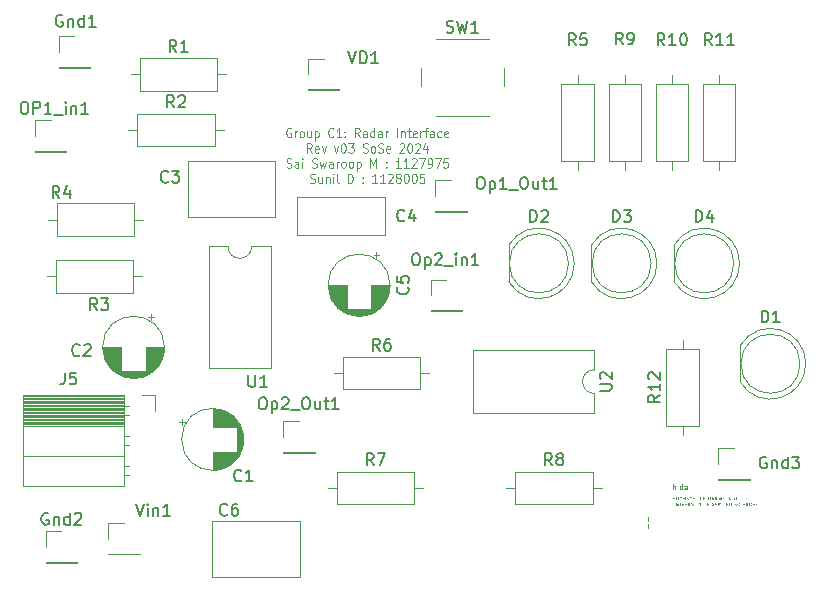
<source format=gbr>
%TF.GenerationSoftware,KiCad,Pcbnew,8.0.1*%
%TF.CreationDate,2024-05-26T17:54:05+02:00*%
%TF.ProjectId,BandPass,42616e64-5061-4737-932e-6b696361645f,v03*%
%TF.SameCoordinates,PX5f5e100PY5f5e100*%
%TF.FileFunction,Legend,Top*%
%TF.FilePolarity,Positive*%
%FSLAX46Y46*%
G04 Gerber Fmt 4.6, Leading zero omitted, Abs format (unit mm)*
G04 Created by KiCad (PCBNEW 8.0.1) date 2024-05-26 17:54:05*
%MOMM*%
%LPD*%
G01*
G04 APERTURE LIST*
%ADD10C,0.100000*%
%ADD11C,0.150000*%
%ADD12C,0.000000*%
%ADD13C,0.120000*%
G04 APERTURE END LIST*
D10*
X23733336Y39428942D02*
X23666669Y39467037D01*
X23666669Y39467037D02*
X23566669Y39467037D01*
X23566669Y39467037D02*
X23466669Y39428942D01*
X23466669Y39428942D02*
X23400003Y39352752D01*
X23400003Y39352752D02*
X23366669Y39276561D01*
X23366669Y39276561D02*
X23333336Y39124180D01*
X23333336Y39124180D02*
X23333336Y39009894D01*
X23333336Y39009894D02*
X23366669Y38857513D01*
X23366669Y38857513D02*
X23400003Y38781323D01*
X23400003Y38781323D02*
X23466669Y38705132D01*
X23466669Y38705132D02*
X23566669Y38667037D01*
X23566669Y38667037D02*
X23633336Y38667037D01*
X23633336Y38667037D02*
X23733336Y38705132D01*
X23733336Y38705132D02*
X23766669Y38743228D01*
X23766669Y38743228D02*
X23766669Y39009894D01*
X23766669Y39009894D02*
X23633336Y39009894D01*
X24066669Y38667037D02*
X24066669Y39200371D01*
X24066669Y39047990D02*
X24100003Y39124180D01*
X24100003Y39124180D02*
X24133336Y39162275D01*
X24133336Y39162275D02*
X24200003Y39200371D01*
X24200003Y39200371D02*
X24266669Y39200371D01*
X24600002Y38667037D02*
X24533336Y38705132D01*
X24533336Y38705132D02*
X24500002Y38743228D01*
X24500002Y38743228D02*
X24466669Y38819418D01*
X24466669Y38819418D02*
X24466669Y39047990D01*
X24466669Y39047990D02*
X24500002Y39124180D01*
X24500002Y39124180D02*
X24533336Y39162275D01*
X24533336Y39162275D02*
X24600002Y39200371D01*
X24600002Y39200371D02*
X24700002Y39200371D01*
X24700002Y39200371D02*
X24766669Y39162275D01*
X24766669Y39162275D02*
X24800002Y39124180D01*
X24800002Y39124180D02*
X24833336Y39047990D01*
X24833336Y39047990D02*
X24833336Y38819418D01*
X24833336Y38819418D02*
X24800002Y38743228D01*
X24800002Y38743228D02*
X24766669Y38705132D01*
X24766669Y38705132D02*
X24700002Y38667037D01*
X24700002Y38667037D02*
X24600002Y38667037D01*
X25433335Y39200371D02*
X25433335Y38667037D01*
X25133335Y39200371D02*
X25133335Y38781323D01*
X25133335Y38781323D02*
X25166669Y38705132D01*
X25166669Y38705132D02*
X25233335Y38667037D01*
X25233335Y38667037D02*
X25333335Y38667037D01*
X25333335Y38667037D02*
X25400002Y38705132D01*
X25400002Y38705132D02*
X25433335Y38743228D01*
X25766668Y39200371D02*
X25766668Y38400371D01*
X25766668Y39162275D02*
X25833335Y39200371D01*
X25833335Y39200371D02*
X25966668Y39200371D01*
X25966668Y39200371D02*
X26033335Y39162275D01*
X26033335Y39162275D02*
X26066668Y39124180D01*
X26066668Y39124180D02*
X26100002Y39047990D01*
X26100002Y39047990D02*
X26100002Y38819418D01*
X26100002Y38819418D02*
X26066668Y38743228D01*
X26066668Y38743228D02*
X26033335Y38705132D01*
X26033335Y38705132D02*
X25966668Y38667037D01*
X25966668Y38667037D02*
X25833335Y38667037D01*
X25833335Y38667037D02*
X25766668Y38705132D01*
X27333334Y38743228D02*
X27300001Y38705132D01*
X27300001Y38705132D02*
X27200001Y38667037D01*
X27200001Y38667037D02*
X27133334Y38667037D01*
X27133334Y38667037D02*
X27033334Y38705132D01*
X27033334Y38705132D02*
X26966668Y38781323D01*
X26966668Y38781323D02*
X26933334Y38857513D01*
X26933334Y38857513D02*
X26900001Y39009894D01*
X26900001Y39009894D02*
X26900001Y39124180D01*
X26900001Y39124180D02*
X26933334Y39276561D01*
X26933334Y39276561D02*
X26966668Y39352752D01*
X26966668Y39352752D02*
X27033334Y39428942D01*
X27033334Y39428942D02*
X27133334Y39467037D01*
X27133334Y39467037D02*
X27200001Y39467037D01*
X27200001Y39467037D02*
X27300001Y39428942D01*
X27300001Y39428942D02*
X27333334Y39390847D01*
X28000001Y38667037D02*
X27600001Y38667037D01*
X27800001Y38667037D02*
X27800001Y39467037D01*
X27800001Y39467037D02*
X27733334Y39352752D01*
X27733334Y39352752D02*
X27666668Y39276561D01*
X27666668Y39276561D02*
X27600001Y39238466D01*
X28300001Y38743228D02*
X28333335Y38705132D01*
X28333335Y38705132D02*
X28300001Y38667037D01*
X28300001Y38667037D02*
X28266668Y38705132D01*
X28266668Y38705132D02*
X28300001Y38743228D01*
X28300001Y38743228D02*
X28300001Y38667037D01*
X28300001Y39162275D02*
X28333335Y39124180D01*
X28333335Y39124180D02*
X28300001Y39086085D01*
X28300001Y39086085D02*
X28266668Y39124180D01*
X28266668Y39124180D02*
X28300001Y39162275D01*
X28300001Y39162275D02*
X28300001Y39086085D01*
X29566667Y38667037D02*
X29333334Y39047990D01*
X29166667Y38667037D02*
X29166667Y39467037D01*
X29166667Y39467037D02*
X29433334Y39467037D01*
X29433334Y39467037D02*
X29500001Y39428942D01*
X29500001Y39428942D02*
X29533334Y39390847D01*
X29533334Y39390847D02*
X29566667Y39314656D01*
X29566667Y39314656D02*
X29566667Y39200371D01*
X29566667Y39200371D02*
X29533334Y39124180D01*
X29533334Y39124180D02*
X29500001Y39086085D01*
X29500001Y39086085D02*
X29433334Y39047990D01*
X29433334Y39047990D02*
X29166667Y39047990D01*
X30166667Y38667037D02*
X30166667Y39086085D01*
X30166667Y39086085D02*
X30133334Y39162275D01*
X30133334Y39162275D02*
X30066667Y39200371D01*
X30066667Y39200371D02*
X29933334Y39200371D01*
X29933334Y39200371D02*
X29866667Y39162275D01*
X30166667Y38705132D02*
X30100001Y38667037D01*
X30100001Y38667037D02*
X29933334Y38667037D01*
X29933334Y38667037D02*
X29866667Y38705132D01*
X29866667Y38705132D02*
X29833334Y38781323D01*
X29833334Y38781323D02*
X29833334Y38857513D01*
X29833334Y38857513D02*
X29866667Y38933704D01*
X29866667Y38933704D02*
X29933334Y38971799D01*
X29933334Y38971799D02*
X30100001Y38971799D01*
X30100001Y38971799D02*
X30166667Y39009894D01*
X30800000Y38667037D02*
X30800000Y39467037D01*
X30800000Y38705132D02*
X30733334Y38667037D01*
X30733334Y38667037D02*
X30600000Y38667037D01*
X30600000Y38667037D02*
X30533334Y38705132D01*
X30533334Y38705132D02*
X30500000Y38743228D01*
X30500000Y38743228D02*
X30466667Y38819418D01*
X30466667Y38819418D02*
X30466667Y39047990D01*
X30466667Y39047990D02*
X30500000Y39124180D01*
X30500000Y39124180D02*
X30533334Y39162275D01*
X30533334Y39162275D02*
X30600000Y39200371D01*
X30600000Y39200371D02*
X30733334Y39200371D01*
X30733334Y39200371D02*
X30800000Y39162275D01*
X31433333Y38667037D02*
X31433333Y39086085D01*
X31433333Y39086085D02*
X31400000Y39162275D01*
X31400000Y39162275D02*
X31333333Y39200371D01*
X31333333Y39200371D02*
X31200000Y39200371D01*
X31200000Y39200371D02*
X31133333Y39162275D01*
X31433333Y38705132D02*
X31366667Y38667037D01*
X31366667Y38667037D02*
X31200000Y38667037D01*
X31200000Y38667037D02*
X31133333Y38705132D01*
X31133333Y38705132D02*
X31100000Y38781323D01*
X31100000Y38781323D02*
X31100000Y38857513D01*
X31100000Y38857513D02*
X31133333Y38933704D01*
X31133333Y38933704D02*
X31200000Y38971799D01*
X31200000Y38971799D02*
X31366667Y38971799D01*
X31366667Y38971799D02*
X31433333Y39009894D01*
X31766666Y38667037D02*
X31766666Y39200371D01*
X31766666Y39047990D02*
X31800000Y39124180D01*
X31800000Y39124180D02*
X31833333Y39162275D01*
X31833333Y39162275D02*
X31900000Y39200371D01*
X31900000Y39200371D02*
X31966666Y39200371D01*
X32733332Y38667037D02*
X32733332Y39467037D01*
X33066665Y39200371D02*
X33066665Y38667037D01*
X33066665Y39124180D02*
X33099999Y39162275D01*
X33099999Y39162275D02*
X33166665Y39200371D01*
X33166665Y39200371D02*
X33266665Y39200371D01*
X33266665Y39200371D02*
X33333332Y39162275D01*
X33333332Y39162275D02*
X33366665Y39086085D01*
X33366665Y39086085D02*
X33366665Y38667037D01*
X33599998Y39200371D02*
X33866665Y39200371D01*
X33699998Y39467037D02*
X33699998Y38781323D01*
X33699998Y38781323D02*
X33733332Y38705132D01*
X33733332Y38705132D02*
X33799998Y38667037D01*
X33799998Y38667037D02*
X33866665Y38667037D01*
X34366665Y38705132D02*
X34299998Y38667037D01*
X34299998Y38667037D02*
X34166665Y38667037D01*
X34166665Y38667037D02*
X34099998Y38705132D01*
X34099998Y38705132D02*
X34066665Y38781323D01*
X34066665Y38781323D02*
X34066665Y39086085D01*
X34066665Y39086085D02*
X34099998Y39162275D01*
X34099998Y39162275D02*
X34166665Y39200371D01*
X34166665Y39200371D02*
X34299998Y39200371D01*
X34299998Y39200371D02*
X34366665Y39162275D01*
X34366665Y39162275D02*
X34399998Y39086085D01*
X34399998Y39086085D02*
X34399998Y39009894D01*
X34399998Y39009894D02*
X34066665Y38933704D01*
X34699998Y38667037D02*
X34699998Y39200371D01*
X34699998Y39047990D02*
X34733332Y39124180D01*
X34733332Y39124180D02*
X34766665Y39162275D01*
X34766665Y39162275D02*
X34833332Y39200371D01*
X34833332Y39200371D02*
X34899998Y39200371D01*
X35033331Y39200371D02*
X35299998Y39200371D01*
X35133331Y38667037D02*
X35133331Y39352752D01*
X35133331Y39352752D02*
X35166665Y39428942D01*
X35166665Y39428942D02*
X35233331Y39467037D01*
X35233331Y39467037D02*
X35299998Y39467037D01*
X35833331Y38667037D02*
X35833331Y39086085D01*
X35833331Y39086085D02*
X35799998Y39162275D01*
X35799998Y39162275D02*
X35733331Y39200371D01*
X35733331Y39200371D02*
X35599998Y39200371D01*
X35599998Y39200371D02*
X35533331Y39162275D01*
X35833331Y38705132D02*
X35766665Y38667037D01*
X35766665Y38667037D02*
X35599998Y38667037D01*
X35599998Y38667037D02*
X35533331Y38705132D01*
X35533331Y38705132D02*
X35499998Y38781323D01*
X35499998Y38781323D02*
X35499998Y38857513D01*
X35499998Y38857513D02*
X35533331Y38933704D01*
X35533331Y38933704D02*
X35599998Y38971799D01*
X35599998Y38971799D02*
X35766665Y38971799D01*
X35766665Y38971799D02*
X35833331Y39009894D01*
X36466664Y38705132D02*
X36399998Y38667037D01*
X36399998Y38667037D02*
X36266664Y38667037D01*
X36266664Y38667037D02*
X36199998Y38705132D01*
X36199998Y38705132D02*
X36166664Y38743228D01*
X36166664Y38743228D02*
X36133331Y38819418D01*
X36133331Y38819418D02*
X36133331Y39047990D01*
X36133331Y39047990D02*
X36166664Y39124180D01*
X36166664Y39124180D02*
X36199998Y39162275D01*
X36199998Y39162275D02*
X36266664Y39200371D01*
X36266664Y39200371D02*
X36399998Y39200371D01*
X36399998Y39200371D02*
X36466664Y39162275D01*
X37033331Y38705132D02*
X36966664Y38667037D01*
X36966664Y38667037D02*
X36833331Y38667037D01*
X36833331Y38667037D02*
X36766664Y38705132D01*
X36766664Y38705132D02*
X36733331Y38781323D01*
X36733331Y38781323D02*
X36733331Y39086085D01*
X36733331Y39086085D02*
X36766664Y39162275D01*
X36766664Y39162275D02*
X36833331Y39200371D01*
X36833331Y39200371D02*
X36966664Y39200371D01*
X36966664Y39200371D02*
X37033331Y39162275D01*
X37033331Y39162275D02*
X37066664Y39086085D01*
X37066664Y39086085D02*
X37066664Y39009894D01*
X37066664Y39009894D02*
X36733331Y38933704D01*
X25499999Y37379082D02*
X25266666Y37760035D01*
X25099999Y37379082D02*
X25099999Y38179082D01*
X25099999Y38179082D02*
X25366666Y38179082D01*
X25366666Y38179082D02*
X25433333Y38140987D01*
X25433333Y38140987D02*
X25466666Y38102892D01*
X25466666Y38102892D02*
X25499999Y38026701D01*
X25499999Y38026701D02*
X25499999Y37912416D01*
X25499999Y37912416D02*
X25466666Y37836225D01*
X25466666Y37836225D02*
X25433333Y37798130D01*
X25433333Y37798130D02*
X25366666Y37760035D01*
X25366666Y37760035D02*
X25099999Y37760035D01*
X26066666Y37417177D02*
X25999999Y37379082D01*
X25999999Y37379082D02*
X25866666Y37379082D01*
X25866666Y37379082D02*
X25799999Y37417177D01*
X25799999Y37417177D02*
X25766666Y37493368D01*
X25766666Y37493368D02*
X25766666Y37798130D01*
X25766666Y37798130D02*
X25799999Y37874320D01*
X25799999Y37874320D02*
X25866666Y37912416D01*
X25866666Y37912416D02*
X25999999Y37912416D01*
X25999999Y37912416D02*
X26066666Y37874320D01*
X26066666Y37874320D02*
X26099999Y37798130D01*
X26099999Y37798130D02*
X26099999Y37721939D01*
X26099999Y37721939D02*
X25766666Y37645749D01*
X26333333Y37912416D02*
X26499999Y37379082D01*
X26499999Y37379082D02*
X26666666Y37912416D01*
X27399999Y37912416D02*
X27566665Y37379082D01*
X27566665Y37379082D02*
X27733332Y37912416D01*
X28133332Y38179082D02*
X28199998Y38179082D01*
X28199998Y38179082D02*
X28266665Y38140987D01*
X28266665Y38140987D02*
X28299998Y38102892D01*
X28299998Y38102892D02*
X28333332Y38026701D01*
X28333332Y38026701D02*
X28366665Y37874320D01*
X28366665Y37874320D02*
X28366665Y37683844D01*
X28366665Y37683844D02*
X28333332Y37531463D01*
X28333332Y37531463D02*
X28299998Y37455273D01*
X28299998Y37455273D02*
X28266665Y37417177D01*
X28266665Y37417177D02*
X28199998Y37379082D01*
X28199998Y37379082D02*
X28133332Y37379082D01*
X28133332Y37379082D02*
X28066665Y37417177D01*
X28066665Y37417177D02*
X28033332Y37455273D01*
X28033332Y37455273D02*
X27999998Y37531463D01*
X27999998Y37531463D02*
X27966665Y37683844D01*
X27966665Y37683844D02*
X27966665Y37874320D01*
X27966665Y37874320D02*
X27999998Y38026701D01*
X27999998Y38026701D02*
X28033332Y38102892D01*
X28033332Y38102892D02*
X28066665Y38140987D01*
X28066665Y38140987D02*
X28133332Y38179082D01*
X28599999Y38179082D02*
X29033332Y38179082D01*
X29033332Y38179082D02*
X28799999Y37874320D01*
X28799999Y37874320D02*
X28899999Y37874320D01*
X28899999Y37874320D02*
X28966665Y37836225D01*
X28966665Y37836225D02*
X28999999Y37798130D01*
X28999999Y37798130D02*
X29033332Y37721939D01*
X29033332Y37721939D02*
X29033332Y37531463D01*
X29033332Y37531463D02*
X28999999Y37455273D01*
X28999999Y37455273D02*
X28966665Y37417177D01*
X28966665Y37417177D02*
X28899999Y37379082D01*
X28899999Y37379082D02*
X28699999Y37379082D01*
X28699999Y37379082D02*
X28633332Y37417177D01*
X28633332Y37417177D02*
X28599999Y37455273D01*
X29833332Y37417177D02*
X29933332Y37379082D01*
X29933332Y37379082D02*
X30099999Y37379082D01*
X30099999Y37379082D02*
X30166665Y37417177D01*
X30166665Y37417177D02*
X30199999Y37455273D01*
X30199999Y37455273D02*
X30233332Y37531463D01*
X30233332Y37531463D02*
X30233332Y37607654D01*
X30233332Y37607654D02*
X30199999Y37683844D01*
X30199999Y37683844D02*
X30166665Y37721939D01*
X30166665Y37721939D02*
X30099999Y37760035D01*
X30099999Y37760035D02*
X29966665Y37798130D01*
X29966665Y37798130D02*
X29899999Y37836225D01*
X29899999Y37836225D02*
X29866665Y37874320D01*
X29866665Y37874320D02*
X29833332Y37950511D01*
X29833332Y37950511D02*
X29833332Y38026701D01*
X29833332Y38026701D02*
X29866665Y38102892D01*
X29866665Y38102892D02*
X29899999Y38140987D01*
X29899999Y38140987D02*
X29966665Y38179082D01*
X29966665Y38179082D02*
X30133332Y38179082D01*
X30133332Y38179082D02*
X30233332Y38140987D01*
X30633332Y37379082D02*
X30566666Y37417177D01*
X30566666Y37417177D02*
X30533332Y37455273D01*
X30533332Y37455273D02*
X30499999Y37531463D01*
X30499999Y37531463D02*
X30499999Y37760035D01*
X30499999Y37760035D02*
X30533332Y37836225D01*
X30533332Y37836225D02*
X30566666Y37874320D01*
X30566666Y37874320D02*
X30633332Y37912416D01*
X30633332Y37912416D02*
X30733332Y37912416D01*
X30733332Y37912416D02*
X30799999Y37874320D01*
X30799999Y37874320D02*
X30833332Y37836225D01*
X30833332Y37836225D02*
X30866666Y37760035D01*
X30866666Y37760035D02*
X30866666Y37531463D01*
X30866666Y37531463D02*
X30833332Y37455273D01*
X30833332Y37455273D02*
X30799999Y37417177D01*
X30799999Y37417177D02*
X30733332Y37379082D01*
X30733332Y37379082D02*
X30633332Y37379082D01*
X31133332Y37417177D02*
X31233332Y37379082D01*
X31233332Y37379082D02*
X31399999Y37379082D01*
X31399999Y37379082D02*
X31466665Y37417177D01*
X31466665Y37417177D02*
X31499999Y37455273D01*
X31499999Y37455273D02*
X31533332Y37531463D01*
X31533332Y37531463D02*
X31533332Y37607654D01*
X31533332Y37607654D02*
X31499999Y37683844D01*
X31499999Y37683844D02*
X31466665Y37721939D01*
X31466665Y37721939D02*
X31399999Y37760035D01*
X31399999Y37760035D02*
X31266665Y37798130D01*
X31266665Y37798130D02*
X31199999Y37836225D01*
X31199999Y37836225D02*
X31166665Y37874320D01*
X31166665Y37874320D02*
X31133332Y37950511D01*
X31133332Y37950511D02*
X31133332Y38026701D01*
X31133332Y38026701D02*
X31166665Y38102892D01*
X31166665Y38102892D02*
X31199999Y38140987D01*
X31199999Y38140987D02*
X31266665Y38179082D01*
X31266665Y38179082D02*
X31433332Y38179082D01*
X31433332Y38179082D02*
X31533332Y38140987D01*
X32099999Y37417177D02*
X32033332Y37379082D01*
X32033332Y37379082D02*
X31899999Y37379082D01*
X31899999Y37379082D02*
X31833332Y37417177D01*
X31833332Y37417177D02*
X31799999Y37493368D01*
X31799999Y37493368D02*
X31799999Y37798130D01*
X31799999Y37798130D02*
X31833332Y37874320D01*
X31833332Y37874320D02*
X31899999Y37912416D01*
X31899999Y37912416D02*
X32033332Y37912416D01*
X32033332Y37912416D02*
X32099999Y37874320D01*
X32099999Y37874320D02*
X32133332Y37798130D01*
X32133332Y37798130D02*
X32133332Y37721939D01*
X32133332Y37721939D02*
X31799999Y37645749D01*
X32933332Y38102892D02*
X32966665Y38140987D01*
X32966665Y38140987D02*
X33033332Y38179082D01*
X33033332Y38179082D02*
X33199999Y38179082D01*
X33199999Y38179082D02*
X33266665Y38140987D01*
X33266665Y38140987D02*
X33299999Y38102892D01*
X33299999Y38102892D02*
X33333332Y38026701D01*
X33333332Y38026701D02*
X33333332Y37950511D01*
X33333332Y37950511D02*
X33299999Y37836225D01*
X33299999Y37836225D02*
X32899999Y37379082D01*
X32899999Y37379082D02*
X33333332Y37379082D01*
X33766666Y38179082D02*
X33833332Y38179082D01*
X33833332Y38179082D02*
X33899999Y38140987D01*
X33899999Y38140987D02*
X33933332Y38102892D01*
X33933332Y38102892D02*
X33966666Y38026701D01*
X33966666Y38026701D02*
X33999999Y37874320D01*
X33999999Y37874320D02*
X33999999Y37683844D01*
X33999999Y37683844D02*
X33966666Y37531463D01*
X33966666Y37531463D02*
X33933332Y37455273D01*
X33933332Y37455273D02*
X33899999Y37417177D01*
X33899999Y37417177D02*
X33833332Y37379082D01*
X33833332Y37379082D02*
X33766666Y37379082D01*
X33766666Y37379082D02*
X33699999Y37417177D01*
X33699999Y37417177D02*
X33666666Y37455273D01*
X33666666Y37455273D02*
X33633332Y37531463D01*
X33633332Y37531463D02*
X33599999Y37683844D01*
X33599999Y37683844D02*
X33599999Y37874320D01*
X33599999Y37874320D02*
X33633332Y38026701D01*
X33633332Y38026701D02*
X33666666Y38102892D01*
X33666666Y38102892D02*
X33699999Y38140987D01*
X33699999Y38140987D02*
X33766666Y38179082D01*
X34266666Y38102892D02*
X34299999Y38140987D01*
X34299999Y38140987D02*
X34366666Y38179082D01*
X34366666Y38179082D02*
X34533333Y38179082D01*
X34533333Y38179082D02*
X34599999Y38140987D01*
X34599999Y38140987D02*
X34633333Y38102892D01*
X34633333Y38102892D02*
X34666666Y38026701D01*
X34666666Y38026701D02*
X34666666Y37950511D01*
X34666666Y37950511D02*
X34633333Y37836225D01*
X34633333Y37836225D02*
X34233333Y37379082D01*
X34233333Y37379082D02*
X34666666Y37379082D01*
X35266666Y37912416D02*
X35266666Y37379082D01*
X35100000Y38217177D02*
X34933333Y37645749D01*
X34933333Y37645749D02*
X35366666Y37645749D01*
X23366667Y36129222D02*
X23466667Y36091127D01*
X23466667Y36091127D02*
X23633334Y36091127D01*
X23633334Y36091127D02*
X23700000Y36129222D01*
X23700000Y36129222D02*
X23733334Y36167318D01*
X23733334Y36167318D02*
X23766667Y36243508D01*
X23766667Y36243508D02*
X23766667Y36319699D01*
X23766667Y36319699D02*
X23733334Y36395889D01*
X23733334Y36395889D02*
X23700000Y36433984D01*
X23700000Y36433984D02*
X23633334Y36472080D01*
X23633334Y36472080D02*
X23500000Y36510175D01*
X23500000Y36510175D02*
X23433334Y36548270D01*
X23433334Y36548270D02*
X23400000Y36586365D01*
X23400000Y36586365D02*
X23366667Y36662556D01*
X23366667Y36662556D02*
X23366667Y36738746D01*
X23366667Y36738746D02*
X23400000Y36814937D01*
X23400000Y36814937D02*
X23433334Y36853032D01*
X23433334Y36853032D02*
X23500000Y36891127D01*
X23500000Y36891127D02*
X23666667Y36891127D01*
X23666667Y36891127D02*
X23766667Y36853032D01*
X24366667Y36091127D02*
X24366667Y36510175D01*
X24366667Y36510175D02*
X24333334Y36586365D01*
X24333334Y36586365D02*
X24266667Y36624461D01*
X24266667Y36624461D02*
X24133334Y36624461D01*
X24133334Y36624461D02*
X24066667Y36586365D01*
X24366667Y36129222D02*
X24300001Y36091127D01*
X24300001Y36091127D02*
X24133334Y36091127D01*
X24133334Y36091127D02*
X24066667Y36129222D01*
X24066667Y36129222D02*
X24033334Y36205413D01*
X24033334Y36205413D02*
X24033334Y36281603D01*
X24033334Y36281603D02*
X24066667Y36357794D01*
X24066667Y36357794D02*
X24133334Y36395889D01*
X24133334Y36395889D02*
X24300001Y36395889D01*
X24300001Y36395889D02*
X24366667Y36433984D01*
X24700000Y36091127D02*
X24700000Y36624461D01*
X24700000Y36891127D02*
X24666667Y36853032D01*
X24666667Y36853032D02*
X24700000Y36814937D01*
X24700000Y36814937D02*
X24733334Y36853032D01*
X24733334Y36853032D02*
X24700000Y36891127D01*
X24700000Y36891127D02*
X24700000Y36814937D01*
X25533333Y36129222D02*
X25633333Y36091127D01*
X25633333Y36091127D02*
X25800000Y36091127D01*
X25800000Y36091127D02*
X25866666Y36129222D01*
X25866666Y36129222D02*
X25900000Y36167318D01*
X25900000Y36167318D02*
X25933333Y36243508D01*
X25933333Y36243508D02*
X25933333Y36319699D01*
X25933333Y36319699D02*
X25900000Y36395889D01*
X25900000Y36395889D02*
X25866666Y36433984D01*
X25866666Y36433984D02*
X25800000Y36472080D01*
X25800000Y36472080D02*
X25666666Y36510175D01*
X25666666Y36510175D02*
X25600000Y36548270D01*
X25600000Y36548270D02*
X25566666Y36586365D01*
X25566666Y36586365D02*
X25533333Y36662556D01*
X25533333Y36662556D02*
X25533333Y36738746D01*
X25533333Y36738746D02*
X25566666Y36814937D01*
X25566666Y36814937D02*
X25600000Y36853032D01*
X25600000Y36853032D02*
X25666666Y36891127D01*
X25666666Y36891127D02*
X25833333Y36891127D01*
X25833333Y36891127D02*
X25933333Y36853032D01*
X26166667Y36624461D02*
X26300000Y36091127D01*
X26300000Y36091127D02*
X26433333Y36472080D01*
X26433333Y36472080D02*
X26566667Y36091127D01*
X26566667Y36091127D02*
X26700000Y36624461D01*
X27266666Y36091127D02*
X27266666Y36510175D01*
X27266666Y36510175D02*
X27233333Y36586365D01*
X27233333Y36586365D02*
X27166666Y36624461D01*
X27166666Y36624461D02*
X27033333Y36624461D01*
X27033333Y36624461D02*
X26966666Y36586365D01*
X27266666Y36129222D02*
X27200000Y36091127D01*
X27200000Y36091127D02*
X27033333Y36091127D01*
X27033333Y36091127D02*
X26966666Y36129222D01*
X26966666Y36129222D02*
X26933333Y36205413D01*
X26933333Y36205413D02*
X26933333Y36281603D01*
X26933333Y36281603D02*
X26966666Y36357794D01*
X26966666Y36357794D02*
X27033333Y36395889D01*
X27033333Y36395889D02*
X27200000Y36395889D01*
X27200000Y36395889D02*
X27266666Y36433984D01*
X27599999Y36091127D02*
X27599999Y36624461D01*
X27599999Y36472080D02*
X27633333Y36548270D01*
X27633333Y36548270D02*
X27666666Y36586365D01*
X27666666Y36586365D02*
X27733333Y36624461D01*
X27733333Y36624461D02*
X27799999Y36624461D01*
X28133332Y36091127D02*
X28066666Y36129222D01*
X28066666Y36129222D02*
X28033332Y36167318D01*
X28033332Y36167318D02*
X27999999Y36243508D01*
X27999999Y36243508D02*
X27999999Y36472080D01*
X27999999Y36472080D02*
X28033332Y36548270D01*
X28033332Y36548270D02*
X28066666Y36586365D01*
X28066666Y36586365D02*
X28133332Y36624461D01*
X28133332Y36624461D02*
X28233332Y36624461D01*
X28233332Y36624461D02*
X28299999Y36586365D01*
X28299999Y36586365D02*
X28333332Y36548270D01*
X28333332Y36548270D02*
X28366666Y36472080D01*
X28366666Y36472080D02*
X28366666Y36243508D01*
X28366666Y36243508D02*
X28333332Y36167318D01*
X28333332Y36167318D02*
X28299999Y36129222D01*
X28299999Y36129222D02*
X28233332Y36091127D01*
X28233332Y36091127D02*
X28133332Y36091127D01*
X28766665Y36091127D02*
X28699999Y36129222D01*
X28699999Y36129222D02*
X28666665Y36167318D01*
X28666665Y36167318D02*
X28633332Y36243508D01*
X28633332Y36243508D02*
X28633332Y36472080D01*
X28633332Y36472080D02*
X28666665Y36548270D01*
X28666665Y36548270D02*
X28699999Y36586365D01*
X28699999Y36586365D02*
X28766665Y36624461D01*
X28766665Y36624461D02*
X28866665Y36624461D01*
X28866665Y36624461D02*
X28933332Y36586365D01*
X28933332Y36586365D02*
X28966665Y36548270D01*
X28966665Y36548270D02*
X28999999Y36472080D01*
X28999999Y36472080D02*
X28999999Y36243508D01*
X28999999Y36243508D02*
X28966665Y36167318D01*
X28966665Y36167318D02*
X28933332Y36129222D01*
X28933332Y36129222D02*
X28866665Y36091127D01*
X28866665Y36091127D02*
X28766665Y36091127D01*
X29299998Y36624461D02*
X29299998Y35824461D01*
X29299998Y36586365D02*
X29366665Y36624461D01*
X29366665Y36624461D02*
X29499998Y36624461D01*
X29499998Y36624461D02*
X29566665Y36586365D01*
X29566665Y36586365D02*
X29599998Y36548270D01*
X29599998Y36548270D02*
X29633332Y36472080D01*
X29633332Y36472080D02*
X29633332Y36243508D01*
X29633332Y36243508D02*
X29599998Y36167318D01*
X29599998Y36167318D02*
X29566665Y36129222D01*
X29566665Y36129222D02*
X29499998Y36091127D01*
X29499998Y36091127D02*
X29366665Y36091127D01*
X29366665Y36091127D02*
X29299998Y36129222D01*
X30466664Y36091127D02*
X30466664Y36891127D01*
X30466664Y36891127D02*
X30699998Y36319699D01*
X30699998Y36319699D02*
X30933331Y36891127D01*
X30933331Y36891127D02*
X30933331Y36091127D01*
X31799997Y36167318D02*
X31833331Y36129222D01*
X31833331Y36129222D02*
X31799997Y36091127D01*
X31799997Y36091127D02*
X31766664Y36129222D01*
X31766664Y36129222D02*
X31799997Y36167318D01*
X31799997Y36167318D02*
X31799997Y36091127D01*
X31799997Y36586365D02*
X31833331Y36548270D01*
X31833331Y36548270D02*
X31799997Y36510175D01*
X31799997Y36510175D02*
X31766664Y36548270D01*
X31766664Y36548270D02*
X31799997Y36586365D01*
X31799997Y36586365D02*
X31799997Y36510175D01*
X33033330Y36091127D02*
X32633330Y36091127D01*
X32833330Y36091127D02*
X32833330Y36891127D01*
X32833330Y36891127D02*
X32766663Y36776842D01*
X32766663Y36776842D02*
X32699997Y36700651D01*
X32699997Y36700651D02*
X32633330Y36662556D01*
X33699997Y36091127D02*
X33299997Y36091127D01*
X33499997Y36091127D02*
X33499997Y36891127D01*
X33499997Y36891127D02*
X33433330Y36776842D01*
X33433330Y36776842D02*
X33366664Y36700651D01*
X33366664Y36700651D02*
X33299997Y36662556D01*
X33966664Y36814937D02*
X33999997Y36853032D01*
X33999997Y36853032D02*
X34066664Y36891127D01*
X34066664Y36891127D02*
X34233331Y36891127D01*
X34233331Y36891127D02*
X34299997Y36853032D01*
X34299997Y36853032D02*
X34333331Y36814937D01*
X34333331Y36814937D02*
X34366664Y36738746D01*
X34366664Y36738746D02*
X34366664Y36662556D01*
X34366664Y36662556D02*
X34333331Y36548270D01*
X34333331Y36548270D02*
X33933331Y36091127D01*
X33933331Y36091127D02*
X34366664Y36091127D01*
X34599998Y36891127D02*
X35066664Y36891127D01*
X35066664Y36891127D02*
X34766664Y36091127D01*
X35366665Y36091127D02*
X35499998Y36091127D01*
X35499998Y36091127D02*
X35566665Y36129222D01*
X35566665Y36129222D02*
X35599998Y36167318D01*
X35599998Y36167318D02*
X35666665Y36281603D01*
X35666665Y36281603D02*
X35699998Y36433984D01*
X35699998Y36433984D02*
X35699998Y36738746D01*
X35699998Y36738746D02*
X35666665Y36814937D01*
X35666665Y36814937D02*
X35633331Y36853032D01*
X35633331Y36853032D02*
X35566665Y36891127D01*
X35566665Y36891127D02*
X35433331Y36891127D01*
X35433331Y36891127D02*
X35366665Y36853032D01*
X35366665Y36853032D02*
X35333331Y36814937D01*
X35333331Y36814937D02*
X35299998Y36738746D01*
X35299998Y36738746D02*
X35299998Y36548270D01*
X35299998Y36548270D02*
X35333331Y36472080D01*
X35333331Y36472080D02*
X35366665Y36433984D01*
X35366665Y36433984D02*
X35433331Y36395889D01*
X35433331Y36395889D02*
X35566665Y36395889D01*
X35566665Y36395889D02*
X35633331Y36433984D01*
X35633331Y36433984D02*
X35666665Y36472080D01*
X35666665Y36472080D02*
X35699998Y36548270D01*
X35933332Y36891127D02*
X36399998Y36891127D01*
X36399998Y36891127D02*
X36099998Y36091127D01*
X36999999Y36891127D02*
X36666665Y36891127D01*
X36666665Y36891127D02*
X36633332Y36510175D01*
X36633332Y36510175D02*
X36666665Y36548270D01*
X36666665Y36548270D02*
X36733332Y36586365D01*
X36733332Y36586365D02*
X36899999Y36586365D01*
X36899999Y36586365D02*
X36966665Y36548270D01*
X36966665Y36548270D02*
X36999999Y36510175D01*
X36999999Y36510175D02*
X37033332Y36433984D01*
X37033332Y36433984D02*
X37033332Y36243508D01*
X37033332Y36243508D02*
X36999999Y36167318D01*
X36999999Y36167318D02*
X36966665Y36129222D01*
X36966665Y36129222D02*
X36899999Y36091127D01*
X36899999Y36091127D02*
X36733332Y36091127D01*
X36733332Y36091127D02*
X36666665Y36129222D01*
X36666665Y36129222D02*
X36633332Y36167318D01*
X25366666Y34841267D02*
X25466666Y34803172D01*
X25466666Y34803172D02*
X25633333Y34803172D01*
X25633333Y34803172D02*
X25699999Y34841267D01*
X25699999Y34841267D02*
X25733333Y34879363D01*
X25733333Y34879363D02*
X25766666Y34955553D01*
X25766666Y34955553D02*
X25766666Y35031744D01*
X25766666Y35031744D02*
X25733333Y35107934D01*
X25733333Y35107934D02*
X25699999Y35146029D01*
X25699999Y35146029D02*
X25633333Y35184125D01*
X25633333Y35184125D02*
X25499999Y35222220D01*
X25499999Y35222220D02*
X25433333Y35260315D01*
X25433333Y35260315D02*
X25399999Y35298410D01*
X25399999Y35298410D02*
X25366666Y35374601D01*
X25366666Y35374601D02*
X25366666Y35450791D01*
X25366666Y35450791D02*
X25399999Y35526982D01*
X25399999Y35526982D02*
X25433333Y35565077D01*
X25433333Y35565077D02*
X25499999Y35603172D01*
X25499999Y35603172D02*
X25666666Y35603172D01*
X25666666Y35603172D02*
X25766666Y35565077D01*
X26366666Y35336506D02*
X26366666Y34803172D01*
X26066666Y35336506D02*
X26066666Y34917458D01*
X26066666Y34917458D02*
X26100000Y34841267D01*
X26100000Y34841267D02*
X26166666Y34803172D01*
X26166666Y34803172D02*
X26266666Y34803172D01*
X26266666Y34803172D02*
X26333333Y34841267D01*
X26333333Y34841267D02*
X26366666Y34879363D01*
X26699999Y35336506D02*
X26699999Y34803172D01*
X26699999Y35260315D02*
X26733333Y35298410D01*
X26733333Y35298410D02*
X26799999Y35336506D01*
X26799999Y35336506D02*
X26899999Y35336506D01*
X26899999Y35336506D02*
X26966666Y35298410D01*
X26966666Y35298410D02*
X26999999Y35222220D01*
X26999999Y35222220D02*
X26999999Y34803172D01*
X27333332Y34803172D02*
X27333332Y35336506D01*
X27333332Y35603172D02*
X27299999Y35565077D01*
X27299999Y35565077D02*
X27333332Y35526982D01*
X27333332Y35526982D02*
X27366666Y35565077D01*
X27366666Y35565077D02*
X27333332Y35603172D01*
X27333332Y35603172D02*
X27333332Y35526982D01*
X27766665Y34803172D02*
X27699999Y34841267D01*
X27699999Y34841267D02*
X27666665Y34917458D01*
X27666665Y34917458D02*
X27666665Y35603172D01*
X28566665Y34803172D02*
X28566665Y35603172D01*
X28566665Y35603172D02*
X28733332Y35603172D01*
X28733332Y35603172D02*
X28833332Y35565077D01*
X28833332Y35565077D02*
X28899999Y35488887D01*
X28899999Y35488887D02*
X28933332Y35412696D01*
X28933332Y35412696D02*
X28966665Y35260315D01*
X28966665Y35260315D02*
X28966665Y35146029D01*
X28966665Y35146029D02*
X28933332Y34993648D01*
X28933332Y34993648D02*
X28899999Y34917458D01*
X28899999Y34917458D02*
X28833332Y34841267D01*
X28833332Y34841267D02*
X28733332Y34803172D01*
X28733332Y34803172D02*
X28566665Y34803172D01*
X29799998Y34879363D02*
X29833332Y34841267D01*
X29833332Y34841267D02*
X29799998Y34803172D01*
X29799998Y34803172D02*
X29766665Y34841267D01*
X29766665Y34841267D02*
X29799998Y34879363D01*
X29799998Y34879363D02*
X29799998Y34803172D01*
X29799998Y35298410D02*
X29833332Y35260315D01*
X29833332Y35260315D02*
X29799998Y35222220D01*
X29799998Y35222220D02*
X29766665Y35260315D01*
X29766665Y35260315D02*
X29799998Y35298410D01*
X29799998Y35298410D02*
X29799998Y35222220D01*
X31033331Y34803172D02*
X30633331Y34803172D01*
X30833331Y34803172D02*
X30833331Y35603172D01*
X30833331Y35603172D02*
X30766664Y35488887D01*
X30766664Y35488887D02*
X30699998Y35412696D01*
X30699998Y35412696D02*
X30633331Y35374601D01*
X31699998Y34803172D02*
X31299998Y34803172D01*
X31499998Y34803172D02*
X31499998Y35603172D01*
X31499998Y35603172D02*
X31433331Y35488887D01*
X31433331Y35488887D02*
X31366665Y35412696D01*
X31366665Y35412696D02*
X31299998Y35374601D01*
X31966665Y35526982D02*
X31999998Y35565077D01*
X31999998Y35565077D02*
X32066665Y35603172D01*
X32066665Y35603172D02*
X32233332Y35603172D01*
X32233332Y35603172D02*
X32299998Y35565077D01*
X32299998Y35565077D02*
X32333332Y35526982D01*
X32333332Y35526982D02*
X32366665Y35450791D01*
X32366665Y35450791D02*
X32366665Y35374601D01*
X32366665Y35374601D02*
X32333332Y35260315D01*
X32333332Y35260315D02*
X31933332Y34803172D01*
X31933332Y34803172D02*
X32366665Y34803172D01*
X32766665Y35260315D02*
X32699999Y35298410D01*
X32699999Y35298410D02*
X32666665Y35336506D01*
X32666665Y35336506D02*
X32633332Y35412696D01*
X32633332Y35412696D02*
X32633332Y35450791D01*
X32633332Y35450791D02*
X32666665Y35526982D01*
X32666665Y35526982D02*
X32699999Y35565077D01*
X32699999Y35565077D02*
X32766665Y35603172D01*
X32766665Y35603172D02*
X32899999Y35603172D01*
X32899999Y35603172D02*
X32966665Y35565077D01*
X32966665Y35565077D02*
X32999999Y35526982D01*
X32999999Y35526982D02*
X33033332Y35450791D01*
X33033332Y35450791D02*
X33033332Y35412696D01*
X33033332Y35412696D02*
X32999999Y35336506D01*
X32999999Y35336506D02*
X32966665Y35298410D01*
X32966665Y35298410D02*
X32899999Y35260315D01*
X32899999Y35260315D02*
X32766665Y35260315D01*
X32766665Y35260315D02*
X32699999Y35222220D01*
X32699999Y35222220D02*
X32666665Y35184125D01*
X32666665Y35184125D02*
X32633332Y35107934D01*
X32633332Y35107934D02*
X32633332Y34955553D01*
X32633332Y34955553D02*
X32666665Y34879363D01*
X32666665Y34879363D02*
X32699999Y34841267D01*
X32699999Y34841267D02*
X32766665Y34803172D01*
X32766665Y34803172D02*
X32899999Y34803172D01*
X32899999Y34803172D02*
X32966665Y34841267D01*
X32966665Y34841267D02*
X32999999Y34879363D01*
X32999999Y34879363D02*
X33033332Y34955553D01*
X33033332Y34955553D02*
X33033332Y35107934D01*
X33033332Y35107934D02*
X32999999Y35184125D01*
X32999999Y35184125D02*
X32966665Y35222220D01*
X32966665Y35222220D02*
X32899999Y35260315D01*
X33466666Y35603172D02*
X33533332Y35603172D01*
X33533332Y35603172D02*
X33599999Y35565077D01*
X33599999Y35565077D02*
X33633332Y35526982D01*
X33633332Y35526982D02*
X33666666Y35450791D01*
X33666666Y35450791D02*
X33699999Y35298410D01*
X33699999Y35298410D02*
X33699999Y35107934D01*
X33699999Y35107934D02*
X33666666Y34955553D01*
X33666666Y34955553D02*
X33633332Y34879363D01*
X33633332Y34879363D02*
X33599999Y34841267D01*
X33599999Y34841267D02*
X33533332Y34803172D01*
X33533332Y34803172D02*
X33466666Y34803172D01*
X33466666Y34803172D02*
X33399999Y34841267D01*
X33399999Y34841267D02*
X33366666Y34879363D01*
X33366666Y34879363D02*
X33333332Y34955553D01*
X33333332Y34955553D02*
X33299999Y35107934D01*
X33299999Y35107934D02*
X33299999Y35298410D01*
X33299999Y35298410D02*
X33333332Y35450791D01*
X33333332Y35450791D02*
X33366666Y35526982D01*
X33366666Y35526982D02*
X33399999Y35565077D01*
X33399999Y35565077D02*
X33466666Y35603172D01*
X34133333Y35603172D02*
X34199999Y35603172D01*
X34199999Y35603172D02*
X34266666Y35565077D01*
X34266666Y35565077D02*
X34299999Y35526982D01*
X34299999Y35526982D02*
X34333333Y35450791D01*
X34333333Y35450791D02*
X34366666Y35298410D01*
X34366666Y35298410D02*
X34366666Y35107934D01*
X34366666Y35107934D02*
X34333333Y34955553D01*
X34333333Y34955553D02*
X34299999Y34879363D01*
X34299999Y34879363D02*
X34266666Y34841267D01*
X34266666Y34841267D02*
X34199999Y34803172D01*
X34199999Y34803172D02*
X34133333Y34803172D01*
X34133333Y34803172D02*
X34066666Y34841267D01*
X34066666Y34841267D02*
X34033333Y34879363D01*
X34033333Y34879363D02*
X33999999Y34955553D01*
X33999999Y34955553D02*
X33966666Y35107934D01*
X33966666Y35107934D02*
X33966666Y35298410D01*
X33966666Y35298410D02*
X33999999Y35450791D01*
X33999999Y35450791D02*
X34033333Y35526982D01*
X34033333Y35526982D02*
X34066666Y35565077D01*
X34066666Y35565077D02*
X34133333Y35603172D01*
X35000000Y35603172D02*
X34666666Y35603172D01*
X34666666Y35603172D02*
X34633333Y35222220D01*
X34633333Y35222220D02*
X34666666Y35260315D01*
X34666666Y35260315D02*
X34733333Y35298410D01*
X34733333Y35298410D02*
X34900000Y35298410D01*
X34900000Y35298410D02*
X34966666Y35260315D01*
X34966666Y35260315D02*
X35000000Y35222220D01*
X35000000Y35222220D02*
X35033333Y35146029D01*
X35033333Y35146029D02*
X35033333Y34955553D01*
X35033333Y34955553D02*
X35000000Y34879363D01*
X35000000Y34879363D02*
X34966666Y34841267D01*
X34966666Y34841267D02*
X34900000Y34803172D01*
X34900000Y34803172D02*
X34733333Y34803172D01*
X34733333Y34803172D02*
X34666666Y34841267D01*
X34666666Y34841267D02*
X34633333Y34879363D01*
D11*
X31233333Y20615181D02*
X30900000Y21091372D01*
X30661905Y20615181D02*
X30661905Y21615181D01*
X30661905Y21615181D02*
X31042857Y21615181D01*
X31042857Y21615181D02*
X31138095Y21567562D01*
X31138095Y21567562D02*
X31185714Y21519943D01*
X31185714Y21519943D02*
X31233333Y21424705D01*
X31233333Y21424705D02*
X31233333Y21281848D01*
X31233333Y21281848D02*
X31185714Y21186610D01*
X31185714Y21186610D02*
X31138095Y21138991D01*
X31138095Y21138991D02*
X31042857Y21091372D01*
X31042857Y21091372D02*
X30661905Y21091372D01*
X32090476Y21615181D02*
X31900000Y21615181D01*
X31900000Y21615181D02*
X31804762Y21567562D01*
X31804762Y21567562D02*
X31757143Y21519943D01*
X31757143Y21519943D02*
X31661905Y21377086D01*
X31661905Y21377086D02*
X31614286Y21186610D01*
X31614286Y21186610D02*
X31614286Y20805658D01*
X31614286Y20805658D02*
X31661905Y20710420D01*
X31661905Y20710420D02*
X31709524Y20662800D01*
X31709524Y20662800D02*
X31804762Y20615181D01*
X31804762Y20615181D02*
X31995238Y20615181D01*
X31995238Y20615181D02*
X32090476Y20662800D01*
X32090476Y20662800D02*
X32138095Y20710420D01*
X32138095Y20710420D02*
X32185714Y20805658D01*
X32185714Y20805658D02*
X32185714Y21043753D01*
X32185714Y21043753D02*
X32138095Y21138991D01*
X32138095Y21138991D02*
X32090476Y21186610D01*
X32090476Y21186610D02*
X31995238Y21234229D01*
X31995238Y21234229D02*
X31804762Y21234229D01*
X31804762Y21234229D02*
X31709524Y21186610D01*
X31709524Y21186610D02*
X31661905Y21138991D01*
X31661905Y21138991D02*
X31614286Y21043753D01*
X3180952Y6827562D02*
X3085714Y6875181D01*
X3085714Y6875181D02*
X2942857Y6875181D01*
X2942857Y6875181D02*
X2800000Y6827562D01*
X2800000Y6827562D02*
X2704762Y6732324D01*
X2704762Y6732324D02*
X2657143Y6637086D01*
X2657143Y6637086D02*
X2609524Y6446610D01*
X2609524Y6446610D02*
X2609524Y6303753D01*
X2609524Y6303753D02*
X2657143Y6113277D01*
X2657143Y6113277D02*
X2704762Y6018039D01*
X2704762Y6018039D02*
X2800000Y5922800D01*
X2800000Y5922800D02*
X2942857Y5875181D01*
X2942857Y5875181D02*
X3038095Y5875181D01*
X3038095Y5875181D02*
X3180952Y5922800D01*
X3180952Y5922800D02*
X3228571Y5970420D01*
X3228571Y5970420D02*
X3228571Y6303753D01*
X3228571Y6303753D02*
X3038095Y6303753D01*
X3657143Y6541848D02*
X3657143Y5875181D01*
X3657143Y6446610D02*
X3704762Y6494229D01*
X3704762Y6494229D02*
X3800000Y6541848D01*
X3800000Y6541848D02*
X3942857Y6541848D01*
X3942857Y6541848D02*
X4038095Y6494229D01*
X4038095Y6494229D02*
X4085714Y6398991D01*
X4085714Y6398991D02*
X4085714Y5875181D01*
X4990476Y5875181D02*
X4990476Y6875181D01*
X4990476Y5922800D02*
X4895238Y5875181D01*
X4895238Y5875181D02*
X4704762Y5875181D01*
X4704762Y5875181D02*
X4609524Y5922800D01*
X4609524Y5922800D02*
X4561905Y5970420D01*
X4561905Y5970420D02*
X4514286Y6065658D01*
X4514286Y6065658D02*
X4514286Y6351372D01*
X4514286Y6351372D02*
X4561905Y6446610D01*
X4561905Y6446610D02*
X4609524Y6494229D01*
X4609524Y6494229D02*
X4704762Y6541848D01*
X4704762Y6541848D02*
X4895238Y6541848D01*
X4895238Y6541848D02*
X4990476Y6494229D01*
X5419048Y6779943D02*
X5466667Y6827562D01*
X5466667Y6827562D02*
X5561905Y6875181D01*
X5561905Y6875181D02*
X5800000Y6875181D01*
X5800000Y6875181D02*
X5895238Y6827562D01*
X5895238Y6827562D02*
X5942857Y6779943D01*
X5942857Y6779943D02*
X5990476Y6684705D01*
X5990476Y6684705D02*
X5990476Y6589467D01*
X5990476Y6589467D02*
X5942857Y6446610D01*
X5942857Y6446610D02*
X5371429Y5875181D01*
X5371429Y5875181D02*
X5990476Y5875181D01*
X28590476Y45945181D02*
X28923809Y44945181D01*
X28923809Y44945181D02*
X29257142Y45945181D01*
X29590476Y44945181D02*
X29590476Y45945181D01*
X29590476Y45945181D02*
X29828571Y45945181D01*
X29828571Y45945181D02*
X29971428Y45897562D01*
X29971428Y45897562D02*
X30066666Y45802324D01*
X30066666Y45802324D02*
X30114285Y45707086D01*
X30114285Y45707086D02*
X30161904Y45516610D01*
X30161904Y45516610D02*
X30161904Y45373753D01*
X30161904Y45373753D02*
X30114285Y45183277D01*
X30114285Y45183277D02*
X30066666Y45088039D01*
X30066666Y45088039D02*
X29971428Y44992800D01*
X29971428Y44992800D02*
X29828571Y44945181D01*
X29828571Y44945181D02*
X29590476Y44945181D01*
X31114285Y44945181D02*
X30542857Y44945181D01*
X30828571Y44945181D02*
X30828571Y45945181D01*
X30828571Y45945181D02*
X30733333Y45802324D01*
X30733333Y45802324D02*
X30638095Y45707086D01*
X30638095Y45707086D02*
X30542857Y45659467D01*
X34228571Y28845181D02*
X34419047Y28845181D01*
X34419047Y28845181D02*
X34514285Y28797562D01*
X34514285Y28797562D02*
X34609523Y28702324D01*
X34609523Y28702324D02*
X34657142Y28511848D01*
X34657142Y28511848D02*
X34657142Y28178515D01*
X34657142Y28178515D02*
X34609523Y27988039D01*
X34609523Y27988039D02*
X34514285Y27892800D01*
X34514285Y27892800D02*
X34419047Y27845181D01*
X34419047Y27845181D02*
X34228571Y27845181D01*
X34228571Y27845181D02*
X34133333Y27892800D01*
X34133333Y27892800D02*
X34038095Y27988039D01*
X34038095Y27988039D02*
X33990476Y28178515D01*
X33990476Y28178515D02*
X33990476Y28511848D01*
X33990476Y28511848D02*
X34038095Y28702324D01*
X34038095Y28702324D02*
X34133333Y28797562D01*
X34133333Y28797562D02*
X34228571Y28845181D01*
X35085714Y28511848D02*
X35085714Y27511848D01*
X35085714Y28464229D02*
X35180952Y28511848D01*
X35180952Y28511848D02*
X35371428Y28511848D01*
X35371428Y28511848D02*
X35466666Y28464229D01*
X35466666Y28464229D02*
X35514285Y28416610D01*
X35514285Y28416610D02*
X35561904Y28321372D01*
X35561904Y28321372D02*
X35561904Y28035658D01*
X35561904Y28035658D02*
X35514285Y27940420D01*
X35514285Y27940420D02*
X35466666Y27892800D01*
X35466666Y27892800D02*
X35371428Y27845181D01*
X35371428Y27845181D02*
X35180952Y27845181D01*
X35180952Y27845181D02*
X35085714Y27892800D01*
X35942857Y28749943D02*
X35990476Y28797562D01*
X35990476Y28797562D02*
X36085714Y28845181D01*
X36085714Y28845181D02*
X36323809Y28845181D01*
X36323809Y28845181D02*
X36419047Y28797562D01*
X36419047Y28797562D02*
X36466666Y28749943D01*
X36466666Y28749943D02*
X36514285Y28654705D01*
X36514285Y28654705D02*
X36514285Y28559467D01*
X36514285Y28559467D02*
X36466666Y28416610D01*
X36466666Y28416610D02*
X35895238Y27845181D01*
X35895238Y27845181D02*
X36514285Y27845181D01*
X36704762Y27749943D02*
X37466666Y27749943D01*
X37704762Y27845181D02*
X37704762Y28511848D01*
X37704762Y28845181D02*
X37657143Y28797562D01*
X37657143Y28797562D02*
X37704762Y28749943D01*
X37704762Y28749943D02*
X37752381Y28797562D01*
X37752381Y28797562D02*
X37704762Y28845181D01*
X37704762Y28845181D02*
X37704762Y28749943D01*
X38180952Y28511848D02*
X38180952Y27845181D01*
X38180952Y28416610D02*
X38228571Y28464229D01*
X38228571Y28464229D02*
X38323809Y28511848D01*
X38323809Y28511848D02*
X38466666Y28511848D01*
X38466666Y28511848D02*
X38561904Y28464229D01*
X38561904Y28464229D02*
X38609523Y28368991D01*
X38609523Y28368991D02*
X38609523Y27845181D01*
X39609523Y27845181D02*
X39038095Y27845181D01*
X39323809Y27845181D02*
X39323809Y28845181D01*
X39323809Y28845181D02*
X39228571Y28702324D01*
X39228571Y28702324D02*
X39133333Y28607086D01*
X39133333Y28607086D02*
X39038095Y28559467D01*
X5833333Y20240420D02*
X5785714Y20192800D01*
X5785714Y20192800D02*
X5642857Y20145181D01*
X5642857Y20145181D02*
X5547619Y20145181D01*
X5547619Y20145181D02*
X5404762Y20192800D01*
X5404762Y20192800D02*
X5309524Y20288039D01*
X5309524Y20288039D02*
X5261905Y20383277D01*
X5261905Y20383277D02*
X5214286Y20573753D01*
X5214286Y20573753D02*
X5214286Y20716610D01*
X5214286Y20716610D02*
X5261905Y20907086D01*
X5261905Y20907086D02*
X5309524Y21002324D01*
X5309524Y21002324D02*
X5404762Y21097562D01*
X5404762Y21097562D02*
X5547619Y21145181D01*
X5547619Y21145181D02*
X5642857Y21145181D01*
X5642857Y21145181D02*
X5785714Y21097562D01*
X5785714Y21097562D02*
X5833333Y21049943D01*
X6214286Y21049943D02*
X6261905Y21097562D01*
X6261905Y21097562D02*
X6357143Y21145181D01*
X6357143Y21145181D02*
X6595238Y21145181D01*
X6595238Y21145181D02*
X6690476Y21097562D01*
X6690476Y21097562D02*
X6738095Y21049943D01*
X6738095Y21049943D02*
X6785714Y20954705D01*
X6785714Y20954705D02*
X6785714Y20859467D01*
X6785714Y20859467D02*
X6738095Y20716610D01*
X6738095Y20716610D02*
X6166667Y20145181D01*
X6166667Y20145181D02*
X6785714Y20145181D01*
X63591905Y23005181D02*
X63591905Y24005181D01*
X63591905Y24005181D02*
X63830000Y24005181D01*
X63830000Y24005181D02*
X63972857Y23957562D01*
X63972857Y23957562D02*
X64068095Y23862324D01*
X64068095Y23862324D02*
X64115714Y23767086D01*
X64115714Y23767086D02*
X64163333Y23576610D01*
X64163333Y23576610D02*
X64163333Y23433753D01*
X64163333Y23433753D02*
X64115714Y23243277D01*
X64115714Y23243277D02*
X64068095Y23148039D01*
X64068095Y23148039D02*
X63972857Y23052800D01*
X63972857Y23052800D02*
X63830000Y23005181D01*
X63830000Y23005181D02*
X63591905Y23005181D01*
X65115714Y23005181D02*
X64544286Y23005181D01*
X64830000Y23005181D02*
X64830000Y24005181D01*
X64830000Y24005181D02*
X64734762Y23862324D01*
X64734762Y23862324D02*
X64639524Y23767086D01*
X64639524Y23767086D02*
X64544286Y23719467D01*
X39707142Y35295181D02*
X39897618Y35295181D01*
X39897618Y35295181D02*
X39992856Y35247562D01*
X39992856Y35247562D02*
X40088094Y35152324D01*
X40088094Y35152324D02*
X40135713Y34961848D01*
X40135713Y34961848D02*
X40135713Y34628515D01*
X40135713Y34628515D02*
X40088094Y34438039D01*
X40088094Y34438039D02*
X39992856Y34342800D01*
X39992856Y34342800D02*
X39897618Y34295181D01*
X39897618Y34295181D02*
X39707142Y34295181D01*
X39707142Y34295181D02*
X39611904Y34342800D01*
X39611904Y34342800D02*
X39516666Y34438039D01*
X39516666Y34438039D02*
X39469047Y34628515D01*
X39469047Y34628515D02*
X39469047Y34961848D01*
X39469047Y34961848D02*
X39516666Y35152324D01*
X39516666Y35152324D02*
X39611904Y35247562D01*
X39611904Y35247562D02*
X39707142Y35295181D01*
X40564285Y34961848D02*
X40564285Y33961848D01*
X40564285Y34914229D02*
X40659523Y34961848D01*
X40659523Y34961848D02*
X40849999Y34961848D01*
X40849999Y34961848D02*
X40945237Y34914229D01*
X40945237Y34914229D02*
X40992856Y34866610D01*
X40992856Y34866610D02*
X41040475Y34771372D01*
X41040475Y34771372D02*
X41040475Y34485658D01*
X41040475Y34485658D02*
X40992856Y34390420D01*
X40992856Y34390420D02*
X40945237Y34342800D01*
X40945237Y34342800D02*
X40849999Y34295181D01*
X40849999Y34295181D02*
X40659523Y34295181D01*
X40659523Y34295181D02*
X40564285Y34342800D01*
X41992856Y34295181D02*
X41421428Y34295181D01*
X41707142Y34295181D02*
X41707142Y35295181D01*
X41707142Y35295181D02*
X41611904Y35152324D01*
X41611904Y35152324D02*
X41516666Y35057086D01*
X41516666Y35057086D02*
X41421428Y35009467D01*
X42183333Y34199943D02*
X42945237Y34199943D01*
X43373809Y35295181D02*
X43564285Y35295181D01*
X43564285Y35295181D02*
X43659523Y35247562D01*
X43659523Y35247562D02*
X43754761Y35152324D01*
X43754761Y35152324D02*
X43802380Y34961848D01*
X43802380Y34961848D02*
X43802380Y34628515D01*
X43802380Y34628515D02*
X43754761Y34438039D01*
X43754761Y34438039D02*
X43659523Y34342800D01*
X43659523Y34342800D02*
X43564285Y34295181D01*
X43564285Y34295181D02*
X43373809Y34295181D01*
X43373809Y34295181D02*
X43278571Y34342800D01*
X43278571Y34342800D02*
X43183333Y34438039D01*
X43183333Y34438039D02*
X43135714Y34628515D01*
X43135714Y34628515D02*
X43135714Y34961848D01*
X43135714Y34961848D02*
X43183333Y35152324D01*
X43183333Y35152324D02*
X43278571Y35247562D01*
X43278571Y35247562D02*
X43373809Y35295181D01*
X44659523Y34961848D02*
X44659523Y34295181D01*
X44230952Y34961848D02*
X44230952Y34438039D01*
X44230952Y34438039D02*
X44278571Y34342800D01*
X44278571Y34342800D02*
X44373809Y34295181D01*
X44373809Y34295181D02*
X44516666Y34295181D01*
X44516666Y34295181D02*
X44611904Y34342800D01*
X44611904Y34342800D02*
X44659523Y34390420D01*
X44992857Y34961848D02*
X45373809Y34961848D01*
X45135714Y35295181D02*
X45135714Y34438039D01*
X45135714Y34438039D02*
X45183333Y34342800D01*
X45183333Y34342800D02*
X45278571Y34295181D01*
X45278571Y34295181D02*
X45373809Y34295181D01*
X46230952Y34295181D02*
X45659524Y34295181D01*
X45945238Y34295181D02*
X45945238Y35295181D01*
X45945238Y35295181D02*
X45850000Y35152324D01*
X45850000Y35152324D02*
X45754762Y35057086D01*
X45754762Y35057086D02*
X45659524Y35009467D01*
X13833333Y41215181D02*
X13500000Y41691372D01*
X13261905Y41215181D02*
X13261905Y42215181D01*
X13261905Y42215181D02*
X13642857Y42215181D01*
X13642857Y42215181D02*
X13738095Y42167562D01*
X13738095Y42167562D02*
X13785714Y42119943D01*
X13785714Y42119943D02*
X13833333Y42024705D01*
X13833333Y42024705D02*
X13833333Y41881848D01*
X13833333Y41881848D02*
X13785714Y41786610D01*
X13785714Y41786610D02*
X13738095Y41738991D01*
X13738095Y41738991D02*
X13642857Y41691372D01*
X13642857Y41691372D02*
X13261905Y41691372D01*
X14214286Y42119943D02*
X14261905Y42167562D01*
X14261905Y42167562D02*
X14357143Y42215181D01*
X14357143Y42215181D02*
X14595238Y42215181D01*
X14595238Y42215181D02*
X14690476Y42167562D01*
X14690476Y42167562D02*
X14738095Y42119943D01*
X14738095Y42119943D02*
X14785714Y42024705D01*
X14785714Y42024705D02*
X14785714Y41929467D01*
X14785714Y41929467D02*
X14738095Y41786610D01*
X14738095Y41786610D02*
X14166667Y41215181D01*
X14166667Y41215181D02*
X14785714Y41215181D01*
X18333333Y6740420D02*
X18285714Y6692800D01*
X18285714Y6692800D02*
X18142857Y6645181D01*
X18142857Y6645181D02*
X18047619Y6645181D01*
X18047619Y6645181D02*
X17904762Y6692800D01*
X17904762Y6692800D02*
X17809524Y6788039D01*
X17809524Y6788039D02*
X17761905Y6883277D01*
X17761905Y6883277D02*
X17714286Y7073753D01*
X17714286Y7073753D02*
X17714286Y7216610D01*
X17714286Y7216610D02*
X17761905Y7407086D01*
X17761905Y7407086D02*
X17809524Y7502324D01*
X17809524Y7502324D02*
X17904762Y7597562D01*
X17904762Y7597562D02*
X18047619Y7645181D01*
X18047619Y7645181D02*
X18142857Y7645181D01*
X18142857Y7645181D02*
X18285714Y7597562D01*
X18285714Y7597562D02*
X18333333Y7549943D01*
X19190476Y7645181D02*
X19000000Y7645181D01*
X19000000Y7645181D02*
X18904762Y7597562D01*
X18904762Y7597562D02*
X18857143Y7549943D01*
X18857143Y7549943D02*
X18761905Y7407086D01*
X18761905Y7407086D02*
X18714286Y7216610D01*
X18714286Y7216610D02*
X18714286Y6835658D01*
X18714286Y6835658D02*
X18761905Y6740420D01*
X18761905Y6740420D02*
X18809524Y6692800D01*
X18809524Y6692800D02*
X18904762Y6645181D01*
X18904762Y6645181D02*
X19095238Y6645181D01*
X19095238Y6645181D02*
X19190476Y6692800D01*
X19190476Y6692800D02*
X19238095Y6740420D01*
X19238095Y6740420D02*
X19285714Y6835658D01*
X19285714Y6835658D02*
X19285714Y7073753D01*
X19285714Y7073753D02*
X19238095Y7168991D01*
X19238095Y7168991D02*
X19190476Y7216610D01*
X19190476Y7216610D02*
X19095238Y7264229D01*
X19095238Y7264229D02*
X18904762Y7264229D01*
X18904762Y7264229D02*
X18809524Y7216610D01*
X18809524Y7216610D02*
X18761905Y7168991D01*
X18761905Y7168991D02*
X18714286Y7073753D01*
X14033333Y45915181D02*
X13700000Y46391372D01*
X13461905Y45915181D02*
X13461905Y46915181D01*
X13461905Y46915181D02*
X13842857Y46915181D01*
X13842857Y46915181D02*
X13938095Y46867562D01*
X13938095Y46867562D02*
X13985714Y46819943D01*
X13985714Y46819943D02*
X14033333Y46724705D01*
X14033333Y46724705D02*
X14033333Y46581848D01*
X14033333Y46581848D02*
X13985714Y46486610D01*
X13985714Y46486610D02*
X13938095Y46438991D01*
X13938095Y46438991D02*
X13842857Y46391372D01*
X13842857Y46391372D02*
X13461905Y46391372D01*
X14985714Y45915181D02*
X14414286Y45915181D01*
X14700000Y45915181D02*
X14700000Y46915181D01*
X14700000Y46915181D02*
X14604762Y46772324D01*
X14604762Y46772324D02*
X14509524Y46677086D01*
X14509524Y46677086D02*
X14414286Y46629467D01*
X30733333Y10915181D02*
X30400000Y11391372D01*
X30161905Y10915181D02*
X30161905Y11915181D01*
X30161905Y11915181D02*
X30542857Y11915181D01*
X30542857Y11915181D02*
X30638095Y11867562D01*
X30638095Y11867562D02*
X30685714Y11819943D01*
X30685714Y11819943D02*
X30733333Y11724705D01*
X30733333Y11724705D02*
X30733333Y11581848D01*
X30733333Y11581848D02*
X30685714Y11486610D01*
X30685714Y11486610D02*
X30638095Y11438991D01*
X30638095Y11438991D02*
X30542857Y11391372D01*
X30542857Y11391372D02*
X30161905Y11391372D01*
X31066667Y11915181D02*
X31733333Y11915181D01*
X31733333Y11915181D02*
X31304762Y10915181D01*
X4380952Y48997562D02*
X4285714Y49045181D01*
X4285714Y49045181D02*
X4142857Y49045181D01*
X4142857Y49045181D02*
X4000000Y48997562D01*
X4000000Y48997562D02*
X3904762Y48902324D01*
X3904762Y48902324D02*
X3857143Y48807086D01*
X3857143Y48807086D02*
X3809524Y48616610D01*
X3809524Y48616610D02*
X3809524Y48473753D01*
X3809524Y48473753D02*
X3857143Y48283277D01*
X3857143Y48283277D02*
X3904762Y48188039D01*
X3904762Y48188039D02*
X4000000Y48092800D01*
X4000000Y48092800D02*
X4142857Y48045181D01*
X4142857Y48045181D02*
X4238095Y48045181D01*
X4238095Y48045181D02*
X4380952Y48092800D01*
X4380952Y48092800D02*
X4428571Y48140420D01*
X4428571Y48140420D02*
X4428571Y48473753D01*
X4428571Y48473753D02*
X4238095Y48473753D01*
X4857143Y48711848D02*
X4857143Y48045181D01*
X4857143Y48616610D02*
X4904762Y48664229D01*
X4904762Y48664229D02*
X5000000Y48711848D01*
X5000000Y48711848D02*
X5142857Y48711848D01*
X5142857Y48711848D02*
X5238095Y48664229D01*
X5238095Y48664229D02*
X5285714Y48568991D01*
X5285714Y48568991D02*
X5285714Y48045181D01*
X6190476Y48045181D02*
X6190476Y49045181D01*
X6190476Y48092800D02*
X6095238Y48045181D01*
X6095238Y48045181D02*
X5904762Y48045181D01*
X5904762Y48045181D02*
X5809524Y48092800D01*
X5809524Y48092800D02*
X5761905Y48140420D01*
X5761905Y48140420D02*
X5714286Y48235658D01*
X5714286Y48235658D02*
X5714286Y48521372D01*
X5714286Y48521372D02*
X5761905Y48616610D01*
X5761905Y48616610D02*
X5809524Y48664229D01*
X5809524Y48664229D02*
X5904762Y48711848D01*
X5904762Y48711848D02*
X6095238Y48711848D01*
X6095238Y48711848D02*
X6190476Y48664229D01*
X7190476Y48045181D02*
X6619048Y48045181D01*
X6904762Y48045181D02*
X6904762Y49045181D01*
X6904762Y49045181D02*
X6809524Y48902324D01*
X6809524Y48902324D02*
X6714286Y48807086D01*
X6714286Y48807086D02*
X6619048Y48759467D01*
X49884819Y17228096D02*
X50694342Y17228096D01*
X50694342Y17228096D02*
X50789580Y17275715D01*
X50789580Y17275715D02*
X50837200Y17323334D01*
X50837200Y17323334D02*
X50884819Y17418572D01*
X50884819Y17418572D02*
X50884819Y17609048D01*
X50884819Y17609048D02*
X50837200Y17704286D01*
X50837200Y17704286D02*
X50789580Y17751905D01*
X50789580Y17751905D02*
X50694342Y17799524D01*
X50694342Y17799524D02*
X49884819Y17799524D01*
X49980057Y18228096D02*
X49932438Y18275715D01*
X49932438Y18275715D02*
X49884819Y18370953D01*
X49884819Y18370953D02*
X49884819Y18609048D01*
X49884819Y18609048D02*
X49932438Y18704286D01*
X49932438Y18704286D02*
X49980057Y18751905D01*
X49980057Y18751905D02*
X50075295Y18799524D01*
X50075295Y18799524D02*
X50170533Y18799524D01*
X50170533Y18799524D02*
X50313390Y18751905D01*
X50313390Y18751905D02*
X50884819Y18180477D01*
X50884819Y18180477D02*
X50884819Y18799524D01*
X57991905Y31505181D02*
X57991905Y32505181D01*
X57991905Y32505181D02*
X58230000Y32505181D01*
X58230000Y32505181D02*
X58372857Y32457562D01*
X58372857Y32457562D02*
X58468095Y32362324D01*
X58468095Y32362324D02*
X58515714Y32267086D01*
X58515714Y32267086D02*
X58563333Y32076610D01*
X58563333Y32076610D02*
X58563333Y31933753D01*
X58563333Y31933753D02*
X58515714Y31743277D01*
X58515714Y31743277D02*
X58468095Y31648039D01*
X58468095Y31648039D02*
X58372857Y31552800D01*
X58372857Y31552800D02*
X58230000Y31505181D01*
X58230000Y31505181D02*
X57991905Y31505181D01*
X59420476Y32171848D02*
X59420476Y31505181D01*
X59182381Y32552800D02*
X58944286Y31838515D01*
X58944286Y31838515D02*
X59563333Y31838515D01*
X45833333Y10915181D02*
X45500000Y11391372D01*
X45261905Y10915181D02*
X45261905Y11915181D01*
X45261905Y11915181D02*
X45642857Y11915181D01*
X45642857Y11915181D02*
X45738095Y11867562D01*
X45738095Y11867562D02*
X45785714Y11819943D01*
X45785714Y11819943D02*
X45833333Y11724705D01*
X45833333Y11724705D02*
X45833333Y11581848D01*
X45833333Y11581848D02*
X45785714Y11486610D01*
X45785714Y11486610D02*
X45738095Y11438991D01*
X45738095Y11438991D02*
X45642857Y11391372D01*
X45642857Y11391372D02*
X45261905Y11391372D01*
X46404762Y11486610D02*
X46309524Y11534229D01*
X46309524Y11534229D02*
X46261905Y11581848D01*
X46261905Y11581848D02*
X46214286Y11677086D01*
X46214286Y11677086D02*
X46214286Y11724705D01*
X46214286Y11724705D02*
X46261905Y11819943D01*
X46261905Y11819943D02*
X46309524Y11867562D01*
X46309524Y11867562D02*
X46404762Y11915181D01*
X46404762Y11915181D02*
X46595238Y11915181D01*
X46595238Y11915181D02*
X46690476Y11867562D01*
X46690476Y11867562D02*
X46738095Y11819943D01*
X46738095Y11819943D02*
X46785714Y11724705D01*
X46785714Y11724705D02*
X46785714Y11677086D01*
X46785714Y11677086D02*
X46738095Y11581848D01*
X46738095Y11581848D02*
X46690476Y11534229D01*
X46690476Y11534229D02*
X46595238Y11486610D01*
X46595238Y11486610D02*
X46404762Y11486610D01*
X46404762Y11486610D02*
X46309524Y11438991D01*
X46309524Y11438991D02*
X46261905Y11391372D01*
X46261905Y11391372D02*
X46214286Y11296134D01*
X46214286Y11296134D02*
X46214286Y11105658D01*
X46214286Y11105658D02*
X46261905Y11010420D01*
X46261905Y11010420D02*
X46309524Y10962800D01*
X46309524Y10962800D02*
X46404762Y10915181D01*
X46404762Y10915181D02*
X46595238Y10915181D01*
X46595238Y10915181D02*
X46690476Y10962800D01*
X46690476Y10962800D02*
X46738095Y11010420D01*
X46738095Y11010420D02*
X46785714Y11105658D01*
X46785714Y11105658D02*
X46785714Y11296134D01*
X46785714Y11296134D02*
X46738095Y11391372D01*
X46738095Y11391372D02*
X46690476Y11438991D01*
X46690476Y11438991D02*
X46595238Y11486610D01*
X55357142Y46465181D02*
X55023809Y46941372D01*
X54785714Y46465181D02*
X54785714Y47465181D01*
X54785714Y47465181D02*
X55166666Y47465181D01*
X55166666Y47465181D02*
X55261904Y47417562D01*
X55261904Y47417562D02*
X55309523Y47369943D01*
X55309523Y47369943D02*
X55357142Y47274705D01*
X55357142Y47274705D02*
X55357142Y47131848D01*
X55357142Y47131848D02*
X55309523Y47036610D01*
X55309523Y47036610D02*
X55261904Y46988991D01*
X55261904Y46988991D02*
X55166666Y46941372D01*
X55166666Y46941372D02*
X54785714Y46941372D01*
X56309523Y46465181D02*
X55738095Y46465181D01*
X56023809Y46465181D02*
X56023809Y47465181D01*
X56023809Y47465181D02*
X55928571Y47322324D01*
X55928571Y47322324D02*
X55833333Y47227086D01*
X55833333Y47227086D02*
X55738095Y47179467D01*
X56928571Y47465181D02*
X57023809Y47465181D01*
X57023809Y47465181D02*
X57119047Y47417562D01*
X57119047Y47417562D02*
X57166666Y47369943D01*
X57166666Y47369943D02*
X57214285Y47274705D01*
X57214285Y47274705D02*
X57261904Y47084229D01*
X57261904Y47084229D02*
X57261904Y46846134D01*
X57261904Y46846134D02*
X57214285Y46655658D01*
X57214285Y46655658D02*
X57166666Y46560420D01*
X57166666Y46560420D02*
X57119047Y46512800D01*
X57119047Y46512800D02*
X57023809Y46465181D01*
X57023809Y46465181D02*
X56928571Y46465181D01*
X56928571Y46465181D02*
X56833333Y46512800D01*
X56833333Y46512800D02*
X56785714Y46560420D01*
X56785714Y46560420D02*
X56738095Y46655658D01*
X56738095Y46655658D02*
X56690476Y46846134D01*
X56690476Y46846134D02*
X56690476Y47084229D01*
X56690476Y47084229D02*
X56738095Y47274705D01*
X56738095Y47274705D02*
X56785714Y47369943D01*
X56785714Y47369943D02*
X56833333Y47417562D01*
X56833333Y47417562D02*
X56928571Y47465181D01*
X4133333Y33545181D02*
X3800000Y34021372D01*
X3561905Y33545181D02*
X3561905Y34545181D01*
X3561905Y34545181D02*
X3942857Y34545181D01*
X3942857Y34545181D02*
X4038095Y34497562D01*
X4038095Y34497562D02*
X4085714Y34449943D01*
X4085714Y34449943D02*
X4133333Y34354705D01*
X4133333Y34354705D02*
X4133333Y34211848D01*
X4133333Y34211848D02*
X4085714Y34116610D01*
X4085714Y34116610D02*
X4038095Y34068991D01*
X4038095Y34068991D02*
X3942857Y34021372D01*
X3942857Y34021372D02*
X3561905Y34021372D01*
X4990476Y34211848D02*
X4990476Y33545181D01*
X4752381Y34592800D02*
X4514286Y33878515D01*
X4514286Y33878515D02*
X5133333Y33878515D01*
X21257142Y16645181D02*
X21447618Y16645181D01*
X21447618Y16645181D02*
X21542856Y16597562D01*
X21542856Y16597562D02*
X21638094Y16502324D01*
X21638094Y16502324D02*
X21685713Y16311848D01*
X21685713Y16311848D02*
X21685713Y15978515D01*
X21685713Y15978515D02*
X21638094Y15788039D01*
X21638094Y15788039D02*
X21542856Y15692800D01*
X21542856Y15692800D02*
X21447618Y15645181D01*
X21447618Y15645181D02*
X21257142Y15645181D01*
X21257142Y15645181D02*
X21161904Y15692800D01*
X21161904Y15692800D02*
X21066666Y15788039D01*
X21066666Y15788039D02*
X21019047Y15978515D01*
X21019047Y15978515D02*
X21019047Y16311848D01*
X21019047Y16311848D02*
X21066666Y16502324D01*
X21066666Y16502324D02*
X21161904Y16597562D01*
X21161904Y16597562D02*
X21257142Y16645181D01*
X22114285Y16311848D02*
X22114285Y15311848D01*
X22114285Y16264229D02*
X22209523Y16311848D01*
X22209523Y16311848D02*
X22399999Y16311848D01*
X22399999Y16311848D02*
X22495237Y16264229D01*
X22495237Y16264229D02*
X22542856Y16216610D01*
X22542856Y16216610D02*
X22590475Y16121372D01*
X22590475Y16121372D02*
X22590475Y15835658D01*
X22590475Y15835658D02*
X22542856Y15740420D01*
X22542856Y15740420D02*
X22495237Y15692800D01*
X22495237Y15692800D02*
X22399999Y15645181D01*
X22399999Y15645181D02*
X22209523Y15645181D01*
X22209523Y15645181D02*
X22114285Y15692800D01*
X22971428Y16549943D02*
X23019047Y16597562D01*
X23019047Y16597562D02*
X23114285Y16645181D01*
X23114285Y16645181D02*
X23352380Y16645181D01*
X23352380Y16645181D02*
X23447618Y16597562D01*
X23447618Y16597562D02*
X23495237Y16549943D01*
X23495237Y16549943D02*
X23542856Y16454705D01*
X23542856Y16454705D02*
X23542856Y16359467D01*
X23542856Y16359467D02*
X23495237Y16216610D01*
X23495237Y16216610D02*
X22923809Y15645181D01*
X22923809Y15645181D02*
X23542856Y15645181D01*
X23733333Y15549943D02*
X24495237Y15549943D01*
X24923809Y16645181D02*
X25114285Y16645181D01*
X25114285Y16645181D02*
X25209523Y16597562D01*
X25209523Y16597562D02*
X25304761Y16502324D01*
X25304761Y16502324D02*
X25352380Y16311848D01*
X25352380Y16311848D02*
X25352380Y15978515D01*
X25352380Y15978515D02*
X25304761Y15788039D01*
X25304761Y15788039D02*
X25209523Y15692800D01*
X25209523Y15692800D02*
X25114285Y15645181D01*
X25114285Y15645181D02*
X24923809Y15645181D01*
X24923809Y15645181D02*
X24828571Y15692800D01*
X24828571Y15692800D02*
X24733333Y15788039D01*
X24733333Y15788039D02*
X24685714Y15978515D01*
X24685714Y15978515D02*
X24685714Y16311848D01*
X24685714Y16311848D02*
X24733333Y16502324D01*
X24733333Y16502324D02*
X24828571Y16597562D01*
X24828571Y16597562D02*
X24923809Y16645181D01*
X26209523Y16311848D02*
X26209523Y15645181D01*
X25780952Y16311848D02*
X25780952Y15788039D01*
X25780952Y15788039D02*
X25828571Y15692800D01*
X25828571Y15692800D02*
X25923809Y15645181D01*
X25923809Y15645181D02*
X26066666Y15645181D01*
X26066666Y15645181D02*
X26161904Y15692800D01*
X26161904Y15692800D02*
X26209523Y15740420D01*
X26542857Y16311848D02*
X26923809Y16311848D01*
X26685714Y16645181D02*
X26685714Y15788039D01*
X26685714Y15788039D02*
X26733333Y15692800D01*
X26733333Y15692800D02*
X26828571Y15645181D01*
X26828571Y15645181D02*
X26923809Y15645181D01*
X27780952Y15645181D02*
X27209524Y15645181D01*
X27495238Y15645181D02*
X27495238Y16645181D01*
X27495238Y16645181D02*
X27400000Y16502324D01*
X27400000Y16502324D02*
X27304762Y16407086D01*
X27304762Y16407086D02*
X27209524Y16359467D01*
X33609580Y25988446D02*
X33657200Y25940827D01*
X33657200Y25940827D02*
X33704819Y25797970D01*
X33704819Y25797970D02*
X33704819Y25702732D01*
X33704819Y25702732D02*
X33657200Y25559875D01*
X33657200Y25559875D02*
X33561961Y25464637D01*
X33561961Y25464637D02*
X33466723Y25417018D01*
X33466723Y25417018D02*
X33276247Y25369399D01*
X33276247Y25369399D02*
X33133390Y25369399D01*
X33133390Y25369399D02*
X32942914Y25417018D01*
X32942914Y25417018D02*
X32847676Y25464637D01*
X32847676Y25464637D02*
X32752438Y25559875D01*
X32752438Y25559875D02*
X32704819Y25702732D01*
X32704819Y25702732D02*
X32704819Y25797970D01*
X32704819Y25797970D02*
X32752438Y25940827D01*
X32752438Y25940827D02*
X32800057Y25988446D01*
X32704819Y26893208D02*
X32704819Y26417018D01*
X32704819Y26417018D02*
X33181009Y26369399D01*
X33181009Y26369399D02*
X33133390Y26417018D01*
X33133390Y26417018D02*
X33085771Y26512256D01*
X33085771Y26512256D02*
X33085771Y26750351D01*
X33085771Y26750351D02*
X33133390Y26845589D01*
X33133390Y26845589D02*
X33181009Y26893208D01*
X33181009Y26893208D02*
X33276247Y26940827D01*
X33276247Y26940827D02*
X33514342Y26940827D01*
X33514342Y26940827D02*
X33609580Y26893208D01*
X33609580Y26893208D02*
X33657200Y26845589D01*
X33657200Y26845589D02*
X33704819Y26750351D01*
X33704819Y26750351D02*
X33704819Y26512256D01*
X33704819Y26512256D02*
X33657200Y26417018D01*
X33657200Y26417018D02*
X33609580Y26369399D01*
X1080952Y41675181D02*
X1271428Y41675181D01*
X1271428Y41675181D02*
X1366666Y41627562D01*
X1366666Y41627562D02*
X1461904Y41532324D01*
X1461904Y41532324D02*
X1509523Y41341848D01*
X1509523Y41341848D02*
X1509523Y41008515D01*
X1509523Y41008515D02*
X1461904Y40818039D01*
X1461904Y40818039D02*
X1366666Y40722800D01*
X1366666Y40722800D02*
X1271428Y40675181D01*
X1271428Y40675181D02*
X1080952Y40675181D01*
X1080952Y40675181D02*
X985714Y40722800D01*
X985714Y40722800D02*
X890476Y40818039D01*
X890476Y40818039D02*
X842857Y41008515D01*
X842857Y41008515D02*
X842857Y41341848D01*
X842857Y41341848D02*
X890476Y41532324D01*
X890476Y41532324D02*
X985714Y41627562D01*
X985714Y41627562D02*
X1080952Y41675181D01*
X1938095Y40675181D02*
X1938095Y41675181D01*
X1938095Y41675181D02*
X2319047Y41675181D01*
X2319047Y41675181D02*
X2414285Y41627562D01*
X2414285Y41627562D02*
X2461904Y41579943D01*
X2461904Y41579943D02*
X2509523Y41484705D01*
X2509523Y41484705D02*
X2509523Y41341848D01*
X2509523Y41341848D02*
X2461904Y41246610D01*
X2461904Y41246610D02*
X2414285Y41198991D01*
X2414285Y41198991D02*
X2319047Y41151372D01*
X2319047Y41151372D02*
X1938095Y41151372D01*
X3461904Y40675181D02*
X2890476Y40675181D01*
X3176190Y40675181D02*
X3176190Y41675181D01*
X3176190Y41675181D02*
X3080952Y41532324D01*
X3080952Y41532324D02*
X2985714Y41437086D01*
X2985714Y41437086D02*
X2890476Y41389467D01*
X3652381Y40579943D02*
X4414285Y40579943D01*
X4652381Y40675181D02*
X4652381Y41341848D01*
X4652381Y41675181D02*
X4604762Y41627562D01*
X4604762Y41627562D02*
X4652381Y41579943D01*
X4652381Y41579943D02*
X4700000Y41627562D01*
X4700000Y41627562D02*
X4652381Y41675181D01*
X4652381Y41675181D02*
X4652381Y41579943D01*
X5128571Y41341848D02*
X5128571Y40675181D01*
X5128571Y41246610D02*
X5176190Y41294229D01*
X5176190Y41294229D02*
X5271428Y41341848D01*
X5271428Y41341848D02*
X5414285Y41341848D01*
X5414285Y41341848D02*
X5509523Y41294229D01*
X5509523Y41294229D02*
X5557142Y41198991D01*
X5557142Y41198991D02*
X5557142Y40675181D01*
X6557142Y40675181D02*
X5985714Y40675181D01*
X6271428Y40675181D02*
X6271428Y41675181D01*
X6271428Y41675181D02*
X6176190Y41532324D01*
X6176190Y41532324D02*
X6080952Y41437086D01*
X6080952Y41437086D02*
X5985714Y41389467D01*
X47833333Y46465181D02*
X47500000Y46941372D01*
X47261905Y46465181D02*
X47261905Y47465181D01*
X47261905Y47465181D02*
X47642857Y47465181D01*
X47642857Y47465181D02*
X47738095Y47417562D01*
X47738095Y47417562D02*
X47785714Y47369943D01*
X47785714Y47369943D02*
X47833333Y47274705D01*
X47833333Y47274705D02*
X47833333Y47131848D01*
X47833333Y47131848D02*
X47785714Y47036610D01*
X47785714Y47036610D02*
X47738095Y46988991D01*
X47738095Y46988991D02*
X47642857Y46941372D01*
X47642857Y46941372D02*
X47261905Y46941372D01*
X48738095Y47465181D02*
X48261905Y47465181D01*
X48261905Y47465181D02*
X48214286Y46988991D01*
X48214286Y46988991D02*
X48261905Y47036610D01*
X48261905Y47036610D02*
X48357143Y47084229D01*
X48357143Y47084229D02*
X48595238Y47084229D01*
X48595238Y47084229D02*
X48690476Y47036610D01*
X48690476Y47036610D02*
X48738095Y46988991D01*
X48738095Y46988991D02*
X48785714Y46893753D01*
X48785714Y46893753D02*
X48785714Y46655658D01*
X48785714Y46655658D02*
X48738095Y46560420D01*
X48738095Y46560420D02*
X48690476Y46512800D01*
X48690476Y46512800D02*
X48595238Y46465181D01*
X48595238Y46465181D02*
X48357143Y46465181D01*
X48357143Y46465181D02*
X48261905Y46512800D01*
X48261905Y46512800D02*
X48214286Y46560420D01*
X43991905Y31505181D02*
X43991905Y32505181D01*
X43991905Y32505181D02*
X44230000Y32505181D01*
X44230000Y32505181D02*
X44372857Y32457562D01*
X44372857Y32457562D02*
X44468095Y32362324D01*
X44468095Y32362324D02*
X44515714Y32267086D01*
X44515714Y32267086D02*
X44563333Y32076610D01*
X44563333Y32076610D02*
X44563333Y31933753D01*
X44563333Y31933753D02*
X44515714Y31743277D01*
X44515714Y31743277D02*
X44468095Y31648039D01*
X44468095Y31648039D02*
X44372857Y31552800D01*
X44372857Y31552800D02*
X44230000Y31505181D01*
X44230000Y31505181D02*
X43991905Y31505181D01*
X44944286Y32409943D02*
X44991905Y32457562D01*
X44991905Y32457562D02*
X45087143Y32505181D01*
X45087143Y32505181D02*
X45325238Y32505181D01*
X45325238Y32505181D02*
X45420476Y32457562D01*
X45420476Y32457562D02*
X45468095Y32409943D01*
X45468095Y32409943D02*
X45515714Y32314705D01*
X45515714Y32314705D02*
X45515714Y32219467D01*
X45515714Y32219467D02*
X45468095Y32076610D01*
X45468095Y32076610D02*
X44896667Y31505181D01*
X44896667Y31505181D02*
X45515714Y31505181D01*
X36916667Y47592800D02*
X37059524Y47545181D01*
X37059524Y47545181D02*
X37297619Y47545181D01*
X37297619Y47545181D02*
X37392857Y47592800D01*
X37392857Y47592800D02*
X37440476Y47640420D01*
X37440476Y47640420D02*
X37488095Y47735658D01*
X37488095Y47735658D02*
X37488095Y47830896D01*
X37488095Y47830896D02*
X37440476Y47926134D01*
X37440476Y47926134D02*
X37392857Y47973753D01*
X37392857Y47973753D02*
X37297619Y48021372D01*
X37297619Y48021372D02*
X37107143Y48068991D01*
X37107143Y48068991D02*
X37011905Y48116610D01*
X37011905Y48116610D02*
X36964286Y48164229D01*
X36964286Y48164229D02*
X36916667Y48259467D01*
X36916667Y48259467D02*
X36916667Y48354705D01*
X36916667Y48354705D02*
X36964286Y48449943D01*
X36964286Y48449943D02*
X37011905Y48497562D01*
X37011905Y48497562D02*
X37107143Y48545181D01*
X37107143Y48545181D02*
X37345238Y48545181D01*
X37345238Y48545181D02*
X37488095Y48497562D01*
X37821429Y48545181D02*
X38059524Y47545181D01*
X38059524Y47545181D02*
X38250000Y48259467D01*
X38250000Y48259467D02*
X38440476Y47545181D01*
X38440476Y47545181D02*
X38678572Y48545181D01*
X39583333Y47545181D02*
X39011905Y47545181D01*
X39297619Y47545181D02*
X39297619Y48545181D01*
X39297619Y48545181D02*
X39202381Y48402324D01*
X39202381Y48402324D02*
X39107143Y48307086D01*
X39107143Y48307086D02*
X39011905Y48259467D01*
X50991905Y31505181D02*
X50991905Y32505181D01*
X50991905Y32505181D02*
X51230000Y32505181D01*
X51230000Y32505181D02*
X51372857Y32457562D01*
X51372857Y32457562D02*
X51468095Y32362324D01*
X51468095Y32362324D02*
X51515714Y32267086D01*
X51515714Y32267086D02*
X51563333Y32076610D01*
X51563333Y32076610D02*
X51563333Y31933753D01*
X51563333Y31933753D02*
X51515714Y31743277D01*
X51515714Y31743277D02*
X51468095Y31648039D01*
X51468095Y31648039D02*
X51372857Y31552800D01*
X51372857Y31552800D02*
X51230000Y31505181D01*
X51230000Y31505181D02*
X50991905Y31505181D01*
X51896667Y32505181D02*
X52515714Y32505181D01*
X52515714Y32505181D02*
X52182381Y32124229D01*
X52182381Y32124229D02*
X52325238Y32124229D01*
X52325238Y32124229D02*
X52420476Y32076610D01*
X52420476Y32076610D02*
X52468095Y32028991D01*
X52468095Y32028991D02*
X52515714Y31933753D01*
X52515714Y31933753D02*
X52515714Y31695658D01*
X52515714Y31695658D02*
X52468095Y31600420D01*
X52468095Y31600420D02*
X52420476Y31552800D01*
X52420476Y31552800D02*
X52325238Y31505181D01*
X52325238Y31505181D02*
X52039524Y31505181D01*
X52039524Y31505181D02*
X51944286Y31552800D01*
X51944286Y31552800D02*
X51896667Y31600420D01*
X33333333Y31640420D02*
X33285714Y31592800D01*
X33285714Y31592800D02*
X33142857Y31545181D01*
X33142857Y31545181D02*
X33047619Y31545181D01*
X33047619Y31545181D02*
X32904762Y31592800D01*
X32904762Y31592800D02*
X32809524Y31688039D01*
X32809524Y31688039D02*
X32761905Y31783277D01*
X32761905Y31783277D02*
X32714286Y31973753D01*
X32714286Y31973753D02*
X32714286Y32116610D01*
X32714286Y32116610D02*
X32761905Y32307086D01*
X32761905Y32307086D02*
X32809524Y32402324D01*
X32809524Y32402324D02*
X32904762Y32497562D01*
X32904762Y32497562D02*
X33047619Y32545181D01*
X33047619Y32545181D02*
X33142857Y32545181D01*
X33142857Y32545181D02*
X33285714Y32497562D01*
X33285714Y32497562D02*
X33333333Y32449943D01*
X34190476Y32211848D02*
X34190476Y31545181D01*
X33952381Y32592800D02*
X33714286Y31878515D01*
X33714286Y31878515D02*
X34333333Y31878515D01*
X51833333Y46545181D02*
X51500000Y47021372D01*
X51261905Y46545181D02*
X51261905Y47545181D01*
X51261905Y47545181D02*
X51642857Y47545181D01*
X51642857Y47545181D02*
X51738095Y47497562D01*
X51738095Y47497562D02*
X51785714Y47449943D01*
X51785714Y47449943D02*
X51833333Y47354705D01*
X51833333Y47354705D02*
X51833333Y47211848D01*
X51833333Y47211848D02*
X51785714Y47116610D01*
X51785714Y47116610D02*
X51738095Y47068991D01*
X51738095Y47068991D02*
X51642857Y47021372D01*
X51642857Y47021372D02*
X51261905Y47021372D01*
X52309524Y46545181D02*
X52500000Y46545181D01*
X52500000Y46545181D02*
X52595238Y46592800D01*
X52595238Y46592800D02*
X52642857Y46640420D01*
X52642857Y46640420D02*
X52738095Y46783277D01*
X52738095Y46783277D02*
X52785714Y46973753D01*
X52785714Y46973753D02*
X52785714Y47354705D01*
X52785714Y47354705D02*
X52738095Y47449943D01*
X52738095Y47449943D02*
X52690476Y47497562D01*
X52690476Y47497562D02*
X52595238Y47545181D01*
X52595238Y47545181D02*
X52404762Y47545181D01*
X52404762Y47545181D02*
X52309524Y47497562D01*
X52309524Y47497562D02*
X52261905Y47449943D01*
X52261905Y47449943D02*
X52214286Y47354705D01*
X52214286Y47354705D02*
X52214286Y47116610D01*
X52214286Y47116610D02*
X52261905Y47021372D01*
X52261905Y47021372D02*
X52309524Y46973753D01*
X52309524Y46973753D02*
X52404762Y46926134D01*
X52404762Y46926134D02*
X52595238Y46926134D01*
X52595238Y46926134D02*
X52690476Y46973753D01*
X52690476Y46973753D02*
X52738095Y47021372D01*
X52738095Y47021372D02*
X52785714Y47116610D01*
X4566666Y18745181D02*
X4566666Y18030896D01*
X4566666Y18030896D02*
X4519047Y17888039D01*
X4519047Y17888039D02*
X4423809Y17792800D01*
X4423809Y17792800D02*
X4280952Y17745181D01*
X4280952Y17745181D02*
X4185714Y17745181D01*
X5519047Y18745181D02*
X5042857Y18745181D01*
X5042857Y18745181D02*
X4995238Y18268991D01*
X4995238Y18268991D02*
X5042857Y18316610D01*
X5042857Y18316610D02*
X5138095Y18364229D01*
X5138095Y18364229D02*
X5376190Y18364229D01*
X5376190Y18364229D02*
X5471428Y18316610D01*
X5471428Y18316610D02*
X5519047Y18268991D01*
X5519047Y18268991D02*
X5566666Y18173753D01*
X5566666Y18173753D02*
X5566666Y17935658D01*
X5566666Y17935658D02*
X5519047Y17840420D01*
X5519047Y17840420D02*
X5471428Y17792800D01*
X5471428Y17792800D02*
X5376190Y17745181D01*
X5376190Y17745181D02*
X5138095Y17745181D01*
X5138095Y17745181D02*
X5042857Y17792800D01*
X5042857Y17792800D02*
X4995238Y17840420D01*
X63980952Y11597562D02*
X63885714Y11645181D01*
X63885714Y11645181D02*
X63742857Y11645181D01*
X63742857Y11645181D02*
X63600000Y11597562D01*
X63600000Y11597562D02*
X63504762Y11502324D01*
X63504762Y11502324D02*
X63457143Y11407086D01*
X63457143Y11407086D02*
X63409524Y11216610D01*
X63409524Y11216610D02*
X63409524Y11073753D01*
X63409524Y11073753D02*
X63457143Y10883277D01*
X63457143Y10883277D02*
X63504762Y10788039D01*
X63504762Y10788039D02*
X63600000Y10692800D01*
X63600000Y10692800D02*
X63742857Y10645181D01*
X63742857Y10645181D02*
X63838095Y10645181D01*
X63838095Y10645181D02*
X63980952Y10692800D01*
X63980952Y10692800D02*
X64028571Y10740420D01*
X64028571Y10740420D02*
X64028571Y11073753D01*
X64028571Y11073753D02*
X63838095Y11073753D01*
X64457143Y11311848D02*
X64457143Y10645181D01*
X64457143Y11216610D02*
X64504762Y11264229D01*
X64504762Y11264229D02*
X64600000Y11311848D01*
X64600000Y11311848D02*
X64742857Y11311848D01*
X64742857Y11311848D02*
X64838095Y11264229D01*
X64838095Y11264229D02*
X64885714Y11168991D01*
X64885714Y11168991D02*
X64885714Y10645181D01*
X65790476Y10645181D02*
X65790476Y11645181D01*
X65790476Y10692800D02*
X65695238Y10645181D01*
X65695238Y10645181D02*
X65504762Y10645181D01*
X65504762Y10645181D02*
X65409524Y10692800D01*
X65409524Y10692800D02*
X65361905Y10740420D01*
X65361905Y10740420D02*
X65314286Y10835658D01*
X65314286Y10835658D02*
X65314286Y11121372D01*
X65314286Y11121372D02*
X65361905Y11216610D01*
X65361905Y11216610D02*
X65409524Y11264229D01*
X65409524Y11264229D02*
X65504762Y11311848D01*
X65504762Y11311848D02*
X65695238Y11311848D01*
X65695238Y11311848D02*
X65790476Y11264229D01*
X66171429Y11645181D02*
X66790476Y11645181D01*
X66790476Y11645181D02*
X66457143Y11264229D01*
X66457143Y11264229D02*
X66600000Y11264229D01*
X66600000Y11264229D02*
X66695238Y11216610D01*
X66695238Y11216610D02*
X66742857Y11168991D01*
X66742857Y11168991D02*
X66790476Y11073753D01*
X66790476Y11073753D02*
X66790476Y10835658D01*
X66790476Y10835658D02*
X66742857Y10740420D01*
X66742857Y10740420D02*
X66695238Y10692800D01*
X66695238Y10692800D02*
X66600000Y10645181D01*
X66600000Y10645181D02*
X66314286Y10645181D01*
X66314286Y10645181D02*
X66219048Y10692800D01*
X66219048Y10692800D02*
X66171429Y10740420D01*
X54984819Y16857143D02*
X54508628Y16523810D01*
X54984819Y16285715D02*
X53984819Y16285715D01*
X53984819Y16285715D02*
X53984819Y16666667D01*
X53984819Y16666667D02*
X54032438Y16761905D01*
X54032438Y16761905D02*
X54080057Y16809524D01*
X54080057Y16809524D02*
X54175295Y16857143D01*
X54175295Y16857143D02*
X54318152Y16857143D01*
X54318152Y16857143D02*
X54413390Y16809524D01*
X54413390Y16809524D02*
X54461009Y16761905D01*
X54461009Y16761905D02*
X54508628Y16666667D01*
X54508628Y16666667D02*
X54508628Y16285715D01*
X54984819Y17809524D02*
X54984819Y17238096D01*
X54984819Y17523810D02*
X53984819Y17523810D01*
X53984819Y17523810D02*
X54127676Y17428572D01*
X54127676Y17428572D02*
X54222914Y17333334D01*
X54222914Y17333334D02*
X54270533Y17238096D01*
X54080057Y18190477D02*
X54032438Y18238096D01*
X54032438Y18238096D02*
X53984819Y18333334D01*
X53984819Y18333334D02*
X53984819Y18571429D01*
X53984819Y18571429D02*
X54032438Y18666667D01*
X54032438Y18666667D02*
X54080057Y18714286D01*
X54080057Y18714286D02*
X54175295Y18761905D01*
X54175295Y18761905D02*
X54270533Y18761905D01*
X54270533Y18761905D02*
X54413390Y18714286D01*
X54413390Y18714286D02*
X54984819Y18142858D01*
X54984819Y18142858D02*
X54984819Y18761905D01*
X13333333Y34940420D02*
X13285714Y34892800D01*
X13285714Y34892800D02*
X13142857Y34845181D01*
X13142857Y34845181D02*
X13047619Y34845181D01*
X13047619Y34845181D02*
X12904762Y34892800D01*
X12904762Y34892800D02*
X12809524Y34988039D01*
X12809524Y34988039D02*
X12761905Y35083277D01*
X12761905Y35083277D02*
X12714286Y35273753D01*
X12714286Y35273753D02*
X12714286Y35416610D01*
X12714286Y35416610D02*
X12761905Y35607086D01*
X12761905Y35607086D02*
X12809524Y35702324D01*
X12809524Y35702324D02*
X12904762Y35797562D01*
X12904762Y35797562D02*
X13047619Y35845181D01*
X13047619Y35845181D02*
X13142857Y35845181D01*
X13142857Y35845181D02*
X13285714Y35797562D01*
X13285714Y35797562D02*
X13333333Y35749943D01*
X13666667Y35845181D02*
X14285714Y35845181D01*
X14285714Y35845181D02*
X13952381Y35464229D01*
X13952381Y35464229D02*
X14095238Y35464229D01*
X14095238Y35464229D02*
X14190476Y35416610D01*
X14190476Y35416610D02*
X14238095Y35368991D01*
X14238095Y35368991D02*
X14285714Y35273753D01*
X14285714Y35273753D02*
X14285714Y35035658D01*
X14285714Y35035658D02*
X14238095Y34940420D01*
X14238095Y34940420D02*
X14190476Y34892800D01*
X14190476Y34892800D02*
X14095238Y34845181D01*
X14095238Y34845181D02*
X13809524Y34845181D01*
X13809524Y34845181D02*
X13714286Y34892800D01*
X13714286Y34892800D02*
X13666667Y34940420D01*
X7333333Y24045181D02*
X7000000Y24521372D01*
X6761905Y24045181D02*
X6761905Y25045181D01*
X6761905Y25045181D02*
X7142857Y25045181D01*
X7142857Y25045181D02*
X7238095Y24997562D01*
X7238095Y24997562D02*
X7285714Y24949943D01*
X7285714Y24949943D02*
X7333333Y24854705D01*
X7333333Y24854705D02*
X7333333Y24711848D01*
X7333333Y24711848D02*
X7285714Y24616610D01*
X7285714Y24616610D02*
X7238095Y24568991D01*
X7238095Y24568991D02*
X7142857Y24521372D01*
X7142857Y24521372D02*
X6761905Y24521372D01*
X7666667Y25045181D02*
X8285714Y25045181D01*
X8285714Y25045181D02*
X7952381Y24664229D01*
X7952381Y24664229D02*
X8095238Y24664229D01*
X8095238Y24664229D02*
X8190476Y24616610D01*
X8190476Y24616610D02*
X8238095Y24568991D01*
X8238095Y24568991D02*
X8285714Y24473753D01*
X8285714Y24473753D02*
X8285714Y24235658D01*
X8285714Y24235658D02*
X8238095Y24140420D01*
X8238095Y24140420D02*
X8190476Y24092800D01*
X8190476Y24092800D02*
X8095238Y24045181D01*
X8095238Y24045181D02*
X7809524Y24045181D01*
X7809524Y24045181D02*
X7714286Y24092800D01*
X7714286Y24092800D02*
X7666667Y24140420D01*
X10600000Y7645181D02*
X10933333Y6645181D01*
X10933333Y6645181D02*
X11266666Y7645181D01*
X11600000Y6645181D02*
X11600000Y7311848D01*
X11600000Y7645181D02*
X11552381Y7597562D01*
X11552381Y7597562D02*
X11600000Y7549943D01*
X11600000Y7549943D02*
X11647619Y7597562D01*
X11647619Y7597562D02*
X11600000Y7645181D01*
X11600000Y7645181D02*
X11600000Y7549943D01*
X12076190Y7311848D02*
X12076190Y6645181D01*
X12076190Y7216610D02*
X12123809Y7264229D01*
X12123809Y7264229D02*
X12219047Y7311848D01*
X12219047Y7311848D02*
X12361904Y7311848D01*
X12361904Y7311848D02*
X12457142Y7264229D01*
X12457142Y7264229D02*
X12504761Y7168991D01*
X12504761Y7168991D02*
X12504761Y6645181D01*
X13504761Y6645181D02*
X12933333Y6645181D01*
X13219047Y6645181D02*
X13219047Y7645181D01*
X13219047Y7645181D02*
X13123809Y7502324D01*
X13123809Y7502324D02*
X13028571Y7407086D01*
X13028571Y7407086D02*
X12933333Y7359467D01*
X59357142Y46465181D02*
X59023809Y46941372D01*
X58785714Y46465181D02*
X58785714Y47465181D01*
X58785714Y47465181D02*
X59166666Y47465181D01*
X59166666Y47465181D02*
X59261904Y47417562D01*
X59261904Y47417562D02*
X59309523Y47369943D01*
X59309523Y47369943D02*
X59357142Y47274705D01*
X59357142Y47274705D02*
X59357142Y47131848D01*
X59357142Y47131848D02*
X59309523Y47036610D01*
X59309523Y47036610D02*
X59261904Y46988991D01*
X59261904Y46988991D02*
X59166666Y46941372D01*
X59166666Y46941372D02*
X58785714Y46941372D01*
X60309523Y46465181D02*
X59738095Y46465181D01*
X60023809Y46465181D02*
X60023809Y47465181D01*
X60023809Y47465181D02*
X59928571Y47322324D01*
X59928571Y47322324D02*
X59833333Y47227086D01*
X59833333Y47227086D02*
X59738095Y47179467D01*
X61261904Y46465181D02*
X60690476Y46465181D01*
X60976190Y46465181D02*
X60976190Y47465181D01*
X60976190Y47465181D02*
X60880952Y47322324D01*
X60880952Y47322324D02*
X60785714Y47227086D01*
X60785714Y47227086D02*
X60690476Y47179467D01*
X20138095Y18545181D02*
X20138095Y17735658D01*
X20138095Y17735658D02*
X20185714Y17640420D01*
X20185714Y17640420D02*
X20233333Y17592800D01*
X20233333Y17592800D02*
X20328571Y17545181D01*
X20328571Y17545181D02*
X20519047Y17545181D01*
X20519047Y17545181D02*
X20614285Y17592800D01*
X20614285Y17592800D02*
X20661904Y17640420D01*
X20661904Y17640420D02*
X20709523Y17735658D01*
X20709523Y17735658D02*
X20709523Y18545181D01*
X21709523Y17545181D02*
X21138095Y17545181D01*
X21423809Y17545181D02*
X21423809Y18545181D01*
X21423809Y18545181D02*
X21328571Y18402324D01*
X21328571Y18402324D02*
X21233333Y18307086D01*
X21233333Y18307086D02*
X21138095Y18259467D01*
X19533333Y9640420D02*
X19485714Y9592800D01*
X19485714Y9592800D02*
X19342857Y9545181D01*
X19342857Y9545181D02*
X19247619Y9545181D01*
X19247619Y9545181D02*
X19104762Y9592800D01*
X19104762Y9592800D02*
X19009524Y9688039D01*
X19009524Y9688039D02*
X18961905Y9783277D01*
X18961905Y9783277D02*
X18914286Y9973753D01*
X18914286Y9973753D02*
X18914286Y10116610D01*
X18914286Y10116610D02*
X18961905Y10307086D01*
X18961905Y10307086D02*
X19009524Y10402324D01*
X19009524Y10402324D02*
X19104762Y10497562D01*
X19104762Y10497562D02*
X19247619Y10545181D01*
X19247619Y10545181D02*
X19342857Y10545181D01*
X19342857Y10545181D02*
X19485714Y10497562D01*
X19485714Y10497562D02*
X19533333Y10449943D01*
X20485714Y9545181D02*
X19914286Y9545181D01*
X20200000Y9545181D02*
X20200000Y10545181D01*
X20200000Y10545181D02*
X20104762Y10402324D01*
X20104762Y10402324D02*
X20009524Y10307086D01*
X20009524Y10307086D02*
X19914286Y10259467D01*
D12*
%TO.C,G\u002A\u002A\u002A*%
G36*
X53558607Y7316280D02*
G01*
X53562500Y7299967D01*
X53557919Y7282795D01*
X53543712Y7276458D01*
X53526134Y7279486D01*
X53519904Y7286878D01*
X53518049Y7307516D01*
X53528033Y7320976D01*
X53543712Y7323476D01*
X53558607Y7316280D01*
G37*
G36*
X54149901Y6891616D02*
G01*
X54154166Y6874828D01*
X54148030Y6857681D01*
X54133834Y6850445D01*
X54117901Y6854601D01*
X54109478Y6864351D01*
X54105599Y6883784D01*
X54115408Y6896270D01*
X54134275Y6898481D01*
X54149901Y6891616D01*
G37*
G36*
X54741568Y8483805D02*
G01*
X54745833Y8467017D01*
X54739696Y8449870D01*
X54725501Y8442634D01*
X54709568Y8446790D01*
X54701145Y8456540D01*
X54697266Y8475973D01*
X54707075Y8488459D01*
X54725942Y8490670D01*
X54741568Y8483805D01*
G37*
G36*
X53905995Y7320273D02*
G01*
X53919183Y7307352D01*
X53924166Y7288588D01*
X53917138Y7274113D01*
X53902704Y7266954D01*
X53885471Y7270142D01*
X53875442Y7278594D01*
X53869742Y7292977D01*
X53874983Y7308273D01*
X53889089Y7321677D01*
X53905995Y7320273D01*
G37*
G36*
X54031343Y7319438D02*
G01*
X54040213Y7304078D01*
X54040312Y7290688D01*
X54031511Y7273703D01*
X54015645Y7267607D01*
X53999165Y7273540D01*
X53992247Y7282210D01*
X53988174Y7298972D01*
X53996445Y7311892D01*
X54015260Y7322765D01*
X54031343Y7319438D01*
G37*
G36*
X54031343Y5560527D02*
G01*
X54040213Y5545167D01*
X54040312Y5531778D01*
X54031511Y5514793D01*
X54015645Y5508697D01*
X53999165Y5514629D01*
X53992247Y5523300D01*
X53988174Y5540062D01*
X53996445Y5552982D01*
X54015260Y5563854D01*
X54031343Y5560527D01*
G37*
G36*
X54146262Y6981262D02*
G01*
X54156190Y6966732D01*
X54156755Y6955540D01*
X54148046Y6939779D01*
X54132196Y6934377D01*
X54115813Y6940270D01*
X54108913Y6948768D01*
X54104839Y6965530D01*
X54113095Y6978433D01*
X54129933Y6986192D01*
X54146262Y6981262D01*
G37*
G36*
X54148010Y7319438D02*
G01*
X54156879Y7304078D01*
X54156979Y7290688D01*
X54148178Y7273703D01*
X54132311Y7267607D01*
X54115831Y7273540D01*
X54108913Y7282210D01*
X54104840Y7298972D01*
X54113111Y7311892D01*
X54131927Y7322765D01*
X54148010Y7319438D01*
G37*
G36*
X54148010Y7236077D02*
G01*
X54156879Y7220717D01*
X54156979Y7207328D01*
X54148178Y7190342D01*
X54132311Y7184247D01*
X54115831Y7190179D01*
X54108913Y7198850D01*
X54104840Y7215611D01*
X54113111Y7228532D01*
X54131927Y7239404D01*
X54148010Y7236077D01*
G37*
G36*
X54148010Y7152716D02*
G01*
X54156879Y7137356D01*
X54156979Y7123967D01*
X54148178Y7106982D01*
X54132311Y7100886D01*
X54115831Y7106818D01*
X54108913Y7115489D01*
X54104840Y7132251D01*
X54113111Y7145171D01*
X54131927Y7156043D01*
X54148010Y7152716D01*
G37*
G36*
X54150392Y8066552D02*
G01*
X54156979Y8051156D01*
X54154393Y8030753D01*
X54142925Y8019708D01*
X54127271Y8020628D01*
X54116998Y8028973D01*
X54108941Y8047728D01*
X54114197Y8063445D01*
X54130747Y8070950D01*
X54133447Y8071054D01*
X54150392Y8066552D01*
G37*
G36*
X54273244Y8485026D02*
G01*
X54281755Y8469665D01*
X54277796Y8451058D01*
X54263616Y8440447D01*
X54244961Y8441033D01*
X54237629Y8445051D01*
X54227236Y8460187D01*
X54228860Y8474389D01*
X54240087Y8488193D01*
X54257109Y8491540D01*
X54273244Y8485026D01*
G37*
G36*
X54383809Y8073208D02*
G01*
X54395953Y8062892D01*
X54398929Y8046417D01*
X54394183Y8034492D01*
X54378588Y8020469D01*
X54361796Y8021172D01*
X54349983Y8033571D01*
X54344777Y8051178D01*
X54350442Y8063250D01*
X54367103Y8074337D01*
X54383809Y8073208D01*
G37*
G36*
X54389910Y6642755D02*
G01*
X54398422Y6627394D01*
X54394462Y6608787D01*
X54380283Y6598175D01*
X54361628Y6598762D01*
X54354296Y6602780D01*
X54343903Y6617916D01*
X54345527Y6632118D01*
X54356754Y6645922D01*
X54373775Y6649269D01*
X54389910Y6642755D01*
G37*
G36*
X54390889Y7151922D02*
G01*
X54399249Y7136409D01*
X54394480Y7118021D01*
X54380287Y7103745D01*
X54363707Y7105352D01*
X54354891Y7110844D01*
X54344033Y7126612D01*
X54346137Y7143555D01*
X54359097Y7155721D01*
X54371656Y7158254D01*
X54390889Y7151922D01*
G37*
G36*
X54390889Y7068562D02*
G01*
X54399249Y7053048D01*
X54394480Y7034660D01*
X54380287Y7020385D01*
X54363707Y7021991D01*
X54354891Y7027484D01*
X54344033Y7043252D01*
X54346137Y7060195D01*
X54359097Y7072360D01*
X54371656Y7074893D01*
X54390889Y7068562D01*
G37*
G36*
X54390889Y6560061D02*
G01*
X54399249Y6544548D01*
X54394480Y6526160D01*
X54380287Y6511885D01*
X54363707Y6513491D01*
X54354891Y6518984D01*
X54344033Y6534751D01*
X54346137Y6551694D01*
X54359097Y6563860D01*
X54371656Y6566393D01*
X54390889Y6560061D01*
G37*
G36*
X54392475Y6057166D02*
G01*
X54398645Y6042164D01*
X54395401Y6021550D01*
X54382257Y6010127D01*
X54364469Y6010146D01*
X54349420Y6021080D01*
X54343628Y6037990D01*
X54351190Y6053048D01*
X54369042Y6061515D01*
X54375908Y6062061D01*
X54392475Y6057166D01*
G37*
G36*
X54490647Y8490392D02*
G01*
X54508636Y8482235D01*
X54515921Y8467050D01*
X54511136Y8450805D01*
X54501554Y8442841D01*
X54485908Y8439188D01*
X54471681Y8449407D01*
X54462032Y8468193D01*
X54466325Y8483381D01*
X54482526Y8490577D01*
X54490647Y8490392D01*
G37*
G36*
X54497662Y7320273D02*
G01*
X54510849Y7307352D01*
X54515833Y7288588D01*
X54508805Y7274113D01*
X54494371Y7266954D01*
X54477138Y7270142D01*
X54467108Y7278594D01*
X54461408Y7292977D01*
X54466650Y7308273D01*
X54480756Y7321677D01*
X54497662Y7320273D01*
G37*
G36*
X54509141Y6649027D02*
G01*
X54515312Y6634024D01*
X54512068Y6613411D01*
X54498924Y6601988D01*
X54481136Y6602007D01*
X54466086Y6612940D01*
X54460295Y6629851D01*
X54467857Y6644909D01*
X54485708Y6653376D01*
X54492574Y6653922D01*
X54509141Y6649027D01*
G37*
G36*
X54509141Y6565666D02*
G01*
X54515312Y6550664D01*
X54512068Y6530050D01*
X54498924Y6518628D01*
X54481136Y6518646D01*
X54466086Y6529580D01*
X54460295Y6546491D01*
X54467857Y6561548D01*
X54485708Y6570015D01*
X54492574Y6570561D01*
X54509141Y6565666D01*
G37*
G36*
X54509141Y6140527D02*
G01*
X54515312Y6125524D01*
X54512068Y6104911D01*
X54498924Y6093488D01*
X54481136Y6093506D01*
X54466086Y6104440D01*
X54460295Y6121351D01*
X54467857Y6136409D01*
X54485708Y6144875D01*
X54492574Y6145422D01*
X54509141Y6140527D01*
G37*
G36*
X54607314Y8490392D02*
G01*
X54625302Y8482235D01*
X54632588Y8467050D01*
X54627803Y8450805D01*
X54618221Y8442841D01*
X54602575Y8439188D01*
X54588347Y8449407D01*
X54578699Y8468193D01*
X54582992Y8483381D01*
X54599192Y8490577D01*
X54607314Y8490392D01*
G37*
G36*
X54737463Y6737185D02*
G01*
X54748421Y6729930D01*
X54757445Y6715539D01*
X54753132Y6701698D01*
X54737042Y6686965D01*
X54719205Y6686946D01*
X54708718Y6695139D01*
X54701771Y6712785D01*
X54707117Y6728189D01*
X54720449Y6737580D01*
X54737463Y6737185D01*
G37*
G36*
X54739676Y7319438D02*
G01*
X54748546Y7304078D01*
X54748645Y7290688D01*
X54739845Y7273703D01*
X54723978Y7267607D01*
X54707498Y7273540D01*
X54700580Y7282210D01*
X54696507Y7298972D01*
X54704778Y7311892D01*
X54723593Y7322765D01*
X54739676Y7319438D01*
G37*
G36*
X54854130Y7820874D02*
G01*
X54865088Y7813619D01*
X54874112Y7799228D01*
X54869798Y7785387D01*
X54853708Y7770654D01*
X54835871Y7770635D01*
X54825384Y7778827D01*
X54818438Y7796474D01*
X54823783Y7811878D01*
X54837115Y7821269D01*
X54854130Y7820874D01*
G37*
G36*
X54854130Y7737513D02*
G01*
X54865088Y7730258D01*
X54874112Y7715867D01*
X54869798Y7702026D01*
X54853708Y7687293D01*
X54835871Y7687275D01*
X54825384Y7695467D01*
X54818438Y7713113D01*
X54823783Y7728518D01*
X54837115Y7737908D01*
X54854130Y7737513D01*
G37*
G36*
X54854130Y7654153D02*
G01*
X54865088Y7646898D01*
X54874112Y7632507D01*
X54869798Y7618665D01*
X54853708Y7603933D01*
X54835871Y7603914D01*
X54825384Y7612106D01*
X54818438Y7629752D01*
X54823783Y7645157D01*
X54837115Y7654548D01*
X54854130Y7654153D01*
G37*
G36*
X54854130Y7570792D02*
G01*
X54865088Y7563537D01*
X54874112Y7549146D01*
X54869798Y7535305D01*
X54853708Y7520572D01*
X54835871Y7520553D01*
X54825384Y7528745D01*
X54818438Y7546392D01*
X54823783Y7561796D01*
X54837115Y7571187D01*
X54854130Y7570792D01*
G37*
G36*
X54864910Y8318305D02*
G01*
X54873422Y8302943D01*
X54869462Y8284337D01*
X54855283Y8273725D01*
X54836628Y8274312D01*
X54829296Y8278329D01*
X54818903Y8293466D01*
X54820527Y8307667D01*
X54831754Y8321472D01*
X54848775Y8324819D01*
X54864910Y8318305D01*
G37*
G36*
X54865889Y8235611D02*
G01*
X54874249Y8220098D01*
X54869480Y8201710D01*
X54855287Y8187434D01*
X54838707Y8189040D01*
X54829891Y8194533D01*
X54819033Y8210301D01*
X54821137Y8227244D01*
X54834097Y8239410D01*
X54846656Y8241943D01*
X54865889Y8235611D01*
G37*
G36*
X54865889Y6560061D02*
G01*
X54874249Y6544548D01*
X54869480Y6526160D01*
X54855287Y6511885D01*
X54838707Y6513491D01*
X54829891Y6518984D01*
X54819033Y6534751D01*
X54821137Y6551694D01*
X54834097Y6563860D01*
X54846656Y6566393D01*
X54865889Y6560061D01*
G37*
G36*
X54865980Y8152213D02*
G01*
X54874189Y8136537D01*
X54869183Y8117853D01*
X54853311Y8103844D01*
X54835460Y8104236D01*
X54825628Y8111976D01*
X54818655Y8130644D01*
X54824547Y8148018D01*
X54840534Y8157964D01*
X54846656Y8158582D01*
X54865980Y8152213D01*
G37*
G36*
X54865980Y8068852D02*
G01*
X54874189Y8053177D01*
X54869183Y8034492D01*
X54853311Y8020483D01*
X54835460Y8020875D01*
X54825628Y8028616D01*
X54818655Y8047283D01*
X54824547Y8064657D01*
X54840534Y8074603D01*
X54846656Y8075222D01*
X54865980Y8068852D01*
G37*
G36*
X55092142Y7906487D02*
G01*
X55104286Y7896171D01*
X55107262Y7879696D01*
X55102516Y7867771D01*
X55086921Y7853748D01*
X55070129Y7854450D01*
X55058317Y7866850D01*
X55053111Y7884457D01*
X55058775Y7896529D01*
X55075436Y7907616D01*
X55092142Y7906487D01*
G37*
G36*
X55100808Y7816076D02*
G01*
X55106979Y7801074D01*
X55103734Y7780461D01*
X55090591Y7769038D01*
X55072802Y7769056D01*
X55057753Y7779990D01*
X55051962Y7796901D01*
X55059523Y7811959D01*
X55077375Y7820425D01*
X55084241Y7820971D01*
X55100808Y7816076D01*
G37*
G36*
X55100808Y7732716D02*
G01*
X55106979Y7717713D01*
X55103734Y7697100D01*
X55090591Y7685677D01*
X55072802Y7685696D01*
X55057753Y7696629D01*
X55051962Y7713540D01*
X55059523Y7728598D01*
X55077375Y7737064D01*
X55084241Y7737611D01*
X55100808Y7732716D01*
G37*
G36*
X55445796Y7820874D02*
G01*
X55456754Y7813619D01*
X55465779Y7799228D01*
X55461465Y7785387D01*
X55445375Y7770654D01*
X55427538Y7770635D01*
X55417051Y7778827D01*
X55410105Y7796474D01*
X55415450Y7811878D01*
X55428782Y7821269D01*
X55445796Y7820874D01*
G37*
G36*
X55445796Y7737513D02*
G01*
X55456754Y7730258D01*
X55465779Y7715867D01*
X55461465Y7702026D01*
X55445375Y7687293D01*
X55427538Y7687275D01*
X55417051Y7695467D01*
X55410105Y7713113D01*
X55415450Y7728518D01*
X55428782Y7737908D01*
X55445796Y7737513D01*
G37*
G36*
X55445796Y7654153D02*
G01*
X55456754Y7646898D01*
X55465779Y7632507D01*
X55461465Y7618665D01*
X55445375Y7603933D01*
X55427538Y7603914D01*
X55417051Y7612106D01*
X55410105Y7629752D01*
X55415450Y7645157D01*
X55428782Y7654548D01*
X55445796Y7654153D01*
G37*
G36*
X55445796Y7570792D02*
G01*
X55456754Y7563537D01*
X55465779Y7549146D01*
X55461465Y7535305D01*
X55445375Y7520572D01*
X55427538Y7520553D01*
X55417051Y7528745D01*
X55410105Y7546392D01*
X55415450Y7561796D01*
X55428782Y7571187D01*
X55445796Y7570792D01*
G37*
G36*
X55457647Y8152213D02*
G01*
X55465856Y8136537D01*
X55460849Y8117853D01*
X55444978Y8103844D01*
X55427127Y8104236D01*
X55417295Y8111976D01*
X55410322Y8130644D01*
X55416213Y8148018D01*
X55432201Y8157964D01*
X55438323Y8158582D01*
X55457647Y8152213D01*
G37*
G36*
X55457647Y8068852D02*
G01*
X55465856Y8053177D01*
X55460849Y8034492D01*
X55444978Y8020483D01*
X55427127Y8020875D01*
X55417295Y8028616D01*
X55410322Y8047283D01*
X55416213Y8064657D01*
X55432201Y8074603D01*
X55438323Y8075222D01*
X55457647Y8068852D01*
G37*
G36*
X55562463Y7737513D02*
G01*
X55573421Y7730258D01*
X55582445Y7715867D01*
X55578132Y7702026D01*
X55562042Y7687293D01*
X55544205Y7687275D01*
X55533718Y7695467D01*
X55526771Y7713113D01*
X55532117Y7728518D01*
X55545449Y7737908D01*
X55562463Y7737513D01*
G37*
G36*
X55562463Y7654153D02*
G01*
X55573421Y7646898D01*
X55582445Y7632507D01*
X55578132Y7618665D01*
X55562042Y7603933D01*
X55544205Y7603914D01*
X55533718Y7612106D01*
X55526771Y7629752D01*
X55532117Y7645157D01*
X55545449Y7654548D01*
X55562463Y7654153D01*
G37*
G36*
X55574223Y8235611D02*
G01*
X55582582Y8220098D01*
X55577814Y8201710D01*
X55563620Y8187434D01*
X55547040Y8189040D01*
X55538225Y8194533D01*
X55527367Y8210301D01*
X55529470Y8227244D01*
X55542431Y8239410D01*
X55554989Y8241943D01*
X55574223Y8235611D01*
G37*
G36*
X55574314Y8152213D02*
G01*
X55582523Y8136537D01*
X55577516Y8117853D01*
X55561644Y8103844D01*
X55543794Y8104236D01*
X55533961Y8111976D01*
X55526988Y8130644D01*
X55532880Y8148018D01*
X55548867Y8157964D01*
X55554989Y8158582D01*
X55574314Y8152213D01*
G37*
G36*
X53671851Y7404348D02*
G01*
X53679674Y7399578D01*
X53689156Y7383178D01*
X53689985Y7371553D01*
X53681133Y7356726D01*
X53664576Y7351497D01*
X53647098Y7357222D01*
X53642088Y7361979D01*
X53635403Y7379610D01*
X53640966Y7395381D01*
X53654531Y7405043D01*
X53671851Y7404348D01*
G37*
G36*
X53671851Y7320987D02*
G01*
X53679674Y7316217D01*
X53689486Y7299988D01*
X53687880Y7282341D01*
X53676212Y7270064D01*
X53670104Y7268305D01*
X53651081Y7271859D01*
X53642088Y7278619D01*
X53635403Y7296250D01*
X53640966Y7312020D01*
X53654531Y7321682D01*
X53671851Y7320987D01*
G37*
G36*
X53788518Y7404348D02*
G01*
X53796341Y7399578D01*
X53806153Y7383348D01*
X53804547Y7365702D01*
X53792879Y7353424D01*
X53786770Y7351665D01*
X53767747Y7355220D01*
X53758755Y7361979D01*
X53752070Y7379610D01*
X53757633Y7395381D01*
X53771198Y7405043D01*
X53788518Y7404348D01*
G37*
G36*
X53788518Y7320987D02*
G01*
X53796341Y7316217D01*
X53805822Y7299818D01*
X53806652Y7288193D01*
X53797800Y7273365D01*
X53781243Y7268136D01*
X53763764Y7273861D01*
X53758755Y7278619D01*
X53752070Y7296250D01*
X53757633Y7312020D01*
X53771198Y7321682D01*
X53788518Y7320987D01*
G37*
G36*
X53910104Y7987560D02*
G01*
X53922114Y7973847D01*
X53923645Y7967795D01*
X53920610Y7947391D01*
X53908211Y7935943D01*
X53891792Y7935319D01*
X53876700Y7947384D01*
X53874714Y7950713D01*
X53869916Y7968427D01*
X53875775Y7980292D01*
X53892468Y7990280D01*
X53910104Y7987560D01*
G37*
G36*
X53919072Y7397002D02*
G01*
X53924014Y7377943D01*
X53923645Y7374049D01*
X53914630Y7357350D01*
X53898002Y7351125D01*
X53880331Y7357090D01*
X53875775Y7361553D01*
X53869802Y7376594D01*
X53874714Y7391131D01*
X53889076Y7405462D01*
X53905644Y7406797D01*
X53919072Y7397002D01*
G37*
G36*
X54015647Y6898203D02*
G01*
X54032308Y6892546D01*
X54037438Y6877838D01*
X54037500Y6874828D01*
X54031183Y6857786D01*
X54016365Y6850540D01*
X53999247Y6855030D01*
X53992877Y6860865D01*
X53986178Y6878320D01*
X53993092Y6892482D01*
X54010644Y6898469D01*
X54015647Y6898203D01*
G37*
G36*
X54015647Y6814842D02*
G01*
X54032308Y6809185D01*
X54037438Y6794477D01*
X54037500Y6791467D01*
X54031183Y6774425D01*
X54016365Y6767179D01*
X53999247Y6771669D01*
X53992877Y6777504D01*
X53986178Y6794960D01*
X53993092Y6809122D01*
X54010644Y6815108D01*
X54015647Y6814842D01*
G37*
G36*
X54021384Y6656798D02*
G01*
X54034325Y6647503D01*
X54038788Y6630798D01*
X54035027Y6613474D01*
X54023296Y6602321D01*
X54019313Y6601316D01*
X54000075Y6605926D01*
X53992553Y6614752D01*
X53989662Y6634012D01*
X53998591Y6650106D01*
X54015382Y6657262D01*
X54021384Y6656798D01*
G37*
G36*
X54021384Y6573438D02*
G01*
X54034325Y6564143D01*
X54038788Y6547438D01*
X54035027Y6530113D01*
X54023296Y6518960D01*
X54019313Y6517955D01*
X54000075Y6522565D01*
X53992553Y6531392D01*
X53989662Y6550651D01*
X53998591Y6566745D01*
X54015382Y6573901D01*
X54021384Y6573438D01*
G37*
G36*
X54021384Y6490077D02*
G01*
X54034325Y6480782D01*
X54038788Y6464077D01*
X54035027Y6446752D01*
X54023296Y6435599D01*
X54019313Y6434594D01*
X54000075Y6439204D01*
X53992553Y6448031D01*
X53989662Y6467290D01*
X53998591Y6483385D01*
X54015382Y6490541D01*
X54021384Y6490077D01*
G37*
G36*
X54021384Y6064937D02*
G01*
X54034325Y6055643D01*
X54038788Y6038938D01*
X54035027Y6021613D01*
X54023296Y6010460D01*
X54019313Y6009455D01*
X54000075Y6014065D01*
X53992553Y6022891D01*
X53989662Y6042151D01*
X53998591Y6058245D01*
X54015382Y6065401D01*
X54021384Y6064937D01*
G37*
G36*
X54021384Y5981577D02*
G01*
X54034325Y5972282D01*
X54038788Y5955577D01*
X54035027Y5938252D01*
X54023296Y5927099D01*
X54019313Y5926094D01*
X54000075Y5930704D01*
X53992553Y5939531D01*
X53989662Y5958790D01*
X53998591Y5974885D01*
X54015382Y5982041D01*
X54021384Y5981577D01*
G37*
G36*
X54021384Y5898216D02*
G01*
X54034325Y5888921D01*
X54038788Y5872216D01*
X54035027Y5854892D01*
X54023296Y5843739D01*
X54019313Y5842733D01*
X54000075Y5847343D01*
X53992553Y5856170D01*
X53989662Y5875430D01*
X53998591Y5891524D01*
X54015382Y5898680D01*
X54021384Y5898216D01*
G37*
G36*
X54022656Y6730609D02*
G01*
X54036289Y6720904D01*
X54040089Y6710754D01*
X54036327Y6692188D01*
X54022856Y6681500D01*
X54005570Y6681777D01*
X53996412Y6687878D01*
X53986020Y6700586D01*
X53983460Y6706618D01*
X53990152Y6723021D01*
X54005247Y6731166D01*
X54022656Y6730609D01*
G37*
G36*
X54023428Y7153056D02*
G01*
X54030625Y7148707D01*
X54039817Y7132754D01*
X54037627Y7115199D01*
X54025635Y7103120D01*
X54020104Y7101583D01*
X54001478Y7104697D01*
X53992877Y7110947D01*
X53986824Y7127992D01*
X53992810Y7143604D01*
X54006468Y7153415D01*
X54023428Y7153056D01*
G37*
G36*
X54024036Y7404474D02*
G01*
X54037898Y7395392D01*
X54040204Y7377614D01*
X54040067Y7376360D01*
X54031958Y7358199D01*
X54016871Y7350706D01*
X54000678Y7355284D01*
X53992553Y7364998D01*
X53989090Y7384838D01*
X53997984Y7400141D01*
X54015309Y7405986D01*
X54024036Y7404474D01*
G37*
G36*
X54024036Y6404146D02*
G01*
X54037898Y6395064D01*
X54040204Y6377286D01*
X54040067Y6376032D01*
X54031958Y6357871D01*
X54016871Y6350377D01*
X54000678Y6354956D01*
X53992553Y6364670D01*
X53989090Y6384510D01*
X53997984Y6399813D01*
X54015309Y6405658D01*
X54024036Y6404146D01*
G37*
G36*
X54024036Y6320785D02*
G01*
X54037898Y6311704D01*
X54040204Y6293926D01*
X54040067Y6292671D01*
X54031958Y6274510D01*
X54016871Y6267017D01*
X54000678Y6271596D01*
X53992553Y6281309D01*
X53989090Y6301149D01*
X53997984Y6316452D01*
X54015309Y6322297D01*
X54024036Y6320785D01*
G37*
G36*
X54024036Y6237425D02*
G01*
X54037898Y6228343D01*
X54040204Y6210565D01*
X54040067Y6209311D01*
X54031958Y6191149D01*
X54016871Y6183656D01*
X54000678Y6188235D01*
X53992553Y6197949D01*
X53989090Y6217788D01*
X53997984Y6233092D01*
X54015309Y6238936D01*
X54024036Y6237425D01*
G37*
G36*
X54024036Y5812285D02*
G01*
X54037898Y5803203D01*
X54040204Y5785425D01*
X54040067Y5784171D01*
X54031958Y5766010D01*
X54016871Y5758517D01*
X54000678Y5763095D01*
X53992553Y5772809D01*
X53989090Y5792649D01*
X53997984Y5807952D01*
X54015309Y5813797D01*
X54024036Y5812285D01*
G37*
G36*
X54024036Y5728924D02*
G01*
X54037898Y5719843D01*
X54040204Y5702065D01*
X54040067Y5700811D01*
X54031958Y5682649D01*
X54016871Y5675156D01*
X54000678Y5679735D01*
X53992553Y5689449D01*
X53989090Y5709288D01*
X53997984Y5724592D01*
X54015309Y5730436D01*
X54024036Y5728924D01*
G37*
G36*
X54024036Y5645564D02*
G01*
X54037898Y5636482D01*
X54040204Y5618704D01*
X54040067Y5617450D01*
X54031958Y5599289D01*
X54016871Y5591795D01*
X54000678Y5596374D01*
X53992553Y5606088D01*
X53989090Y5625928D01*
X53997984Y5641231D01*
X54015309Y5647075D01*
X54024036Y5645564D01*
G37*
G36*
X54027437Y7987806D02*
G01*
X54038923Y7973580D01*
X54040312Y7967710D01*
X54037252Y7947828D01*
X54025006Y7936160D01*
X54008901Y7934777D01*
X53994261Y7945751D01*
X53992282Y7949029D01*
X53989111Y7968209D01*
X53994623Y7979112D01*
X54010568Y7990175D01*
X54027437Y7987806D01*
G37*
G36*
X54028132Y7236655D02*
G01*
X54029617Y7236120D01*
X54039599Y7225075D01*
X54040257Y7208179D01*
X54032891Y7192424D01*
X54020104Y7184944D01*
X54001478Y7188058D01*
X53992877Y7194308D01*
X53986650Y7211615D01*
X53993012Y7227357D01*
X54008120Y7237161D01*
X54028132Y7236655D01*
G37*
G36*
X54028132Y6152966D02*
G01*
X54029617Y6152431D01*
X54039599Y6141386D01*
X54040257Y6124490D01*
X54032891Y6108735D01*
X54020104Y6101255D01*
X54001478Y6104369D01*
X53992877Y6110619D01*
X53986650Y6127927D01*
X53993012Y6143668D01*
X54008120Y6153472D01*
X54028132Y6152966D01*
G37*
G36*
X54029595Y6981265D02*
G01*
X54039524Y6966734D01*
X54040089Y6955540D01*
X54031088Y6940126D01*
X54014253Y6934458D01*
X53996440Y6940408D01*
X53993652Y6942864D01*
X53984293Y6956440D01*
X53988351Y6969402D01*
X53996412Y6978417D01*
X54013260Y6986188D01*
X54029595Y6981265D01*
G37*
G36*
X54033704Y7060397D02*
G01*
X54040489Y7041074D01*
X54039087Y7030178D01*
X54027534Y7018669D01*
X54010585Y7018015D01*
X53995174Y7027857D01*
X53991976Y7032634D01*
X53988341Y7049246D01*
X53996817Y7062183D01*
X54010889Y7071667D01*
X54019121Y7072685D01*
X54033704Y7060397D01*
G37*
G36*
X54034596Y8065067D02*
G01*
X54040473Y8049134D01*
X54037389Y8031936D01*
X54025789Y8019564D01*
X54015178Y8016997D01*
X54005435Y8022125D01*
X53996445Y8029952D01*
X53988676Y8046807D01*
X53993598Y8063147D01*
X54008124Y8073079D01*
X54019313Y8073643D01*
X54034596Y8065067D01*
G37*
G36*
X54138050Y6490077D02*
G01*
X54150991Y6480782D01*
X54155455Y6464077D01*
X54151694Y6446752D01*
X54139962Y6435599D01*
X54135980Y6434594D01*
X54116742Y6439204D01*
X54109220Y6448031D01*
X54106328Y6467290D01*
X54115257Y6483385D01*
X54132048Y6490541D01*
X54138050Y6490077D01*
G37*
G36*
X54138050Y6406716D02*
G01*
X54150991Y6397421D01*
X54155455Y6380716D01*
X54151694Y6363392D01*
X54139962Y6352239D01*
X54135980Y6351234D01*
X54116742Y6355843D01*
X54109220Y6364670D01*
X54106328Y6383930D01*
X54115257Y6400024D01*
X54132048Y6407180D01*
X54138050Y6406716D01*
G37*
G36*
X54138050Y6148298D02*
G01*
X54150991Y6139003D01*
X54155455Y6122298D01*
X54151694Y6104974D01*
X54139962Y6093821D01*
X54135980Y6092815D01*
X54116742Y6097425D01*
X54109220Y6106252D01*
X54106328Y6125512D01*
X54115257Y6141606D01*
X54132048Y6148762D01*
X54138050Y6148298D01*
G37*
G36*
X54138050Y6064937D02*
G01*
X54150991Y6055643D01*
X54155455Y6038938D01*
X54151694Y6021613D01*
X54139962Y6010460D01*
X54135980Y6009455D01*
X54116742Y6014065D01*
X54109220Y6022891D01*
X54106328Y6042151D01*
X54115257Y6058245D01*
X54132048Y6065401D01*
X54138050Y6064937D01*
G37*
G36*
X54138050Y5814855D02*
G01*
X54150991Y5805561D01*
X54155455Y5788855D01*
X54151694Y5771531D01*
X54139962Y5760378D01*
X54135980Y5759373D01*
X54116742Y5763983D01*
X54109220Y5772809D01*
X54106328Y5792069D01*
X54115257Y5808163D01*
X54132048Y5815319D01*
X54138050Y5814855D01*
G37*
G36*
X54140702Y7404474D02*
G01*
X54154564Y7395392D01*
X54156870Y7377614D01*
X54156734Y7376360D01*
X54148625Y7358199D01*
X54133538Y7350706D01*
X54117345Y7355284D01*
X54109220Y7364998D01*
X54105757Y7384838D01*
X54114651Y7400141D01*
X54131976Y7405986D01*
X54140702Y7404474D01*
G37*
G36*
X54140702Y5728924D02*
G01*
X54154564Y5719843D01*
X54156870Y5702065D01*
X54156734Y5700811D01*
X54148625Y5682649D01*
X54133538Y5675156D01*
X54117345Y5679735D01*
X54109220Y5689449D01*
X54105757Y5709288D01*
X54114651Y5724592D01*
X54131976Y5730436D01*
X54140702Y5728924D01*
G37*
G36*
X54149480Y6650403D02*
G01*
X54154044Y6634277D01*
X54154166Y6629028D01*
X54148987Y6608231D01*
X54135746Y6600904D01*
X54117885Y6608457D01*
X54113528Y6612404D01*
X54105456Y6629534D01*
X54110199Y6646025D01*
X54124754Y6655978D01*
X54135980Y6656512D01*
X54149480Y6650403D01*
G37*
G36*
X54149480Y5975181D02*
G01*
X54154044Y5959055D01*
X54154166Y5953806D01*
X54148987Y5933009D01*
X54135746Y5925683D01*
X54117885Y5933235D01*
X54113528Y5937183D01*
X54105456Y5954313D01*
X54110199Y5970803D01*
X54124754Y5980757D01*
X54135980Y5981290D01*
X54149480Y5975181D01*
G37*
G36*
X54149480Y5891821D02*
G01*
X54154044Y5875695D01*
X54154166Y5870446D01*
X54148987Y5849649D01*
X54135746Y5842322D01*
X54117885Y5849875D01*
X54113528Y5853822D01*
X54105456Y5870952D01*
X54110199Y5887443D01*
X54124754Y5897396D01*
X54135980Y5897930D01*
X54149480Y5891821D01*
G37*
G36*
X54150370Y7060397D02*
G01*
X54157155Y7041074D01*
X54155754Y7030178D01*
X54144201Y7018669D01*
X54127252Y7018015D01*
X54111841Y7027857D01*
X54108643Y7032634D01*
X54105007Y7049246D01*
X54113483Y7062183D01*
X54127556Y7071667D01*
X54135788Y7072685D01*
X54150370Y7060397D01*
G37*
G36*
X54151263Y7981706D02*
G01*
X54157140Y7965773D01*
X54154056Y7948575D01*
X54142456Y7936204D01*
X54131845Y7933636D01*
X54122102Y7938764D01*
X54113111Y7946591D01*
X54105343Y7963446D01*
X54110264Y7979786D01*
X54124790Y7989718D01*
X54135980Y7990283D01*
X54151263Y7981706D01*
G37*
G36*
X54151263Y6814657D02*
G01*
X54157140Y6798724D01*
X54154056Y6781526D01*
X54142456Y6769154D01*
X54131845Y6766587D01*
X54122102Y6771714D01*
X54113111Y6779542D01*
X54105343Y6796396D01*
X54110264Y6812737D01*
X54124790Y6822669D01*
X54135980Y6823233D01*
X54151263Y6814657D01*
G37*
G36*
X54151263Y6731296D02*
G01*
X54157140Y6715363D01*
X54154056Y6698165D01*
X54142456Y6685793D01*
X54131845Y6683226D01*
X54122102Y6688354D01*
X54113111Y6696181D01*
X54105343Y6713036D01*
X54110264Y6729376D01*
X54124790Y6739308D01*
X54135980Y6739873D01*
X54151263Y6731296D01*
G37*
G36*
X54151263Y6306157D02*
G01*
X54157140Y6290224D01*
X54154056Y6273025D01*
X54142456Y6260654D01*
X54131845Y6258086D01*
X54122102Y6263214D01*
X54113111Y6271042D01*
X54105343Y6287896D01*
X54110264Y6304236D01*
X54124790Y6314169D01*
X54135980Y6314733D01*
X54151263Y6306157D01*
G37*
G36*
X54151263Y6222796D02*
G01*
X54157140Y6206863D01*
X54154056Y6189665D01*
X54142456Y6177293D01*
X54131845Y6174726D01*
X54122102Y6179853D01*
X54113111Y6187681D01*
X54105343Y6204535D01*
X54110264Y6220876D01*
X54124790Y6230808D01*
X54135980Y6231372D01*
X54151263Y6222796D01*
G37*
G36*
X54155930Y6564034D02*
G01*
X54155952Y6564011D01*
X54164335Y6547214D01*
X54160129Y6531408D01*
X54147134Y6520626D01*
X54129147Y6518902D01*
X54117930Y6523638D01*
X54109710Y6537133D01*
X54113199Y6554626D01*
X54126926Y6569526D01*
X54141381Y6573650D01*
X54155930Y6564034D01*
G37*
G36*
X54276227Y8064835D02*
G01*
X54282659Y8049772D01*
X54276433Y8031259D01*
X54274667Y8028973D01*
X54257645Y8017713D01*
X54239999Y8022942D01*
X54232753Y8030072D01*
X54226968Y8046985D01*
X54234523Y8062056D01*
X54252349Y8070517D01*
X54259127Y8071054D01*
X54276227Y8064835D01*
G37*
G36*
X54276227Y7981474D02*
G01*
X54282659Y7966412D01*
X54276433Y7947899D01*
X54274667Y7945612D01*
X54257645Y7934353D01*
X54239999Y7939582D01*
X54232753Y7946711D01*
X54226968Y7963624D01*
X54234523Y7978695D01*
X54252349Y7987156D01*
X54259127Y7987693D01*
X54276227Y7981474D01*
G37*
G36*
X54380184Y7571069D02*
G01*
X54388008Y7566299D01*
X54397819Y7550070D01*
X54396213Y7532423D01*
X54384545Y7520146D01*
X54378437Y7518387D01*
X54359414Y7521941D01*
X54350421Y7528701D01*
X54343736Y7546332D01*
X54349300Y7562102D01*
X54362865Y7571764D01*
X54380184Y7571069D01*
G37*
G36*
X54380184Y7487709D02*
G01*
X54388008Y7482939D01*
X54397819Y7466709D01*
X54396213Y7449063D01*
X54384545Y7436785D01*
X54378437Y7435026D01*
X54359414Y7438581D01*
X54350421Y7445340D01*
X54343736Y7462971D01*
X54349300Y7478741D01*
X54362865Y7488403D01*
X54380184Y7487709D01*
G37*
G36*
X54380184Y7404348D02*
G01*
X54388008Y7399578D01*
X54397819Y7383348D01*
X54396213Y7365702D01*
X54384545Y7353424D01*
X54378437Y7351665D01*
X54359414Y7355220D01*
X54350421Y7361979D01*
X54343736Y7379610D01*
X54349300Y7395381D01*
X54362865Y7405043D01*
X54380184Y7404348D01*
G37*
G36*
X54380184Y7320987D02*
G01*
X54388008Y7316217D01*
X54397819Y7299988D01*
X54396213Y7282341D01*
X54384545Y7270064D01*
X54378437Y7268305D01*
X54359414Y7271859D01*
X54350421Y7278619D01*
X54343736Y7296250D01*
X54349300Y7312020D01*
X54362865Y7321682D01*
X54380184Y7320987D01*
G37*
G36*
X54380989Y8489519D02*
G01*
X54394622Y8479814D01*
X54398422Y8469665D01*
X54394660Y8451099D01*
X54381190Y8440411D01*
X54363903Y8440687D01*
X54354745Y8446789D01*
X54344353Y8459496D01*
X54341794Y8465528D01*
X54348485Y8481931D01*
X54363580Y8490077D01*
X54380989Y8489519D01*
G37*
G36*
X54383417Y7654223D02*
G01*
X54396545Y7644960D01*
X54398401Y7626442D01*
X54389821Y7608037D01*
X54373419Y7600835D01*
X54355122Y7606967D01*
X54351986Y7609750D01*
X54343127Y7627208D01*
X54347315Y7643580D01*
X54361302Y7654272D01*
X54381841Y7654690D01*
X54383417Y7654223D01*
G37*
G36*
X54389324Y7733998D02*
G01*
X54399368Y7718747D01*
X54400000Y7712933D01*
X54393534Y7693839D01*
X54378042Y7684615D01*
X54359376Y7687623D01*
X54351666Y7693430D01*
X54342202Y7711415D01*
X54349309Y7728897D01*
X54353766Y7733111D01*
X54371983Y7739720D01*
X54389324Y7733998D01*
G37*
G36*
X54389324Y5975088D02*
G01*
X54399368Y5959837D01*
X54400000Y5954022D01*
X54393534Y5934929D01*
X54378042Y5925705D01*
X54359376Y5928712D01*
X54351666Y5934519D01*
X54342202Y5952504D01*
X54349309Y5969986D01*
X54353766Y5974200D01*
X54371983Y5980810D01*
X54389324Y5975088D01*
G37*
G36*
X54390641Y8568096D02*
G01*
X54395771Y8553388D01*
X54395833Y8550377D01*
X54391928Y8534036D01*
X54377130Y8527426D01*
X54373981Y8527002D01*
X54354230Y8529606D01*
X54347159Y8537422D01*
X54345304Y8558560D01*
X54356550Y8571559D01*
X54373981Y8573753D01*
X54390641Y8568096D01*
G37*
G36*
X54392753Y6391723D02*
G01*
X54399689Y6376912D01*
X54395983Y6359097D01*
X54390000Y6351323D01*
X54376714Y6342253D01*
X54363820Y6346356D01*
X54354389Y6354791D01*
X54344249Y6371819D01*
X54350550Y6386997D01*
X54359779Y6394151D01*
X54378380Y6398984D01*
X54392753Y6391723D01*
G37*
G36*
X54392893Y7981474D02*
G01*
X54399326Y7966412D01*
X54393100Y7947899D01*
X54391334Y7945612D01*
X54374312Y7934353D01*
X54356666Y7939582D01*
X54349420Y7946711D01*
X54343635Y7963624D01*
X54351190Y7978695D01*
X54369016Y7987156D01*
X54375794Y7987693D01*
X54392893Y7981474D01*
G37*
G36*
X54392893Y7898113D02*
G01*
X54399326Y7883051D01*
X54393100Y7864538D01*
X54391334Y7862251D01*
X54374312Y7850992D01*
X54356666Y7856221D01*
X54349420Y7863351D01*
X54343635Y7880263D01*
X54351190Y7895334D01*
X54369016Y7903795D01*
X54375794Y7904332D01*
X54392893Y7898113D01*
G37*
G36*
X54392893Y7814753D02*
G01*
X54399326Y7799690D01*
X54393100Y7781177D01*
X54391334Y7778891D01*
X54374312Y7767631D01*
X54356666Y7772860D01*
X54349420Y7779990D01*
X54343635Y7796903D01*
X54351190Y7811974D01*
X54369016Y7820435D01*
X54375794Y7820971D01*
X54392893Y7814753D01*
G37*
G36*
X54392893Y6981146D02*
G01*
X54399326Y6966084D01*
X54393100Y6947570D01*
X54391334Y6945284D01*
X54374312Y6934024D01*
X54356666Y6939254D01*
X54349420Y6946383D01*
X54343635Y6963296D01*
X54351190Y6978367D01*
X54369016Y6986828D01*
X54375794Y6987365D01*
X54392893Y6981146D01*
G37*
G36*
X54392893Y6897785D02*
G01*
X54399326Y6882723D01*
X54393100Y6864210D01*
X54391334Y6861923D01*
X54374312Y6850664D01*
X54356666Y6855893D01*
X54349420Y6863022D01*
X54343635Y6879935D01*
X54351190Y6895006D01*
X54369016Y6903467D01*
X54375794Y6904004D01*
X54392893Y6897785D01*
G37*
G36*
X54392893Y6814424D02*
G01*
X54399326Y6799362D01*
X54393100Y6780849D01*
X54391334Y6778563D01*
X54374312Y6767303D01*
X54356666Y6772532D01*
X54349420Y6779662D01*
X54343635Y6796575D01*
X54351190Y6811646D01*
X54369016Y6820107D01*
X54375794Y6820643D01*
X54392893Y6814424D01*
G37*
G36*
X54392893Y6731064D02*
G01*
X54399326Y6716002D01*
X54393100Y6697488D01*
X54391334Y6695202D01*
X54374312Y6683942D01*
X54356666Y6689172D01*
X54349420Y6696301D01*
X54343635Y6713214D01*
X54351190Y6728285D01*
X54369016Y6736746D01*
X54375794Y6737283D01*
X54392893Y6731064D01*
G37*
G36*
X54392893Y6305924D02*
G01*
X54399326Y6290862D01*
X54393100Y6272349D01*
X54391334Y6270062D01*
X54374312Y6258803D01*
X54356666Y6264032D01*
X54349420Y6271162D01*
X54343635Y6288074D01*
X54351190Y6303145D01*
X54369016Y6311606D01*
X54375794Y6312143D01*
X54392893Y6305924D01*
G37*
G36*
X54392893Y6222564D02*
G01*
X54399326Y6207501D01*
X54393100Y6188988D01*
X54391334Y6186702D01*
X54374312Y6175442D01*
X54356666Y6180671D01*
X54349420Y6187801D01*
X54343635Y6204714D01*
X54351190Y6219785D01*
X54369016Y6228246D01*
X54375794Y6228782D01*
X54392893Y6222564D01*
G37*
G36*
X54392893Y6139203D02*
G01*
X54399326Y6124141D01*
X54393100Y6105627D01*
X54391334Y6103341D01*
X54374312Y6092081D01*
X54356666Y6097311D01*
X54349420Y6104440D01*
X54343635Y6121353D01*
X54351190Y6136424D01*
X54369016Y6144885D01*
X54375794Y6145422D01*
X54392893Y6139203D01*
G37*
G36*
X54393687Y7227303D02*
G01*
X54398629Y7207776D01*
X54398318Y7204832D01*
X54389366Y7190044D01*
X54372562Y7184640D01*
X54354891Y7190412D01*
X54351986Y7192946D01*
X54342258Y7210622D01*
X54348917Y7226506D01*
X54358866Y7233564D01*
X54378858Y7237046D01*
X54393687Y7227303D01*
G37*
G36*
X54495104Y7740097D02*
G01*
X54508739Y7731493D01*
X54513924Y7715233D01*
X54510755Y7697977D01*
X54499326Y7686382D01*
X54494313Y7685005D01*
X54475197Y7689703D01*
X54466652Y7700125D01*
X54462914Y7720496D01*
X54472517Y7735474D01*
X54492150Y7740412D01*
X54495104Y7740097D01*
G37*
G36*
X54496851Y7404348D02*
G01*
X54504674Y7399578D01*
X54514156Y7383178D01*
X54514985Y7371553D01*
X54506133Y7356726D01*
X54489576Y7351497D01*
X54472098Y7357222D01*
X54467088Y7361979D01*
X54460403Y7379610D01*
X54465966Y7395381D01*
X54479531Y7405043D01*
X54496851Y7404348D01*
G37*
G36*
X54496851Y6237298D02*
G01*
X54504674Y6232529D01*
X54514486Y6216299D01*
X54512880Y6198652D01*
X54501212Y6186375D01*
X54495104Y6184616D01*
X54476081Y6188170D01*
X54467088Y6194930D01*
X54460403Y6212561D01*
X54465966Y6228331D01*
X54479531Y6237993D01*
X54496851Y6237298D01*
G37*
G36*
X54497656Y7239109D02*
G01*
X54511289Y7229404D01*
X54515089Y7219255D01*
X54511327Y7200688D01*
X54497856Y7190001D01*
X54480570Y7190277D01*
X54471412Y7196378D01*
X54461020Y7209086D01*
X54458460Y7215118D01*
X54465152Y7231521D01*
X54480247Y7239666D01*
X54497656Y7239109D01*
G37*
G36*
X54497656Y6730609D02*
G01*
X54511289Y6720904D01*
X54515089Y6710754D01*
X54511327Y6692188D01*
X54497856Y6681500D01*
X54480570Y6681777D01*
X54471412Y6687878D01*
X54461020Y6700586D01*
X54458460Y6706618D01*
X54465152Y6723021D01*
X54480247Y6731166D01*
X54497656Y6730609D01*
G37*
G36*
X54500084Y7654223D02*
G01*
X54513211Y7644960D01*
X54515067Y7626442D01*
X54506487Y7608037D01*
X54490086Y7600835D01*
X54471789Y7606967D01*
X54468652Y7609750D01*
X54459794Y7627208D01*
X54463982Y7643580D01*
X54477969Y7654272D01*
X54498508Y7654690D01*
X54500084Y7654223D01*
G37*
G36*
X54500084Y7570863D02*
G01*
X54513211Y7561599D01*
X54515067Y7543082D01*
X54506487Y7524677D01*
X54490086Y7517474D01*
X54471789Y7523606D01*
X54468652Y7526389D01*
X54459794Y7543847D01*
X54463982Y7560219D01*
X54477969Y7570912D01*
X54498508Y7571329D01*
X54500084Y7570863D01*
G37*
G36*
X54500084Y7487502D02*
G01*
X54513211Y7478239D01*
X54515067Y7459721D01*
X54506487Y7441316D01*
X54490086Y7434114D01*
X54471789Y7440245D01*
X54468652Y7443028D01*
X54459794Y7460486D01*
X54463982Y7476859D01*
X54477969Y7487551D01*
X54498508Y7487969D01*
X54500084Y7487502D01*
G37*
G36*
X54500084Y6487174D02*
G01*
X54513211Y6477910D01*
X54515067Y6459393D01*
X54506487Y6440988D01*
X54490086Y6433785D01*
X54471789Y6439917D01*
X54468652Y6442700D01*
X54459794Y6460158D01*
X54463982Y6476530D01*
X54477969Y6487223D01*
X54498508Y6487641D01*
X54500084Y6487174D01*
G37*
G36*
X54500084Y6403813D02*
G01*
X54513211Y6394550D01*
X54515067Y6376032D01*
X54506487Y6357627D01*
X54490086Y6350425D01*
X54471789Y6356557D01*
X54468652Y6359339D01*
X54459794Y6376797D01*
X54463982Y6393170D01*
X54477969Y6403862D01*
X54498508Y6404280D01*
X54500084Y6403813D01*
G37*
G36*
X54500084Y6320452D02*
G01*
X54513211Y6311189D01*
X54515067Y6292671D01*
X54506487Y6274266D01*
X54490086Y6267064D01*
X54471789Y6273196D01*
X54468652Y6275979D01*
X54459794Y6293437D01*
X54463982Y6309809D01*
X54477969Y6320501D01*
X54498508Y6320919D01*
X54500084Y6320452D01*
G37*
G36*
X54501771Y7904199D02*
G01*
X54513781Y7890486D01*
X54515312Y7884435D01*
X54512277Y7864030D01*
X54499877Y7852583D01*
X54483459Y7851959D01*
X54468367Y7864024D01*
X54466381Y7867353D01*
X54461583Y7885067D01*
X54467442Y7896931D01*
X54484135Y7906919D01*
X54501771Y7904199D01*
G37*
G36*
X54501771Y7820839D02*
G01*
X54513781Y7807126D01*
X54515312Y7801074D01*
X54512277Y7780670D01*
X54499877Y7769222D01*
X54483459Y7768598D01*
X54468367Y7780663D01*
X54466381Y7783992D01*
X54461583Y7801706D01*
X54467442Y7813571D01*
X54484135Y7823558D01*
X54501771Y7820839D01*
G37*
G36*
X54507308Y8568096D02*
G01*
X54512438Y8553388D01*
X54512500Y8550377D01*
X54508594Y8534036D01*
X54493796Y8527426D01*
X54490647Y8527002D01*
X54470897Y8529606D01*
X54463826Y8537422D01*
X54461971Y8558560D01*
X54473217Y8571559D01*
X54490647Y8573753D01*
X54507308Y8568096D01*
G37*
G36*
X54509419Y8067272D02*
G01*
X54516356Y8052461D01*
X54512650Y8034646D01*
X54506666Y8026872D01*
X54493381Y8017802D01*
X54480487Y8021906D01*
X54471056Y8030341D01*
X54460916Y8047368D01*
X54467217Y8062547D01*
X54476446Y8069701D01*
X54495047Y8074534D01*
X54509419Y8067272D01*
G37*
G36*
X54509419Y7066944D02*
G01*
X54516356Y7052133D01*
X54512650Y7034318D01*
X54506666Y7026544D01*
X54493381Y7017474D01*
X54480487Y7021578D01*
X54471056Y7030013D01*
X54460916Y7047040D01*
X54467217Y7062219D01*
X54476446Y7069372D01*
X54495047Y7074206D01*
X54509419Y7066944D01*
G37*
G36*
X54509419Y6983584D02*
G01*
X54516356Y6968772D01*
X54512650Y6950958D01*
X54506666Y6943184D01*
X54493381Y6934113D01*
X54480487Y6938217D01*
X54471056Y6946652D01*
X54460916Y6963680D01*
X54467217Y6978858D01*
X54476446Y6986012D01*
X54495047Y6990845D01*
X54509419Y6983584D01*
G37*
G36*
X54509560Y7981474D02*
G01*
X54515992Y7966412D01*
X54509767Y7947899D01*
X54508001Y7945612D01*
X54490979Y7934353D01*
X54473332Y7939582D01*
X54466086Y7946711D01*
X54460302Y7963624D01*
X54467856Y7978695D01*
X54485683Y7987156D01*
X54492460Y7987693D01*
X54509560Y7981474D01*
G37*
G36*
X54509560Y6897785D02*
G01*
X54515992Y6882723D01*
X54509767Y6864210D01*
X54508001Y6861923D01*
X54490979Y6850664D01*
X54473332Y6855893D01*
X54466086Y6863022D01*
X54460302Y6879935D01*
X54467856Y6895006D01*
X54485683Y6903467D01*
X54492460Y6904004D01*
X54509560Y6897785D01*
G37*
G36*
X54509560Y6814424D02*
G01*
X54515992Y6799362D01*
X54509767Y6780849D01*
X54508001Y6778563D01*
X54490979Y6767303D01*
X54473332Y6772532D01*
X54466086Y6779662D01*
X54460302Y6796575D01*
X54467856Y6811646D01*
X54485683Y6820107D01*
X54492460Y6820643D01*
X54509560Y6814424D01*
G37*
G36*
X54623974Y8568096D02*
G01*
X54629105Y8553388D01*
X54629166Y8550377D01*
X54625261Y8534036D01*
X54610463Y8527426D01*
X54607314Y8527002D01*
X54587563Y8529606D01*
X54580492Y8537422D01*
X54578637Y8558560D01*
X54589883Y8571559D01*
X54607314Y8573753D01*
X54623974Y8568096D01*
G37*
G36*
X54723981Y8573753D02*
G01*
X54740641Y8568096D01*
X54745771Y8553388D01*
X54745833Y8550377D01*
X54739516Y8533335D01*
X54724698Y8526090D01*
X54707580Y8530580D01*
X54701210Y8536415D01*
X54694511Y8553870D01*
X54701426Y8568032D01*
X54718977Y8574019D01*
X54723981Y8573753D01*
G37*
G36*
X54729717Y7657126D02*
G01*
X54742658Y7647832D01*
X54747122Y7631127D01*
X54743361Y7613802D01*
X54731629Y7602649D01*
X54727647Y7601644D01*
X54708408Y7606254D01*
X54700886Y7615080D01*
X54697995Y7634340D01*
X54706924Y7650434D01*
X54723715Y7657590D01*
X54729717Y7657126D01*
G37*
G36*
X54729717Y6656798D02*
G01*
X54742658Y6647503D01*
X54747122Y6630798D01*
X54743361Y6613474D01*
X54731629Y6602321D01*
X54727647Y6601316D01*
X54708408Y6605926D01*
X54700886Y6614752D01*
X54697995Y6634012D01*
X54706924Y6650106D01*
X54723715Y6657262D01*
X54729717Y6656798D01*
G37*
G36*
X54729717Y6573438D02*
G01*
X54742658Y6564143D01*
X54747122Y6547438D01*
X54743361Y6530113D01*
X54731629Y6518960D01*
X54727647Y6517955D01*
X54708408Y6522565D01*
X54700886Y6531392D01*
X54697995Y6550651D01*
X54706924Y6566745D01*
X54723715Y6573901D01*
X54729717Y6573438D01*
G37*
G36*
X54732369Y7571195D02*
G01*
X54746231Y7562114D01*
X54748537Y7544336D01*
X54748401Y7543082D01*
X54740292Y7524920D01*
X54725204Y7517427D01*
X54709011Y7522006D01*
X54700886Y7531720D01*
X54697423Y7551559D01*
X54706317Y7566863D01*
X54723643Y7572707D01*
X54732369Y7571195D01*
G37*
G36*
X54732369Y7487835D02*
G01*
X54746231Y7478753D01*
X54748537Y7460975D01*
X54748401Y7459721D01*
X54740292Y7441560D01*
X54725204Y7434066D01*
X54709011Y7438645D01*
X54700886Y7448359D01*
X54697423Y7468199D01*
X54706317Y7483502D01*
X54723643Y7489346D01*
X54732369Y7487835D01*
G37*
G36*
X54732369Y7404474D02*
G01*
X54746231Y7395392D01*
X54748537Y7377614D01*
X54748401Y7376360D01*
X54740292Y7358199D01*
X54725204Y7350706D01*
X54709011Y7355284D01*
X54700886Y7364998D01*
X54697423Y7384838D01*
X54706317Y7400141D01*
X54723643Y7405986D01*
X54732369Y7404474D01*
G37*
G36*
X54733440Y8323304D02*
G01*
X54745883Y8313580D01*
X54749321Y8297596D01*
X54744480Y8285070D01*
X54730744Y8270986D01*
X54715987Y8273032D01*
X54704491Y8283264D01*
X54694660Y8297655D01*
X54697239Y8309186D01*
X54699870Y8312643D01*
X54716575Y8323936D01*
X54733440Y8323304D01*
G37*
G36*
X54733440Y8239943D02*
G01*
X54745883Y8230220D01*
X54749321Y8214235D01*
X54744480Y8201710D01*
X54730744Y8187626D01*
X54715987Y8189671D01*
X54704491Y8199903D01*
X54694660Y8214294D01*
X54697239Y8225825D01*
X54699870Y8229282D01*
X54716575Y8240575D01*
X54733440Y8239943D01*
G37*
G36*
X54734376Y8404830D02*
G01*
X54746644Y8392659D01*
X54748422Y8386304D01*
X54744980Y8367281D01*
X54731831Y8357448D01*
X54714484Y8359190D01*
X54704065Y8367096D01*
X54694490Y8381148D01*
X54697316Y8392636D01*
X54700204Y8396406D01*
X54716697Y8406540D01*
X54734376Y8404830D01*
G37*
G36*
X54735771Y6820756D02*
G01*
X54747256Y6806530D01*
X54748645Y6800661D01*
X54745585Y6780779D01*
X54733339Y6769111D01*
X54717234Y6767728D01*
X54702594Y6778701D01*
X54700616Y6781979D01*
X54697444Y6801159D01*
X54702957Y6812062D01*
X54718901Y6823125D01*
X54735771Y6820756D01*
G37*
G36*
X54741146Y7817453D02*
G01*
X54745710Y7801327D01*
X54745833Y7796077D01*
X54740654Y7775280D01*
X54727412Y7767954D01*
X54709551Y7775506D01*
X54705194Y7779454D01*
X54697123Y7796584D01*
X54701866Y7813074D01*
X54716421Y7823028D01*
X54727647Y7823561D01*
X54741146Y7817453D01*
G37*
G36*
X54741146Y7734092D02*
G01*
X54745710Y7717966D01*
X54745833Y7712717D01*
X54740654Y7691920D01*
X54727412Y7684593D01*
X54709551Y7692146D01*
X54705194Y7696093D01*
X54697123Y7713223D01*
X54701866Y7729714D01*
X54716421Y7739667D01*
X54727647Y7740201D01*
X54741146Y7734092D01*
G37*
G36*
X54742930Y7981706D02*
G01*
X54748807Y7965773D01*
X54745723Y7948575D01*
X54734122Y7936204D01*
X54723511Y7933636D01*
X54713768Y7938764D01*
X54704778Y7946591D01*
X54697009Y7963446D01*
X54701931Y7979786D01*
X54716457Y7989718D01*
X54727647Y7990283D01*
X54742930Y7981706D01*
G37*
G36*
X54742930Y6898018D02*
G01*
X54748807Y6882085D01*
X54745723Y6864886D01*
X54734122Y6852515D01*
X54723511Y6849947D01*
X54713768Y6855075D01*
X54704778Y6862903D01*
X54697009Y6879757D01*
X54701931Y6896097D01*
X54716457Y6906029D01*
X54727647Y6906594D01*
X54742930Y6898018D01*
G37*
G36*
X54744657Y6398565D02*
G01*
X54752775Y6389951D01*
X54756601Y6373569D01*
X54750579Y6362858D01*
X54733879Y6351656D01*
X54715870Y6351293D01*
X54703265Y6361708D01*
X54702578Y6363293D01*
X54701754Y6382552D01*
X54711913Y6396667D01*
X54727924Y6402913D01*
X54744657Y6398565D01*
G37*
G36*
X54747596Y6480673D02*
G01*
X54747619Y6480651D01*
X54756001Y6463854D01*
X54751796Y6448047D01*
X54738800Y6437265D01*
X54720814Y6435541D01*
X54709596Y6440278D01*
X54701376Y6453773D01*
X54704865Y6471266D01*
X54718593Y6486166D01*
X54733047Y6490289D01*
X54747596Y6480673D01*
G37*
G36*
X54748189Y7234387D02*
G01*
X54756044Y7223078D01*
X54756755Y7219255D01*
X54752784Y7200660D01*
X54738601Y7190025D01*
X54719978Y7190591D01*
X54712744Y7194556D01*
X54700796Y7210359D01*
X54703033Y7225753D01*
X54717583Y7235878D01*
X54729280Y7237447D01*
X54748189Y7234387D01*
G37*
G36*
X54748189Y7151027D02*
G01*
X54756044Y7139717D01*
X54756755Y7135894D01*
X54752784Y7117299D01*
X54738601Y7106665D01*
X54719978Y7107230D01*
X54712744Y7111196D01*
X54700796Y7126998D01*
X54703033Y7142392D01*
X54717583Y7152517D01*
X54729280Y7154086D01*
X54748189Y7151027D01*
G37*
G36*
X54749482Y7066690D02*
G01*
X54756824Y7055737D01*
X54754065Y7036794D01*
X54742131Y7021420D01*
X54729166Y7016541D01*
X54715391Y7022374D01*
X54708665Y7028645D01*
X54700170Y7047921D01*
X54706350Y7063260D01*
X54725213Y7070573D01*
X54729166Y7070725D01*
X54749482Y7066690D01*
G37*
G36*
X54853234Y7155786D02*
G01*
X54867098Y7143790D01*
X54873756Y7124740D01*
X54872421Y7113539D01*
X54860710Y7101929D01*
X54843196Y7100214D01*
X54827013Y7107779D01*
X54820373Y7118023D01*
X54821636Y7135431D01*
X54832560Y7150283D01*
X54847957Y7156615D01*
X54853234Y7155786D01*
G37*
G36*
X54854753Y7487851D02*
G01*
X54868606Y7475605D01*
X54873539Y7457023D01*
X54873318Y7454914D01*
X54864466Y7440087D01*
X54847910Y7434858D01*
X54830431Y7440583D01*
X54825421Y7445340D01*
X54818945Y7463898D01*
X54826296Y7481271D01*
X54837417Y7488650D01*
X54854753Y7487851D01*
G37*
G36*
X54856406Y7236397D02*
G01*
X54867807Y7221450D01*
X54870833Y7207362D01*
X54864542Y7191086D01*
X54849949Y7183524D01*
X54833469Y7185569D01*
X54821520Y7198115D01*
X54820692Y7200379D01*
X54820553Y7220061D01*
X54830381Y7234709D01*
X54845811Y7239919D01*
X54856406Y7236397D01*
G37*
G36*
X54861823Y7398809D02*
G01*
X54870287Y7380952D01*
X54870833Y7374083D01*
X54864272Y7357681D01*
X54847358Y7351269D01*
X54827083Y7355350D01*
X54817871Y7366673D01*
X54818737Y7383915D01*
X54829248Y7400056D01*
X54829865Y7400580D01*
X54846770Y7406373D01*
X54861823Y7398809D01*
G37*
G36*
X54861823Y7315449D02*
G01*
X54870287Y7297591D01*
X54870833Y7290723D01*
X54864272Y7274321D01*
X54847358Y7267908D01*
X54827083Y7271990D01*
X54817871Y7283313D01*
X54818737Y7300555D01*
X54829248Y7316695D01*
X54829865Y7317219D01*
X54846770Y7323013D01*
X54861823Y7315449D01*
G37*
G36*
X54864855Y8484798D02*
G01*
X54872710Y8473488D01*
X54873422Y8469665D01*
X54869451Y8451070D01*
X54855268Y8440435D01*
X54836645Y8441001D01*
X54829411Y8444967D01*
X54817462Y8460769D01*
X54819700Y8476163D01*
X54834249Y8486288D01*
X54845947Y8487857D01*
X54864855Y8484798D01*
G37*
G36*
X54864855Y8401437D02*
G01*
X54872710Y8390127D01*
X54873422Y8386304D01*
X54869451Y8367709D01*
X54855268Y8357075D01*
X54836645Y8357640D01*
X54829411Y8361606D01*
X54817462Y8377408D01*
X54819700Y8392803D01*
X54834249Y8402928D01*
X54845947Y8404496D01*
X54864855Y8401437D01*
G37*
G36*
X54864855Y6725887D02*
G01*
X54872710Y6714578D01*
X54873422Y6710754D01*
X54869451Y6692160D01*
X54855268Y6681525D01*
X54836645Y6682090D01*
X54829411Y6686056D01*
X54817462Y6701858D01*
X54819700Y6717253D01*
X54834249Y6727378D01*
X54845947Y6728947D01*
X54864855Y6725887D01*
G37*
G36*
X54864855Y6642527D02*
G01*
X54872710Y6631217D01*
X54873422Y6627394D01*
X54869451Y6608799D01*
X54855268Y6598164D01*
X54836645Y6598730D01*
X54829411Y6602695D01*
X54817462Y6618498D01*
X54819700Y6633892D01*
X54834249Y6644017D01*
X54845947Y6645586D01*
X54864855Y6642527D01*
G37*
G36*
X54865057Y8568566D02*
G01*
X54870676Y8555088D01*
X54870833Y8550377D01*
X54867179Y8534359D01*
X54853039Y8527633D01*
X54847869Y8526895D01*
X54827205Y8529276D01*
X54819894Y8537315D01*
X54817937Y8558680D01*
X54829364Y8571664D01*
X54847869Y8573860D01*
X54865057Y8568566D01*
G37*
G36*
X54865057Y6893016D02*
G01*
X54870676Y6879538D01*
X54870833Y6874828D01*
X54867179Y6858809D01*
X54853039Y6852083D01*
X54847869Y6851345D01*
X54827205Y6853726D01*
X54819894Y6861765D01*
X54817937Y6883131D01*
X54829364Y6896115D01*
X54847869Y6898310D01*
X54865057Y6893016D01*
G37*
G36*
X54865057Y6809656D02*
G01*
X54870676Y6796178D01*
X54870833Y6791467D01*
X54867179Y6775448D01*
X54853039Y6768722D01*
X54847869Y6767985D01*
X54827205Y6770365D01*
X54819894Y6778405D01*
X54817937Y6799770D01*
X54829364Y6812754D01*
X54847869Y6814950D01*
X54865057Y6809656D01*
G37*
G36*
X54867135Y7059374D02*
G01*
X54874196Y7042491D01*
X54873751Y7036830D01*
X54864234Y7024575D01*
X54846485Y7017512D01*
X54828707Y7018066D01*
X54822604Y7021716D01*
X54816605Y7037737D01*
X54821744Y7055844D01*
X54832182Y7065941D01*
X54851163Y7068568D01*
X54867135Y7059374D01*
G37*
G36*
X54867135Y6976014D02*
G01*
X54874196Y6959131D01*
X54873751Y6953469D01*
X54864234Y6941214D01*
X54846485Y6934151D01*
X54828707Y6934705D01*
X54822604Y6938355D01*
X54816605Y6954376D01*
X54821744Y6972484D01*
X54832182Y6982580D01*
X54851163Y6985207D01*
X54867135Y6976014D01*
G37*
G36*
X54867893Y7981474D02*
G01*
X54874326Y7966412D01*
X54868100Y7947899D01*
X54866334Y7945612D01*
X54849312Y7934353D01*
X54831666Y7939582D01*
X54824420Y7946711D01*
X54818635Y7963624D01*
X54826190Y7978695D01*
X54844016Y7987156D01*
X54850794Y7987693D01*
X54867893Y7981474D01*
G37*
G36*
X54867893Y7898113D02*
G01*
X54874326Y7883051D01*
X54868100Y7864538D01*
X54866334Y7862251D01*
X54849312Y7850992D01*
X54831666Y7856221D01*
X54824420Y7863351D01*
X54818635Y7880263D01*
X54826190Y7895334D01*
X54844016Y7903795D01*
X54850794Y7904332D01*
X54867893Y7898113D01*
G37*
G36*
X55082314Y6898203D02*
G01*
X55098974Y6892546D01*
X55104105Y6877838D01*
X55104166Y6874828D01*
X55097849Y6857786D01*
X55083032Y6850540D01*
X55065913Y6855030D01*
X55059543Y6860865D01*
X55052844Y6878320D01*
X55059759Y6892482D01*
X55077310Y6898469D01*
X55082314Y6898203D01*
G37*
G36*
X55086567Y7155786D02*
G01*
X55100431Y7143790D01*
X55107089Y7124740D01*
X55105754Y7113539D01*
X55094044Y7101929D01*
X55076530Y7100214D01*
X55060346Y7107779D01*
X55053706Y7118023D01*
X55054969Y7135431D01*
X55065893Y7150283D01*
X55081291Y7156615D01*
X55086567Y7155786D01*
G37*
G36*
X55088086Y7487851D02*
G01*
X55101940Y7475605D01*
X55106872Y7457023D01*
X55106652Y7454914D01*
X55097800Y7440087D01*
X55081243Y7434858D01*
X55063764Y7440583D01*
X55058755Y7445340D01*
X55052279Y7463898D01*
X55059629Y7481271D01*
X55070750Y7488650D01*
X55088086Y7487851D01*
G37*
G36*
X55088086Y7404490D02*
G01*
X55101940Y7392244D01*
X55106872Y7373663D01*
X55106652Y7371553D01*
X55097800Y7356726D01*
X55081243Y7351497D01*
X55063764Y7357222D01*
X55058755Y7361979D01*
X55052279Y7380537D01*
X55059629Y7397910D01*
X55070750Y7405290D01*
X55088086Y7404490D01*
G37*
G36*
X55088086Y7321130D02*
G01*
X55101940Y7308884D01*
X55106872Y7290302D01*
X55106652Y7288193D01*
X55097800Y7273365D01*
X55081243Y7268136D01*
X55063764Y7273861D01*
X55058755Y7278619D01*
X55052279Y7297176D01*
X55059629Y7314549D01*
X55070750Y7321929D01*
X55088086Y7321130D01*
G37*
G36*
X55091751Y7654223D02*
G01*
X55104878Y7644960D01*
X55106734Y7626442D01*
X55098154Y7608037D01*
X55081753Y7600835D01*
X55063455Y7606967D01*
X55060319Y7609750D01*
X55051460Y7627208D01*
X55055648Y7643580D01*
X55069635Y7654272D01*
X55090175Y7654690D01*
X55091751Y7654223D01*
G37*
G36*
X55091751Y7570863D02*
G01*
X55104878Y7561599D01*
X55106734Y7543082D01*
X55098154Y7524677D01*
X55081753Y7517474D01*
X55063455Y7523606D01*
X55060319Y7526389D01*
X55051460Y7543847D01*
X55055648Y7560219D01*
X55069635Y7570912D01*
X55090175Y7571329D01*
X55091751Y7570863D01*
G37*
G36*
X55096262Y7064625D02*
G01*
X55106191Y7050094D01*
X55106755Y7038901D01*
X55097754Y7023487D01*
X55080919Y7017819D01*
X55063107Y7023768D01*
X55060319Y7026225D01*
X55050960Y7039801D01*
X55055018Y7052763D01*
X55063078Y7061777D01*
X55079927Y7069548D01*
X55096262Y7064625D01*
G37*
G36*
X55096262Y6981265D02*
G01*
X55106191Y6966734D01*
X55106755Y6955540D01*
X55097754Y6940126D01*
X55080919Y6934458D01*
X55063107Y6940408D01*
X55060319Y6942864D01*
X55050960Y6956440D01*
X55055018Y6969402D01*
X55063078Y6978417D01*
X55079927Y6986188D01*
X55096262Y6981265D01*
G37*
G36*
X55098974Y6809185D02*
G01*
X55104105Y6794477D01*
X55104166Y6791467D01*
X55100261Y6775125D01*
X55085463Y6768516D01*
X55082314Y6768092D01*
X55062563Y6770695D01*
X55055492Y6778512D01*
X55053637Y6799650D01*
X55064883Y6812649D01*
X55082314Y6814842D01*
X55098974Y6809185D01*
G37*
G36*
X55101086Y8150633D02*
G01*
X55108023Y8135822D01*
X55104316Y8118007D01*
X55098333Y8110233D01*
X55085048Y8101163D01*
X55072153Y8105266D01*
X55062723Y8113701D01*
X55052583Y8130729D01*
X55058884Y8145908D01*
X55068113Y8153061D01*
X55086714Y8157895D01*
X55101086Y8150633D01*
G37*
G36*
X55101086Y8067272D02*
G01*
X55108023Y8052461D01*
X55104316Y8034646D01*
X55098333Y8026872D01*
X55085048Y8017802D01*
X55072153Y8021906D01*
X55062723Y8030341D01*
X55052583Y8047368D01*
X55058884Y8062547D01*
X55068113Y8069701D01*
X55086714Y8074534D01*
X55101086Y8067272D01*
G37*
G36*
X55101227Y7981474D02*
G01*
X55107659Y7966412D01*
X55101433Y7947899D01*
X55099667Y7945612D01*
X55082645Y7934353D01*
X55064999Y7939582D01*
X55057753Y7946711D01*
X55051968Y7963624D01*
X55059523Y7978695D01*
X55077349Y7987156D01*
X55084127Y7987693D01*
X55101227Y7981474D01*
G37*
G36*
X55102021Y7227303D02*
G01*
X55106963Y7207776D01*
X55106652Y7204832D01*
X55097700Y7190044D01*
X55080895Y7184640D01*
X55063224Y7190412D01*
X55060319Y7192946D01*
X55050592Y7210622D01*
X55057250Y7226506D01*
X55067199Y7233564D01*
X55087191Y7237046D01*
X55102021Y7227303D01*
G37*
G36*
X55198981Y7990228D02*
G01*
X55217130Y7983072D01*
X55223645Y7967795D01*
X55220596Y7947716D01*
X55208313Y7936094D01*
X55192115Y7934937D01*
X55177325Y7946249D01*
X55175323Y7949577D01*
X55169923Y7971109D01*
X55177801Y7985879D01*
X55196938Y7990420D01*
X55198981Y7990228D01*
G37*
G36*
X55198981Y7906867D02*
G01*
X55217130Y7899711D01*
X55223645Y7884435D01*
X55220596Y7864355D01*
X55208313Y7852734D01*
X55192115Y7851576D01*
X55177325Y7862888D01*
X55175323Y7866216D01*
X55169923Y7887748D01*
X55177801Y7902518D01*
X55196938Y7907059D01*
X55198981Y7906867D01*
G37*
G36*
X55198981Y7823506D02*
G01*
X55217130Y7816351D01*
X55223645Y7801074D01*
X55220596Y7780995D01*
X55208313Y7769373D01*
X55192115Y7768215D01*
X55177325Y7779528D01*
X55175323Y7782855D01*
X55169923Y7804387D01*
X55177801Y7819157D01*
X55196938Y7823699D01*
X55198981Y7823506D01*
G37*
G36*
X55203437Y7740097D02*
G01*
X55217072Y7731493D01*
X55222258Y7715233D01*
X55219088Y7697977D01*
X55207659Y7686382D01*
X55202647Y7685005D01*
X55183531Y7689703D01*
X55174985Y7700125D01*
X55171247Y7720496D01*
X55180850Y7735474D01*
X55200483Y7740412D01*
X55203437Y7740097D01*
G37*
G36*
X55206762Y7236417D02*
G01*
X55213958Y7232068D01*
X55222641Y7216377D01*
X55223318Y7204832D01*
X55214418Y7190085D01*
X55197824Y7184648D01*
X55180613Y7190101D01*
X55176210Y7194308D01*
X55170158Y7211353D01*
X55176144Y7226965D01*
X55189801Y7236776D01*
X55206762Y7236417D01*
G37*
G36*
X55207888Y7571031D02*
G01*
X55221386Y7561870D01*
X55223470Y7543702D01*
X55223401Y7543082D01*
X55215150Y7524357D01*
X55199835Y7517386D01*
X55183205Y7523261D01*
X55174750Y7533844D01*
X55171139Y7553658D01*
X55180385Y7568059D01*
X55198717Y7572818D01*
X55207888Y7571031D01*
G37*
G36*
X55207888Y7487670D02*
G01*
X55221386Y7478509D01*
X55223470Y7460341D01*
X55223401Y7459721D01*
X55215150Y7440996D01*
X55199835Y7434026D01*
X55183205Y7439900D01*
X55174750Y7450483D01*
X55171139Y7470298D01*
X55180385Y7484699D01*
X55198717Y7489457D01*
X55207888Y7487670D01*
G37*
G36*
X55208417Y7654223D02*
G01*
X55221545Y7644960D01*
X55223401Y7626442D01*
X55214821Y7608037D01*
X55198419Y7600835D01*
X55180122Y7606967D01*
X55176986Y7609750D01*
X55168127Y7627208D01*
X55172315Y7643580D01*
X55186302Y7654272D01*
X55206841Y7654690D01*
X55208417Y7654223D01*
G37*
G36*
X55210229Y7400681D02*
G01*
X55219709Y7384030D01*
X55220833Y7374083D01*
X55214924Y7357243D01*
X55201051Y7350708D01*
X55184989Y7355352D01*
X55174750Y7367122D01*
X55169530Y7383709D01*
X55177084Y7397288D01*
X55178509Y7398747D01*
X55194936Y7406496D01*
X55210229Y7400681D01*
G37*
G36*
X55210229Y7317320D02*
G01*
X55219709Y7300669D01*
X55220833Y7290723D01*
X55214924Y7273882D01*
X55201051Y7267348D01*
X55184989Y7271991D01*
X55174750Y7283762D01*
X55169530Y7300349D01*
X55177084Y7313927D01*
X55178509Y7315387D01*
X55194936Y7323135D01*
X55210229Y7317320D01*
G37*
G36*
X55210229Y7150599D02*
G01*
X55219709Y7133948D01*
X55220833Y7124001D01*
X55214924Y7107161D01*
X55201051Y7100626D01*
X55184989Y7105270D01*
X55174750Y7117040D01*
X55169530Y7133627D01*
X55177084Y7147206D01*
X55178509Y7148665D01*
X55194936Y7156414D01*
X55210229Y7150599D01*
G37*
G36*
X55214413Y8320213D02*
G01*
X55224369Y8306658D01*
X55220872Y8287443D01*
X55219480Y8285070D01*
X55204870Y8270611D01*
X55188891Y8272663D01*
X55179717Y8280095D01*
X55168716Y8298798D01*
X55172850Y8314462D01*
X55190913Y8323354D01*
X55193868Y8323778D01*
X55214413Y8320213D01*
G37*
G36*
X55214413Y8236852D02*
G01*
X55224369Y8223298D01*
X55220872Y8204082D01*
X55219480Y8201710D01*
X55204870Y8187251D01*
X55188891Y8189302D01*
X55179717Y8196734D01*
X55168716Y8215438D01*
X55172850Y8231101D01*
X55190913Y8239993D01*
X55193868Y8240417D01*
X55214413Y8236852D01*
G37*
G36*
X55214413Y8153491D02*
G01*
X55224369Y8139937D01*
X55220872Y8120722D01*
X55219480Y8118349D01*
X55204870Y8103890D01*
X55188891Y8105941D01*
X55179717Y8113374D01*
X55168716Y8132077D01*
X55172850Y8147740D01*
X55190913Y8156632D01*
X55193868Y8157057D01*
X55214413Y8153491D01*
G37*
G36*
X55214855Y8401437D02*
G01*
X55222710Y8390127D01*
X55223422Y8386304D01*
X55219652Y8367587D01*
X55206071Y8357017D01*
X55188574Y8357596D01*
X55179329Y8363844D01*
X55168194Y8382282D01*
X55172253Y8396884D01*
X55190100Y8404204D01*
X55195947Y8404496D01*
X55214855Y8401437D01*
G37*
G36*
X55217127Y7059381D02*
G01*
X55224186Y7042507D01*
X55223737Y7036830D01*
X55214084Y7022868D01*
X55196849Y7018089D01*
X55179322Y7024147D01*
X55176986Y7026225D01*
X55167251Y7044026D01*
X55173682Y7059884D01*
X55182182Y7065941D01*
X55201160Y7068569D01*
X55217127Y7059381D01*
G37*
G36*
X55217127Y6976020D02*
G01*
X55224186Y6959146D01*
X55223737Y6953469D01*
X55214084Y6939507D01*
X55196849Y6934728D01*
X55179322Y6940787D01*
X55176986Y6942864D01*
X55167251Y6960666D01*
X55173682Y6976523D01*
X55182182Y6982580D01*
X55201160Y6985209D01*
X55217127Y6976020D01*
G37*
G36*
X55445883Y7487812D02*
G01*
X55455669Y7481262D01*
X55463671Y7464655D01*
X55461195Y7447039D01*
X55450130Y7435099D01*
X55442125Y7433344D01*
X55424191Y7439376D01*
X55416754Y7445742D01*
X55410201Y7463104D01*
X55415792Y7478568D01*
X55429146Y7488137D01*
X55445883Y7487812D01*
G37*
G36*
X55448073Y7236397D02*
G01*
X55459473Y7221450D01*
X55462500Y7207362D01*
X55456209Y7191086D01*
X55441616Y7183524D01*
X55425136Y7185569D01*
X55413187Y7198115D01*
X55412358Y7200379D01*
X55412219Y7220061D01*
X55422048Y7234709D01*
X55437478Y7239919D01*
X55448073Y7236397D01*
G37*
G36*
X55453490Y7398809D02*
G01*
X55461953Y7380952D01*
X55462500Y7374083D01*
X55455939Y7357681D01*
X55439024Y7351269D01*
X55418750Y7355350D01*
X55409538Y7366673D01*
X55410403Y7383915D01*
X55420915Y7400056D01*
X55421531Y7400580D01*
X55438437Y7406373D01*
X55453490Y7398809D01*
G37*
G36*
X55453490Y7315449D02*
G01*
X55461953Y7297591D01*
X55462500Y7290723D01*
X55455939Y7274321D01*
X55439024Y7267908D01*
X55418750Y7271990D01*
X55409538Y7283313D01*
X55410403Y7300555D01*
X55420915Y7316695D01*
X55421531Y7317219D01*
X55438437Y7323013D01*
X55453490Y7315449D01*
G37*
G36*
X55455106Y7902573D02*
G01*
X55463653Y7888386D01*
X55462799Y7870597D01*
X55458001Y7862252D01*
X55440979Y7850992D01*
X55423333Y7856221D01*
X55416086Y7863351D01*
X55410509Y7880439D01*
X55418307Y7896479D01*
X55436698Y7906342D01*
X55439718Y7906902D01*
X55455106Y7902573D01*
G37*
G36*
X55459560Y7981474D02*
G01*
X55465992Y7966412D01*
X55459767Y7947899D01*
X55458001Y7945612D01*
X55440979Y7934353D01*
X55423332Y7939582D01*
X55416086Y7946711D01*
X55410302Y7963624D01*
X55417856Y7978695D01*
X55435683Y7987156D01*
X55442460Y7987693D01*
X55459560Y7981474D01*
G37*
G36*
X55563518Y7571069D02*
G01*
X55571341Y7566299D01*
X55580822Y7549900D01*
X55581652Y7538275D01*
X55572800Y7523447D01*
X55556243Y7518218D01*
X55538764Y7523943D01*
X55533755Y7528701D01*
X55527070Y7546332D01*
X55532633Y7562102D01*
X55546198Y7571764D01*
X55563518Y7571069D01*
G37*
G36*
X55563518Y7487709D02*
G01*
X55571341Y7482939D01*
X55580822Y7466539D01*
X55581652Y7454914D01*
X55572800Y7440087D01*
X55556243Y7434858D01*
X55538764Y7440583D01*
X55533755Y7445340D01*
X55527070Y7462971D01*
X55532633Y7478741D01*
X55546198Y7488403D01*
X55563518Y7487709D01*
G37*
G36*
X55563518Y7404348D02*
G01*
X55571341Y7399578D01*
X55580822Y7383178D01*
X55581652Y7371553D01*
X55572800Y7356726D01*
X55556243Y7351497D01*
X55538764Y7357222D01*
X55533755Y7361979D01*
X55527070Y7379610D01*
X55532633Y7395381D01*
X55546198Y7405043D01*
X55563518Y7404348D01*
G37*
G36*
X55576227Y8064835D02*
G01*
X55582659Y8049772D01*
X55576433Y8031259D01*
X55574667Y8028973D01*
X55557645Y8017713D01*
X55539999Y8022942D01*
X55532753Y8030072D01*
X55526968Y8046985D01*
X55534523Y8062056D01*
X55552349Y8070517D01*
X55559127Y8071054D01*
X55576227Y8064835D01*
G37*
G36*
X55576227Y7981474D02*
G01*
X55582659Y7966412D01*
X55576433Y7947899D01*
X55574667Y7945612D01*
X55557645Y7934353D01*
X55539999Y7939582D01*
X55532753Y7946711D01*
X55526968Y7963624D01*
X55534523Y7978695D01*
X55552349Y7987156D01*
X55559127Y7987693D01*
X55576227Y7981474D01*
G37*
G36*
X55576227Y7898113D02*
G01*
X55582659Y7883051D01*
X55576433Y7864538D01*
X55574667Y7862251D01*
X55557645Y7850992D01*
X55539999Y7856221D01*
X55532753Y7863351D01*
X55526968Y7880263D01*
X55534523Y7895334D01*
X55552349Y7903795D01*
X55559127Y7904332D01*
X55576227Y7898113D01*
G37*
G36*
X54390673Y6476821D02*
G01*
X54399270Y6461501D01*
X54394480Y6442799D01*
X54379878Y6428344D01*
X54363897Y6430398D01*
X54354654Y6437887D01*
X54345506Y6453382D01*
X54345354Y6463949D01*
X54349511Y6476723D01*
X54350000Y6479546D01*
X54357160Y6482158D01*
X54371094Y6483033D01*
X54390673Y6476821D01*
G37*
G36*
X54507340Y7152042D02*
G01*
X54515936Y7136723D01*
X54511147Y7118021D01*
X54496544Y7103566D01*
X54480564Y7105620D01*
X54471321Y7113108D01*
X54462173Y7128604D01*
X54462020Y7139171D01*
X54466178Y7151945D01*
X54466666Y7154768D01*
X54473826Y7157380D01*
X54487761Y7158254D01*
X54507340Y7152042D01*
G37*
G36*
X54734781Y8154498D02*
G01*
X54746939Y8141071D01*
X54748645Y8134517D01*
X54745210Y8114587D01*
X54731834Y8101967D01*
X54724208Y8100357D01*
X54715549Y8105759D01*
X54704308Y8116746D01*
X54694574Y8130898D01*
X54697163Y8142326D01*
X54700204Y8146324D01*
X54717086Y8156764D01*
X54734781Y8154498D01*
G37*
G36*
X54736367Y6988953D02*
G01*
X54746984Y6977460D01*
X54749478Y6959624D01*
X54743776Y6943534D01*
X54736818Y6938240D01*
X54723409Y6933924D01*
X54714628Y6936935D01*
X54704389Y6946652D01*
X54694899Y6960733D01*
X54693873Y6968981D01*
X54706158Y6983568D01*
X54725474Y6990355D01*
X54736367Y6988953D01*
G37*
G36*
X54742922Y8064482D02*
G01*
X54748952Y8047426D01*
X54746156Y8030550D01*
X54740312Y8024192D01*
X54726540Y8017787D01*
X54715484Y8022012D01*
X54705525Y8032040D01*
X54696552Y8045905D01*
X54700336Y8058721D01*
X54702701Y8062122D01*
X54718065Y8072872D01*
X54729717Y8073959D01*
X54742922Y8064482D01*
G37*
G36*
X54742922Y7897761D02*
G01*
X54748952Y7880704D01*
X54746156Y7863828D01*
X54740312Y7857470D01*
X54726540Y7851066D01*
X54715484Y7855291D01*
X54705525Y7865318D01*
X54696552Y7879183D01*
X54700336Y7892000D01*
X54702701Y7895401D01*
X54718065Y7906151D01*
X54729717Y7907238D01*
X54742922Y7897761D01*
G37*
G36*
X55099006Y8319092D02*
G01*
X55107603Y8303772D01*
X55102814Y8285070D01*
X55088211Y8270615D01*
X55072231Y8272669D01*
X55062988Y8280158D01*
X55053840Y8295653D01*
X55053687Y8306220D01*
X55057845Y8318994D01*
X55058333Y8321817D01*
X55065493Y8324429D01*
X55079428Y8325304D01*
X55099006Y8319092D01*
G37*
G36*
X55099006Y8235731D02*
G01*
X55107603Y8220412D01*
X55102814Y8201710D01*
X55088211Y8187255D01*
X55072231Y8189309D01*
X55062988Y8196797D01*
X55053840Y8212293D01*
X55053687Y8222859D01*
X55057845Y8235634D01*
X55058333Y8238457D01*
X55065493Y8241069D01*
X55079428Y8241943D01*
X55099006Y8235731D01*
G37*
G36*
X55215673Y8069010D02*
G01*
X55224270Y8053690D01*
X55219480Y8034988D01*
X55204878Y8020533D01*
X55188897Y8022587D01*
X55179654Y8030076D01*
X55170506Y8045571D01*
X55170354Y8056138D01*
X55174511Y8068912D01*
X55175000Y8071735D01*
X55182160Y8074347D01*
X55196094Y8075222D01*
X55215673Y8069010D01*
G37*
G36*
X55566266Y7821098D02*
G01*
X55579220Y7810301D01*
X55581727Y7793764D01*
X55575131Y7777528D01*
X55560780Y7767634D01*
X55554166Y7766787D01*
X55540716Y7772133D01*
X55535000Y7776790D01*
X55526413Y7794045D01*
X55530760Y7810367D01*
X55544734Y7821070D01*
X55565029Y7821470D01*
X55566266Y7821098D01*
G37*
G36*
X60468750Y7731939D02*
G01*
X60475458Y7730511D01*
X60480381Y7726866D01*
X60483843Y7718681D01*
X60486170Y7703627D01*
X60487685Y7679380D01*
X60488713Y7643614D01*
X60489579Y7594004D01*
X60489775Y7581310D01*
X60492051Y7433344D01*
X60471025Y7433344D01*
X60450000Y7433344D01*
X60450000Y7583973D01*
X60450000Y7734602D01*
X60468750Y7731939D01*
G37*
G36*
X56710140Y7728506D02*
G01*
X56714540Y7724682D01*
X56717657Y7715526D01*
X56719783Y7698759D01*
X56721209Y7672105D01*
X56722227Y7633287D01*
X56723108Y7581310D01*
X56725384Y7433344D01*
X56704166Y7433344D01*
X56682948Y7433344D01*
X56685224Y7581310D01*
X56686125Y7634243D01*
X56687148Y7672782D01*
X56688586Y7699205D01*
X56690729Y7715788D01*
X56693870Y7724809D01*
X56698300Y7728546D01*
X56704166Y7729275D01*
X56710140Y7728506D01*
G37*
G36*
X56608186Y8732375D02*
G01*
X56627596Y8730887D01*
X56637865Y8727942D01*
X56641497Y8723302D01*
X56641666Y8721509D01*
X56639443Y8716314D01*
X56631145Y8712719D01*
X56614324Y8710450D01*
X56586536Y8709231D01*
X56545335Y8708786D01*
X56528472Y8708763D01*
X56481041Y8709123D01*
X56448351Y8710323D01*
X56428487Y8712546D01*
X56419536Y8715973D01*
X56418737Y8719183D01*
X56426080Y8723989D01*
X56445467Y8727583D01*
X56478386Y8730132D01*
X56526324Y8731805D01*
X56531932Y8731929D01*
X56577133Y8732643D01*
X56608186Y8732375D01*
G37*
G36*
X60711080Y8240895D02*
G01*
X60728640Y8239541D01*
X60737762Y8236503D01*
X60741187Y8231388D01*
X60741666Y8225527D01*
X60739546Y8215385D01*
X60730442Y8210326D01*
X60710241Y8208679D01*
X60700000Y8208599D01*
X60658333Y8208599D01*
X60658333Y8075222D01*
X60658333Y7941844D01*
X60637500Y7941844D01*
X60616666Y7941844D01*
X60616666Y8075222D01*
X60616666Y8208599D01*
X60574388Y8208599D01*
X60549318Y8209450D01*
X60537233Y8212900D01*
X60534502Y8220290D01*
X60534907Y8223187D01*
X60537905Y8229406D01*
X60545926Y8233737D01*
X60561710Y8236621D01*
X60587999Y8238503D01*
X60627535Y8239824D01*
X60639684Y8240116D01*
X60682341Y8240955D01*
X60711080Y8240895D01*
G37*
G36*
X61519413Y8240895D02*
G01*
X61536973Y8239541D01*
X61546095Y8236503D01*
X61549520Y8231388D01*
X61550000Y8225527D01*
X61547879Y8215385D01*
X61538776Y8210326D01*
X61518574Y8208679D01*
X61508333Y8208599D01*
X61466666Y8208599D01*
X61466666Y8075222D01*
X61466666Y7941844D01*
X61445833Y7941844D01*
X61425000Y7941844D01*
X61425000Y8075222D01*
X61425000Y8208599D01*
X61382722Y8208599D01*
X61357651Y8209450D01*
X61345567Y8212900D01*
X61342835Y8220290D01*
X61343240Y8223187D01*
X61346238Y8229406D01*
X61354259Y8233737D01*
X61370043Y8236621D01*
X61396332Y8238503D01*
X61435868Y8239824D01*
X61448018Y8240116D01*
X61490675Y8240955D01*
X61519413Y8240895D01*
G37*
G36*
X60218797Y7728426D02*
G01*
X60223339Y7724269D01*
X60226474Y7714385D01*
X60228555Y7696355D01*
X60229929Y7667763D01*
X60230948Y7626188D01*
X60231459Y7598303D01*
X60233753Y7467332D01*
X60306366Y7464926D01*
X60342088Y7463265D01*
X60364348Y7460684D01*
X60376347Y7456462D01*
X60381288Y7449876D01*
X60381767Y7447932D01*
X60381541Y7441669D01*
X60376232Y7437497D01*
X60363162Y7434999D01*
X60339650Y7433760D01*
X60303020Y7433362D01*
X60287918Y7433344D01*
X60191282Y7433344D01*
X60193557Y7581310D01*
X60194458Y7634243D01*
X60195481Y7672782D01*
X60196919Y7699205D01*
X60199063Y7715788D01*
X60202204Y7724809D01*
X60206634Y7728546D01*
X60212500Y7729275D01*
X60218797Y7728426D01*
G37*
G36*
X58425000Y8100810D02*
G01*
X58425000Y7966853D01*
X58500000Y7966853D01*
X58535633Y7966574D01*
X58557775Y7965268D01*
X58569598Y7962230D01*
X58574273Y7956754D01*
X58575000Y7950181D01*
X58573947Y7942893D01*
X58568872Y7938106D01*
X58556897Y7935297D01*
X58535145Y7933946D01*
X58500738Y7933530D01*
X58483071Y7933508D01*
X58438938Y7934119D01*
X58409482Y7936098D01*
X58392752Y7939661D01*
X58387023Y7944249D01*
X58385773Y7955867D01*
X58384958Y7981108D01*
X58384616Y8016930D01*
X58384783Y8060288D01*
X58385201Y8092214D01*
X58386121Y8142875D01*
X58387161Y8179285D01*
X58388685Y8203861D01*
X58391056Y8219021D01*
X58394638Y8227184D01*
X58399796Y8230769D01*
X58406250Y8232103D01*
X58425000Y8234766D01*
X58425000Y8100810D01*
G37*
G36*
X57947591Y7732732D02*
G01*
X57951916Y7729091D01*
X57954892Y7720256D01*
X57956770Y7703964D01*
X57957802Y7677952D01*
X57958239Y7639955D01*
X57958333Y7587710D01*
X57958333Y7583394D01*
X57958254Y7530050D01*
X57957849Y7491115D01*
X57956868Y7464325D01*
X57955059Y7447416D01*
X57952169Y7438126D01*
X57947949Y7434190D01*
X57942146Y7433346D01*
X57941666Y7433344D01*
X57935741Y7434055D01*
X57931416Y7437696D01*
X57928441Y7446531D01*
X57926563Y7462823D01*
X57925531Y7488836D01*
X57925093Y7526832D01*
X57925000Y7579077D01*
X57925000Y7583394D01*
X57925078Y7636737D01*
X57925483Y7675672D01*
X57926464Y7702462D01*
X57928274Y7719371D01*
X57931163Y7728661D01*
X57935384Y7732597D01*
X57941187Y7733441D01*
X57941666Y7733443D01*
X57947591Y7732732D01*
G37*
G36*
X61864258Y7732732D02*
G01*
X61868583Y7729091D01*
X61871558Y7720256D01*
X61873436Y7703964D01*
X61874468Y7677952D01*
X61874906Y7639955D01*
X61874999Y7587710D01*
X61875000Y7583394D01*
X61874921Y7530050D01*
X61874516Y7491115D01*
X61873535Y7464325D01*
X61871725Y7447416D01*
X61868836Y7438126D01*
X61864615Y7434190D01*
X61858812Y7433346D01*
X61858333Y7433344D01*
X61852408Y7434055D01*
X61848083Y7437696D01*
X61845107Y7446531D01*
X61843229Y7462823D01*
X61842197Y7488836D01*
X61841760Y7526832D01*
X61841666Y7579077D01*
X61841666Y7583394D01*
X61841745Y7636737D01*
X61842150Y7675672D01*
X61843131Y7702462D01*
X61844940Y7719371D01*
X61847830Y7728661D01*
X61852050Y7732597D01*
X61857853Y7733441D01*
X61858333Y7733443D01*
X61864258Y7732732D01*
G37*
G36*
X58181625Y7733148D02*
G01*
X58211598Y7732062D01*
X58229925Y7729884D01*
X58239112Y7726313D01*
X58241666Y7721049D01*
X58241666Y7720939D01*
X58237551Y7713398D01*
X58223113Y7709516D01*
X58195833Y7708435D01*
X58150000Y7708435D01*
X58150000Y7575057D01*
X58149902Y7525185D01*
X58149410Y7489586D01*
X58148224Y7465860D01*
X58146044Y7451609D01*
X58142570Y7444433D01*
X58137503Y7441934D01*
X58133333Y7441680D01*
X58127101Y7442459D01*
X58122652Y7446395D01*
X58119688Y7455887D01*
X58117907Y7473333D01*
X58117010Y7501135D01*
X58116698Y7541689D01*
X58116666Y7575057D01*
X58116666Y7708435D01*
X58075000Y7708435D01*
X58048797Y7709773D01*
X58035999Y7714408D01*
X58033333Y7720939D01*
X58035792Y7726236D01*
X58044839Y7729833D01*
X58062982Y7732033D01*
X58092727Y7733136D01*
X58136580Y7733443D01*
X58137500Y7733443D01*
X58181625Y7733148D01*
G37*
G36*
X59124364Y7733086D02*
G01*
X59151381Y7731774D01*
X59167025Y7729147D01*
X59173937Y7724845D01*
X59175000Y7720939D01*
X59172077Y7714838D01*
X59161410Y7711039D01*
X59140150Y7709065D01*
X59105450Y7708441D01*
X59100000Y7708435D01*
X59025000Y7708435D01*
X59025000Y7654250D01*
X59025000Y7600066D01*
X59091666Y7600066D01*
X59125872Y7599477D01*
X59146401Y7597340D01*
X59156211Y7593100D01*
X59158333Y7587562D01*
X59155193Y7581146D01*
X59143800Y7577296D01*
X59121195Y7575456D01*
X59091666Y7575057D01*
X59025000Y7575057D01*
X59025000Y7508369D01*
X59024652Y7475142D01*
X59023049Y7455228D01*
X59019353Y7445274D01*
X59012727Y7441926D01*
X59008333Y7441680D01*
X59002335Y7442407D01*
X58997981Y7446116D01*
X58995006Y7455103D01*
X58993150Y7471663D01*
X58992149Y7498091D01*
X58991742Y7536683D01*
X58991666Y7587562D01*
X58991666Y7733443D01*
X59083333Y7733443D01*
X59124364Y7733086D01*
G37*
G36*
X60961854Y7733214D02*
G01*
X60985612Y7731727D01*
X61001512Y7727785D01*
X61013959Y7720188D01*
X61027357Y7707739D01*
X61030000Y7705100D01*
X61058333Y7676758D01*
X61058333Y7592955D01*
X61057452Y7555056D01*
X61055085Y7521617D01*
X61051642Y7497359D01*
X61049289Y7489299D01*
X61034209Y7467519D01*
X61010727Y7452941D01*
X60976382Y7444646D01*
X60928714Y7441715D01*
X60921630Y7441680D01*
X60850000Y7441680D01*
X60850000Y7587562D01*
X60850000Y7708435D01*
X60883333Y7708435D01*
X60883333Y7587562D01*
X60883333Y7466689D01*
X60925413Y7466689D01*
X60955466Y7469161D01*
X60982547Y7475405D01*
X60991177Y7478939D01*
X61014001Y7499454D01*
X61027953Y7533114D01*
X61033265Y7580514D01*
X61033333Y7587562D01*
X61029322Y7635865D01*
X61016435Y7670709D01*
X60993389Y7693476D01*
X60958899Y7705547D01*
X60921100Y7708435D01*
X60883333Y7708435D01*
X60850000Y7708435D01*
X60850000Y7733443D01*
X60925833Y7733443D01*
X60961854Y7733214D01*
G37*
G36*
X56150000Y9209049D02*
G01*
X56150000Y9125811D01*
X56177083Y9142330D01*
X56216350Y9157202D01*
X56258141Y9157847D01*
X56298309Y9145315D01*
X56332705Y9120655D01*
X56350045Y9098550D01*
X56356066Y9087199D01*
X56360436Y9074068D01*
X56363416Y9056420D01*
X56365264Y9031516D01*
X56366240Y8996618D01*
X56366603Y8948987D01*
X56366635Y8923417D01*
X56366666Y8775451D01*
X56321406Y8775451D01*
X56276146Y8775451D01*
X56273490Y8909583D01*
X56272391Y8959783D01*
X56271129Y8996009D01*
X56269302Y9020957D01*
X56266510Y9037325D01*
X56262349Y9047809D01*
X56256421Y9055105D01*
X56251160Y9059633D01*
X56222742Y9073783D01*
X56193848Y9071361D01*
X56173839Y9059626D01*
X56166473Y9052948D01*
X56161146Y9044907D01*
X56157452Y9032806D01*
X56154989Y9013949D01*
X56153353Y8985638D01*
X56152137Y8945178D01*
X56151351Y8909577D01*
X56148535Y8775451D01*
X56103434Y8775451D01*
X56058333Y8775451D01*
X56058333Y9033869D01*
X56058333Y9292288D01*
X56104166Y9292288D01*
X56150000Y9292288D01*
X56150000Y9209049D01*
G37*
G36*
X57231783Y7733251D02*
G01*
X57258116Y7732326D01*
X57273545Y7730144D01*
X57280953Y7726181D01*
X57283220Y7719913D01*
X57283333Y7716771D01*
X57282080Y7708850D01*
X57276205Y7703927D01*
X57262538Y7701299D01*
X57237904Y7700260D01*
X57208333Y7700099D01*
X57133333Y7700099D01*
X57133333Y7650433D01*
X57133333Y7600767D01*
X57197826Y7598332D01*
X57231277Y7596469D01*
X57251426Y7593426D01*
X57261633Y7588352D01*
X57265103Y7581310D01*
X57264719Y7574049D01*
X57258076Y7569673D01*
X57242056Y7567477D01*
X57213542Y7566756D01*
X57200611Y7566721D01*
X57133333Y7566721D01*
X57133333Y7516705D01*
X57133333Y7466689D01*
X57208333Y7466689D01*
X57243966Y7466410D01*
X57266108Y7465104D01*
X57277931Y7462066D01*
X57282607Y7456590D01*
X57283333Y7450016D01*
X57282278Y7442720D01*
X57277193Y7437931D01*
X57265196Y7435124D01*
X57243406Y7433777D01*
X57208942Y7433365D01*
X57191666Y7433344D01*
X57100000Y7433344D01*
X57100000Y7583394D01*
X57100000Y7733443D01*
X57191666Y7733443D01*
X57231783Y7733251D01*
G37*
G36*
X58781783Y8233415D02*
G01*
X58808116Y8232490D01*
X58823545Y8230308D01*
X58830953Y8226345D01*
X58833220Y8220077D01*
X58833333Y8216935D01*
X58832080Y8209014D01*
X58826205Y8204092D01*
X58812538Y8201463D01*
X58787904Y8200424D01*
X58758333Y8200263D01*
X58683333Y8200263D01*
X58683333Y8150246D01*
X58683333Y8100230D01*
X58750611Y8100230D01*
X58784022Y8099846D01*
X58803893Y8098224D01*
X58813340Y8094660D01*
X58815480Y8088447D01*
X58815103Y8085642D01*
X58810992Y8078000D01*
X58799977Y8073158D01*
X58778697Y8070265D01*
X58747826Y8068619D01*
X58683333Y8066184D01*
X58683333Y8016518D01*
X58683333Y7966853D01*
X58758333Y7966853D01*
X58793966Y7966574D01*
X58816108Y7965268D01*
X58827931Y7962230D01*
X58832607Y7956754D01*
X58833333Y7950181D01*
X58832278Y7942884D01*
X58827193Y7938095D01*
X58815196Y7935289D01*
X58793406Y7933941D01*
X58758942Y7933529D01*
X58741666Y7933508D01*
X58650000Y7933508D01*
X58650000Y8083558D01*
X58650000Y8233607D01*
X58741666Y8233607D01*
X58781783Y8233415D01*
G37*
G36*
X60723450Y7733251D02*
G01*
X60749782Y7732326D01*
X60765212Y7730144D01*
X60772620Y7726181D01*
X60774887Y7719913D01*
X60775000Y7716771D01*
X60773746Y7708850D01*
X60767872Y7703927D01*
X60754204Y7701299D01*
X60729571Y7700260D01*
X60700000Y7700099D01*
X60625000Y7700099D01*
X60625000Y7650433D01*
X60625000Y7600767D01*
X60689492Y7598332D01*
X60722944Y7596469D01*
X60743093Y7593426D01*
X60753299Y7588352D01*
X60756770Y7581310D01*
X60756386Y7574049D01*
X60749742Y7569673D01*
X60733722Y7567477D01*
X60705209Y7566756D01*
X60692277Y7566721D01*
X60625000Y7566721D01*
X60625000Y7516705D01*
X60625000Y7466689D01*
X60700000Y7466689D01*
X60735633Y7466410D01*
X60757775Y7465104D01*
X60769598Y7462066D01*
X60774273Y7456590D01*
X60775000Y7450016D01*
X60773945Y7442720D01*
X60768859Y7437931D01*
X60756862Y7435124D01*
X60735073Y7433777D01*
X60700609Y7433365D01*
X60683333Y7433344D01*
X60591666Y7433344D01*
X60591666Y7583394D01*
X60591666Y7733443D01*
X60683333Y7733443D01*
X60723450Y7733251D01*
G37*
G36*
X62965116Y7733251D02*
G01*
X62991449Y7732326D01*
X63006879Y7730144D01*
X63014286Y7726181D01*
X63016553Y7719913D01*
X63016666Y7716771D01*
X63015413Y7708850D01*
X63009539Y7703927D01*
X62995871Y7701299D01*
X62971238Y7700260D01*
X62941666Y7700099D01*
X62866666Y7700099D01*
X62866666Y7650433D01*
X62866666Y7600767D01*
X62931159Y7598332D01*
X62964611Y7596469D01*
X62984759Y7593426D01*
X62994966Y7588352D01*
X62998437Y7581310D01*
X62998053Y7574049D01*
X62991409Y7569673D01*
X62975389Y7567477D01*
X62946876Y7566756D01*
X62933944Y7566721D01*
X62866666Y7566721D01*
X62866666Y7516705D01*
X62866666Y7466689D01*
X62945833Y7466689D01*
X62982628Y7466437D01*
X63005850Y7465248D01*
X63018592Y7462470D01*
X63023944Y7457452D01*
X63025000Y7450016D01*
X63023983Y7442853D01*
X63019054Y7438099D01*
X63007393Y7435262D01*
X62986180Y7433854D01*
X62952596Y7433382D01*
X62929166Y7433344D01*
X62833333Y7433344D01*
X62833333Y7583394D01*
X62833333Y7733443D01*
X62925000Y7733443D01*
X62965116Y7733251D01*
G37*
G36*
X56266666Y7622139D02*
G01*
X56266444Y7576255D01*
X56265470Y7543659D01*
X56263284Y7520969D01*
X56259426Y7504802D01*
X56253434Y7491776D01*
X56247666Y7482631D01*
X56218035Y7451990D01*
X56181563Y7435725D01*
X56140863Y7434483D01*
X56102674Y7446793D01*
X56083160Y7459210D01*
X56068949Y7476038D01*
X56059286Y7499821D01*
X56053416Y7533102D01*
X56050585Y7578424D01*
X56050000Y7624250D01*
X56050154Y7668733D01*
X56050877Y7699183D01*
X56052554Y7718239D01*
X56055574Y7728540D01*
X56060322Y7732725D01*
X56066020Y7733443D01*
X56072479Y7732324D01*
X56077040Y7727243D01*
X56080133Y7715615D01*
X56082186Y7694855D01*
X56083625Y7662376D01*
X56084770Y7620164D01*
X56087500Y7506885D01*
X56111874Y7485933D01*
X56133300Y7471536D01*
X56154833Y7468432D01*
X56164990Y7469646D01*
X56187151Y7474291D01*
X56203080Y7481590D01*
X56213798Y7494067D01*
X56220324Y7514243D01*
X56223680Y7544642D01*
X56224884Y7587786D01*
X56225000Y7618030D01*
X56225000Y7733443D01*
X56245833Y7733443D01*
X56266666Y7733443D01*
X56266666Y7622139D01*
G37*
G36*
X62115116Y7733251D02*
G01*
X62141449Y7732326D01*
X62156879Y7730144D01*
X62164286Y7726181D01*
X62166553Y7719913D01*
X62166666Y7716771D01*
X62165413Y7708850D01*
X62159539Y7703927D01*
X62145871Y7701299D01*
X62121238Y7700260D01*
X62091666Y7700099D01*
X62016666Y7700099D01*
X62016666Y7650082D01*
X62016666Y7600066D01*
X62079166Y7600066D01*
X62111122Y7599672D01*
X62129871Y7597876D01*
X62138869Y7593758D01*
X62141568Y7586395D01*
X62141666Y7583394D01*
X62140190Y7574869D01*
X62133459Y7569868D01*
X62118019Y7567468D01*
X62090417Y7566748D01*
X62079166Y7566721D01*
X62016666Y7566721D01*
X62016666Y7517030D01*
X62016666Y7467338D01*
X62089489Y7464929D01*
X62125269Y7463271D01*
X62147583Y7460698D01*
X62159628Y7456494D01*
X62164602Y7449937D01*
X62165100Y7447932D01*
X62164860Y7441548D01*
X62159405Y7437344D01*
X62146001Y7434873D01*
X62121915Y7433690D01*
X62084414Y7433350D01*
X62075611Y7433344D01*
X61983333Y7433344D01*
X61983333Y7583394D01*
X61983333Y7733443D01*
X62075000Y7733443D01*
X62115116Y7733251D01*
G37*
G36*
X60036052Y7732990D02*
G01*
X60060548Y7731009D01*
X60077309Y7726567D01*
X60090795Y7718734D01*
X60098286Y7712766D01*
X60121325Y7683590D01*
X60129096Y7649064D01*
X60121385Y7612605D01*
X60102332Y7584790D01*
X60072006Y7567138D01*
X60029194Y7559064D01*
X60008747Y7558385D01*
X59958333Y7558385D01*
X59958333Y7500033D01*
X59957883Y7469367D01*
X59955855Y7451799D01*
X59951231Y7443764D01*
X59942993Y7441697D01*
X59941666Y7441680D01*
X59935669Y7442407D01*
X59931314Y7446116D01*
X59928339Y7455103D01*
X59926483Y7471663D01*
X59925482Y7498091D01*
X59925075Y7536683D01*
X59925000Y7587562D01*
X59925000Y7700099D01*
X59958333Y7700099D01*
X59958333Y7641746D01*
X59958333Y7583394D01*
X60000547Y7583394D01*
X60029088Y7585265D01*
X60053241Y7590009D01*
X60060964Y7592978D01*
X60081375Y7607603D01*
X60090176Y7626986D01*
X60091539Y7645258D01*
X60087336Y7671648D01*
X60073087Y7688686D01*
X60046828Y7697714D01*
X60011208Y7700099D01*
X59958333Y7700099D01*
X59925000Y7700099D01*
X59925000Y7733443D01*
X59999360Y7733443D01*
X60036052Y7732990D01*
G37*
G36*
X61156758Y8240068D02*
G01*
X61192255Y8237081D01*
X61223095Y8232759D01*
X61244177Y8227875D01*
X61248338Y8226160D01*
X61270367Y8207426D01*
X61285039Y8177817D01*
X61292947Y8135619D01*
X61294802Y8091894D01*
X61291711Y8037793D01*
X61281295Y7997656D01*
X61261839Y7969744D01*
X61231630Y7952320D01*
X61188951Y7943650D01*
X61146657Y7941844D01*
X61083333Y7941844D01*
X61083333Y8093050D01*
X61083333Y8208599D01*
X61108333Y8208599D01*
X61108333Y8093283D01*
X61108714Y8051016D01*
X61109761Y8014879D01*
X61111325Y7988066D01*
X61113261Y7973775D01*
X61113888Y7972410D01*
X61127348Y7968086D01*
X61151090Y7967638D01*
X61179266Y7970736D01*
X61206032Y7977048D01*
X61208116Y7977743D01*
X61230656Y7989367D01*
X61245663Y8007767D01*
X61254351Y8035776D01*
X61257935Y8076230D01*
X61258210Y8094619D01*
X61257817Y8128146D01*
X61255601Y8149893D01*
X61250242Y8164746D01*
X61240418Y8177590D01*
X61233974Y8184232D01*
X61218033Y8198153D01*
X61201814Y8205491D01*
X61179083Y8208273D01*
X61158974Y8208599D01*
X61108333Y8208599D01*
X61083333Y8208599D01*
X61083333Y8244255D01*
X61156758Y8240068D01*
G37*
G36*
X56266666Y8083558D02*
G01*
X56266666Y7932349D01*
X56247916Y7935013D01*
X56238404Y7937663D01*
X56232565Y7944669D01*
X56229272Y7959612D01*
X56227398Y7986070D01*
X56226732Y8002281D01*
X56224298Y8066886D01*
X56157982Y8066886D01*
X56091666Y8066886D01*
X56091666Y8000197D01*
X56091318Y7966970D01*
X56089716Y7947056D01*
X56086020Y7937102D01*
X56079394Y7933754D01*
X56075000Y7933508D01*
X56069074Y7934219D01*
X56064750Y7937860D01*
X56061774Y7946695D01*
X56059896Y7962987D01*
X56058864Y7989000D01*
X56058427Y8026996D01*
X56058333Y8079241D01*
X56058333Y8083558D01*
X56058412Y8136901D01*
X56058816Y8175836D01*
X56059798Y8202626D01*
X56061607Y8219535D01*
X56064497Y8228825D01*
X56068717Y8232761D01*
X56074520Y8233605D01*
X56075000Y8233607D01*
X56083304Y8232215D01*
X56088280Y8225802D01*
X56090768Y8211015D01*
X56091605Y8184501D01*
X56091666Y8166918D01*
X56091666Y8100230D01*
X56157982Y8100230D01*
X56224298Y8100230D01*
X56226732Y8164834D01*
X56228340Y8197493D01*
X56230870Y8217061D01*
X56235449Y8227118D01*
X56243206Y8231244D01*
X56247916Y8232103D01*
X56266666Y8234766D01*
X56266666Y8083558D01*
G37*
G36*
X59152836Y8239955D02*
G01*
X59196613Y8236043D01*
X59227309Y8229734D01*
X59248484Y8219529D01*
X59263699Y8203927D01*
X59272392Y8189595D01*
X59279647Y8166521D01*
X59284434Y8132717D01*
X59286659Y8093462D01*
X59286227Y8054032D01*
X59283043Y8019705D01*
X59277013Y7995757D01*
X59275917Y7993499D01*
X59255081Y7967989D01*
X59223856Y7951461D01*
X59180436Y7943184D01*
X59147916Y7941876D01*
X59083333Y7941844D01*
X59083333Y8093069D01*
X59083333Y8208599D01*
X59100000Y8208599D01*
X59100000Y8093283D01*
X59100381Y8051016D01*
X59101427Y8014879D01*
X59102992Y7988066D01*
X59104927Y7973775D01*
X59105555Y7972410D01*
X59119412Y7967832D01*
X59143869Y7967428D01*
X59173442Y7971004D01*
X59193504Y7975559D01*
X59218405Y7985315D01*
X59234990Y8000192D01*
X59244761Y8023246D01*
X59249226Y8057531D01*
X59250000Y8090222D01*
X59249619Y8124907D01*
X59247678Y8147541D01*
X59242982Y8162740D01*
X59234335Y8175121D01*
X59225641Y8184232D01*
X59209699Y8198153D01*
X59193481Y8205491D01*
X59170749Y8208273D01*
X59150641Y8208599D01*
X59100000Y8208599D01*
X59083333Y8208599D01*
X59083333Y8244293D01*
X59152836Y8239955D01*
G37*
G36*
X59724785Y7732140D02*
G01*
X59764251Y7730326D01*
X59790795Y7727626D01*
X59808161Y7723271D01*
X59820094Y7716494D01*
X59825703Y7711452D01*
X59839514Y7688324D01*
X59847429Y7656826D01*
X59848334Y7624558D01*
X59841942Y7600581D01*
X59821979Y7580112D01*
X59788658Y7565955D01*
X59744370Y7558976D01*
X59725267Y7558385D01*
X59675000Y7558385D01*
X59675000Y7500033D01*
X59674550Y7469367D01*
X59672522Y7451799D01*
X59667898Y7443764D01*
X59659659Y7441697D01*
X59658333Y7441680D01*
X59652349Y7442404D01*
X59648000Y7446100D01*
X59645025Y7455058D01*
X59643165Y7471566D01*
X59642158Y7497916D01*
X59641745Y7536394D01*
X59641666Y7588343D01*
X59641666Y7700099D01*
X59683333Y7700099D01*
X59683333Y7641746D01*
X59683333Y7583394D01*
X59724457Y7583394D01*
X59753370Y7584967D01*
X59778458Y7588937D01*
X59785934Y7591134D01*
X59805549Y7606615D01*
X59816804Y7631371D01*
X59817260Y7659091D01*
X59815106Y7666562D01*
X59806883Y7683367D01*
X59794886Y7693407D01*
X59775105Y7698365D01*
X59743529Y7699920D01*
X59735416Y7699971D01*
X59683333Y7700099D01*
X59641666Y7700099D01*
X59641666Y7735005D01*
X59724785Y7732140D01*
G37*
G36*
X58489373Y7732291D02*
G01*
X58491803Y7727121D01*
X58489028Y7715360D01*
X58480352Y7694433D01*
X58465081Y7661768D01*
X58460487Y7652166D01*
X58442223Y7612680D01*
X58430394Y7582388D01*
X58423436Y7555861D01*
X58419783Y7527667D01*
X58418459Y7506285D01*
X58416456Y7473520D01*
X58413631Y7454076D01*
X58408994Y7444604D01*
X58401554Y7441752D01*
X58399365Y7441680D01*
X58391029Y7443391D01*
X58386163Y7450846D01*
X58383827Y7467524D01*
X58383083Y7496909D01*
X58383053Y7502117D01*
X58382398Y7529553D01*
X58379799Y7551774D01*
X58373871Y7573323D01*
X58363225Y7598744D01*
X58346476Y7632581D01*
X58338529Y7647998D01*
X58319797Y7684597D01*
X58308179Y7708963D01*
X58302917Y7723557D01*
X58303249Y7730840D01*
X58308416Y7733274D01*
X58312140Y7733443D01*
X58322749Y7730139D01*
X58333924Y7718532D01*
X58347588Y7696078D01*
X58362500Y7666754D01*
X58377403Y7637171D01*
X58389823Y7614347D01*
X58397875Y7601669D01*
X58399585Y7600176D01*
X58404869Y7607269D01*
X58415105Y7626138D01*
X58428466Y7653326D01*
X58434788Y7666864D01*
X58451359Y7700855D01*
X58464134Y7721597D01*
X58474879Y7731559D01*
X58482431Y7733443D01*
X58489373Y7732291D01*
G37*
G36*
X57010872Y7732774D02*
G01*
X57014415Y7729348D01*
X57014972Y7721035D01*
X57012128Y7705703D01*
X57005466Y7681221D01*
X56994570Y7645461D01*
X56979023Y7596290D01*
X56976244Y7587562D01*
X56958764Y7533710D01*
X56945054Y7494106D01*
X56934363Y7466949D01*
X56925941Y7450440D01*
X56919035Y7442779D01*
X56915378Y7441680D01*
X56900030Y7446171D01*
X56895592Y7450406D01*
X56891675Y7460140D01*
X56883646Y7482374D01*
X56872576Y7513953D01*
X56859538Y7551723D01*
X56845603Y7592530D01*
X56831844Y7633221D01*
X56819333Y7670640D01*
X56809141Y7701634D01*
X56802341Y7723048D01*
X56800000Y7731654D01*
X56806983Y7732952D01*
X56818483Y7731939D01*
X56826762Y7728793D01*
X56834461Y7720281D01*
X56842777Y7703915D01*
X56852904Y7677207D01*
X56866037Y7637666D01*
X56870566Y7623482D01*
X56883319Y7584046D01*
X56894567Y7550601D01*
X56903237Y7526233D01*
X56908262Y7514031D01*
X56908765Y7513292D01*
X56912829Y7519140D01*
X56920878Y7538202D01*
X56931880Y7567792D01*
X56944809Y7605223D01*
X56950085Y7621169D01*
X56965027Y7665993D01*
X56976329Y7697211D01*
X56985143Y7717184D01*
X56992619Y7728275D01*
X56999908Y7732847D01*
X57004762Y7733443D01*
X57010872Y7732774D01*
G37*
G36*
X62683110Y7730655D02*
G01*
X62704548Y7719918D01*
X62720311Y7706351D01*
X62742147Y7682096D01*
X62753834Y7661709D01*
X62754581Y7647497D01*
X62743597Y7641770D01*
X62742442Y7641746D01*
X62725391Y7649486D01*
X62712314Y7667112D01*
X62691245Y7692498D01*
X62663613Y7704204D01*
X62633061Y7701732D01*
X62603235Y7684580D01*
X62600823Y7682405D01*
X62592454Y7672675D01*
X62587246Y7659899D01*
X62584479Y7640208D01*
X62583435Y7609735D01*
X62583333Y7588361D01*
X62583878Y7549788D01*
X62585993Y7523705D01*
X62590399Y7505952D01*
X62597817Y7492369D01*
X62600604Y7488653D01*
X62623435Y7471410D01*
X62651879Y7465710D01*
X62680718Y7470833D01*
X62704739Y7486059D01*
X62716859Y7504708D01*
X62729408Y7521218D01*
X62741460Y7525041D01*
X62754187Y7523222D01*
X62757040Y7515738D01*
X62750039Y7499550D01*
X62741711Y7485369D01*
X62715102Y7454265D01*
X62681923Y7434028D01*
X62645973Y7425700D01*
X62611052Y7430323D01*
X62587613Y7443080D01*
X62567882Y7464103D01*
X62553156Y7488661D01*
X62546129Y7516707D01*
X62542521Y7554800D01*
X62542316Y7596675D01*
X62545497Y7636064D01*
X62552045Y7666703D01*
X62553665Y7671007D01*
X62575063Y7701815D01*
X62607647Y7723315D01*
X62647419Y7733079D01*
X62656372Y7733412D01*
X62683110Y7730655D01*
G37*
G36*
X56498837Y8235859D02*
G01*
X56529579Y8217287D01*
X56550899Y8185741D01*
X56563137Y8140738D01*
X56566666Y8087726D01*
X56562393Y8030066D01*
X56549346Y7986304D01*
X56527186Y7955954D01*
X56495573Y7938533D01*
X56458333Y7933508D01*
X56422425Y7937867D01*
X56395947Y7951580D01*
X56372924Y7976537D01*
X56358287Y8009919D01*
X56351110Y8054472D01*
X56350124Y8084000D01*
X56391666Y8084000D01*
X56392298Y8046401D01*
X56394722Y8021088D01*
X56399728Y8003702D01*
X56408107Y7989887D01*
X56408938Y7988817D01*
X56432481Y7970874D01*
X56461344Y7966866D01*
X56491584Y7976868D01*
X56505785Y7986971D01*
X56516583Y7997076D01*
X56523412Y8007479D01*
X56527180Y8022093D01*
X56528794Y8044826D01*
X56529162Y8079590D01*
X56529166Y8087726D01*
X56528930Y8125168D01*
X56527617Y8149850D01*
X56524320Y8165682D01*
X56518131Y8176574D01*
X56508143Y8186438D01*
X56505785Y8188480D01*
X56479551Y8204969D01*
X56453273Y8206807D01*
X56425596Y8196403D01*
X56410794Y8187370D01*
X56401037Y8176268D01*
X56395290Y8159670D01*
X56392519Y8134154D01*
X56391691Y8096293D01*
X56391666Y8084000D01*
X56350124Y8084000D01*
X56350000Y8087726D01*
X56354273Y8145385D01*
X56367320Y8189148D01*
X56389480Y8219498D01*
X56421093Y8236918D01*
X56458333Y8241943D01*
X56498837Y8235859D01*
G37*
G36*
X56572740Y7732687D02*
G01*
X56577007Y7728911D01*
X56579942Y7719853D01*
X56581795Y7703252D01*
X56582812Y7676844D01*
X56583242Y7638369D01*
X56583333Y7585565D01*
X56583333Y7583394D01*
X56583054Y7521856D01*
X56581544Y7476650D01*
X56577793Y7447434D01*
X56570789Y7433868D01*
X56559524Y7435612D01*
X56542985Y7452326D01*
X56520163Y7483670D01*
X56490047Y7529303D01*
X56478014Y7547940D01*
X56404166Y7662537D01*
X56401848Y7547940D01*
X56400779Y7502204D01*
X56399463Y7470561D01*
X56397476Y7450432D01*
X56394398Y7439238D01*
X56389807Y7434402D01*
X56383279Y7433345D01*
X56383098Y7433344D01*
X56377255Y7434102D01*
X56372990Y7437881D01*
X56370055Y7446945D01*
X56368203Y7463556D01*
X56367186Y7489974D01*
X56366756Y7528463D01*
X56366666Y7581283D01*
X56366666Y7583394D01*
X56366876Y7638209D01*
X56367612Y7678389D01*
X56369030Y7705966D01*
X56371288Y7722972D01*
X56374545Y7731440D01*
X56378297Y7733443D01*
X56386494Y7726787D01*
X56401893Y7708348D01*
X56422764Y7680420D01*
X56447376Y7645297D01*
X56467880Y7614654D01*
X56545833Y7495865D01*
X56548145Y7614654D01*
X56549188Y7661347D01*
X56550458Y7693902D01*
X56552354Y7714855D01*
X56555278Y7726737D01*
X56559628Y7732084D01*
X56565805Y7733430D01*
X56566895Y7733443D01*
X56572740Y7732687D01*
G37*
G36*
X56764119Y8238539D02*
G01*
X56788127Y8229881D01*
X56790174Y8229063D01*
X56822387Y8208061D01*
X56840876Y8183215D01*
X56859399Y8150246D01*
X56838594Y8150246D01*
X56819138Y8156520D01*
X56812429Y8167140D01*
X56797604Y8189531D01*
X56773370Y8202583D01*
X56744526Y8205665D01*
X56715876Y8198149D01*
X56694894Y8182552D01*
X56687450Y8171747D01*
X56682742Y8156785D01*
X56680195Y8133991D01*
X56679235Y8099687D01*
X56679166Y8081946D01*
X56679451Y8043561D01*
X56680790Y8018165D01*
X56683916Y8002078D01*
X56689557Y7991620D01*
X56698444Y7983109D01*
X56698839Y7982788D01*
X56728169Y7968009D01*
X56758844Y7967090D01*
X56786278Y7979233D01*
X56804688Y8001207D01*
X56816766Y8016010D01*
X56831690Y8024575D01*
X56844440Y8025256D01*
X56849996Y8016405D01*
X56850000Y8016071D01*
X56843439Y7995484D01*
X56826542Y7971925D01*
X56803485Y7950620D01*
X56791282Y7942630D01*
X56757021Y7928166D01*
X56726877Y7927500D01*
X56695700Y7940575D01*
X56694154Y7941507D01*
X56670457Y7960111D01*
X56654691Y7983870D01*
X56645596Y8016092D01*
X56641911Y8060083D01*
X56641666Y8079243D01*
X56643412Y8129076D01*
X56649505Y8165614D01*
X56661228Y8191955D01*
X56679864Y8211191D01*
X56701708Y8224081D01*
X56727940Y8236034D01*
X56746400Y8240722D01*
X56764119Y8238539D01*
G37*
G36*
X57641383Y8225284D02*
G01*
X57671178Y8203334D01*
X57685545Y8182689D01*
X57693935Y8164154D01*
X57694134Y8155627D01*
X57685458Y8152234D01*
X57681181Y8151513D01*
X57665433Y8153417D01*
X57659457Y8159375D01*
X57647296Y8178592D01*
X57627340Y8196333D01*
X57606206Y8207277D01*
X57598295Y8208568D01*
X57578228Y8204247D01*
X57555002Y8193763D01*
X57552955Y8192548D01*
X57536243Y8179677D01*
X57526825Y8163118D01*
X57521255Y8136597D01*
X57520923Y8134227D01*
X57518277Y8088556D01*
X57522199Y8044874D01*
X57531923Y8008247D01*
X57543031Y7987850D01*
X57561397Y7972068D01*
X57586547Y7966913D01*
X57590700Y7966853D01*
X57618148Y7971972D01*
X57641580Y7985066D01*
X57656022Y8002741D01*
X57658333Y8013026D01*
X57665579Y8022742D01*
X57678960Y8025205D01*
X57692924Y8023697D01*
X57695323Y8015861D01*
X57690880Y8002296D01*
X57669398Y7965745D01*
X57636289Y7940665D01*
X57627350Y7936526D01*
X57592044Y7926375D01*
X57560937Y7929604D01*
X57534915Y7942058D01*
X57512861Y7961294D01*
X57496266Y7985497D01*
X57495331Y7987608D01*
X57489103Y8012252D01*
X57485099Y8047348D01*
X57483455Y8087046D01*
X57484305Y8125497D01*
X57487783Y8156850D01*
X57491156Y8169743D01*
X57511526Y8201154D01*
X57544014Y8224790D01*
X57568488Y8234098D01*
X57605401Y8236307D01*
X57641383Y8225284D01*
G37*
G36*
X59461167Y7730928D02*
G01*
X59470656Y7718855D01*
X59479300Y7696521D01*
X59491270Y7664942D01*
X59505454Y7627121D01*
X59520740Y7586067D01*
X59536017Y7544786D01*
X59550172Y7506284D01*
X59562095Y7473567D01*
X59570673Y7449642D01*
X59574795Y7437516D01*
X59575000Y7436659D01*
X59567891Y7434268D01*
X59552774Y7434875D01*
X59535244Y7441351D01*
X59523781Y7458567D01*
X59520780Y7466689D01*
X59511013Y7495865D01*
X59445833Y7495865D01*
X59380653Y7495865D01*
X59370876Y7466689D01*
X59357872Y7442820D01*
X59343044Y7434848D01*
X59334580Y7434180D01*
X59330697Y7437284D01*
X59331713Y7447104D01*
X59337943Y7466586D01*
X59349706Y7498674D01*
X59349995Y7499453D01*
X59362605Y7533377D01*
X59400243Y7533377D01*
X59454078Y7533377D01*
X59507914Y7533377D01*
X59482644Y7601934D01*
X59471019Y7632951D01*
X59461507Y7657365D01*
X59455582Y7671429D01*
X59454518Y7673349D01*
X59450483Y7668164D01*
X59443839Y7651736D01*
X59441354Y7644389D01*
X59431767Y7616474D01*
X59419935Y7584178D01*
X59415645Y7572973D01*
X59400243Y7533377D01*
X59362605Y7533377D01*
X59365971Y7542431D01*
X59383885Y7590624D01*
X59399877Y7633649D01*
X59399975Y7633912D01*
X59412483Y7666755D01*
X59423808Y7695075D01*
X59432002Y7714046D01*
X59433602Y7717273D01*
X59446909Y7731227D01*
X59461167Y7730928D01*
G37*
G36*
X62456073Y7732687D02*
G01*
X62460340Y7728911D01*
X62463276Y7719853D01*
X62465128Y7703252D01*
X62466146Y7676844D01*
X62466576Y7638369D01*
X62466666Y7585565D01*
X62466666Y7583394D01*
X62466429Y7522271D01*
X62465008Y7477487D01*
X62461337Y7448729D01*
X62454353Y7435683D01*
X62442989Y7438037D01*
X62426182Y7455476D01*
X62402866Y7487689D01*
X62371976Y7534362D01*
X62360416Y7552149D01*
X62283333Y7670896D01*
X62283333Y7552120D01*
X62283213Y7505467D01*
X62282616Y7472945D01*
X62281186Y7452014D01*
X62278565Y7440135D01*
X62274398Y7434767D01*
X62268328Y7433371D01*
X62266666Y7433344D01*
X62260741Y7434055D01*
X62256416Y7437696D01*
X62253441Y7446531D01*
X62251563Y7462823D01*
X62250531Y7488836D01*
X62250093Y7526832D01*
X62250000Y7579077D01*
X62250000Y7583394D01*
X62250163Y7637435D01*
X62250777Y7676970D01*
X62252028Y7704162D01*
X62254100Y7721175D01*
X62257180Y7730172D01*
X62261454Y7733316D01*
X62262875Y7733443D01*
X62271788Y7726661D01*
X62287868Y7707650D01*
X62309599Y7678410D01*
X62335467Y7640943D01*
X62352458Y7615168D01*
X62429166Y7496894D01*
X62431478Y7615168D01*
X62432524Y7661745D01*
X62433799Y7694189D01*
X62435706Y7715041D01*
X62438647Y7726839D01*
X62443026Y7732123D01*
X62449244Y7733432D01*
X62450228Y7733443D01*
X62456073Y7732687D01*
G37*
G36*
X57482452Y7730177D02*
G01*
X57522003Y7719883D01*
X57548434Y7701819D01*
X57562904Y7675242D01*
X57566666Y7644949D01*
X57564672Y7620759D01*
X57556143Y7603440D01*
X57537264Y7585373D01*
X57536505Y7584746D01*
X57506343Y7559876D01*
X57541255Y7496610D01*
X57557715Y7466209D01*
X57566610Y7447464D01*
X57568719Y7437598D01*
X57564822Y7433835D01*
X57559010Y7433344D01*
X57548288Y7437223D01*
X57536290Y7450411D01*
X57521247Y7475234D01*
X57508333Y7500033D01*
X57474813Y7566721D01*
X57437406Y7566721D01*
X57400000Y7566721D01*
X57400000Y7500033D01*
X57399652Y7466806D01*
X57398049Y7446892D01*
X57394353Y7436938D01*
X57387727Y7433590D01*
X57383333Y7433344D01*
X57377408Y7434055D01*
X57373083Y7437696D01*
X57370107Y7446531D01*
X57368229Y7462823D01*
X57367197Y7488836D01*
X57366760Y7526832D01*
X57366666Y7579077D01*
X57366666Y7583394D01*
X57366666Y7708435D01*
X57400000Y7708435D01*
X57400000Y7654250D01*
X57400000Y7600066D01*
X57453571Y7600066D01*
X57489997Y7601945D01*
X57512668Y7607911D01*
X57520238Y7613165D01*
X57532279Y7635705D01*
X57531159Y7661765D01*
X57517537Y7685543D01*
X57511376Y7691157D01*
X57488836Y7703199D01*
X57458273Y7708117D01*
X57444709Y7708435D01*
X57400000Y7708435D01*
X57366666Y7708435D01*
X57366666Y7733443D01*
X57428624Y7733443D01*
X57482452Y7730177D01*
G37*
G36*
X61660639Y7731337D02*
G01*
X61689335Y7726721D01*
X61708827Y7717359D01*
X61726538Y7699664D01*
X61726773Y7699383D01*
X61741249Y7678766D01*
X61749366Y7660861D01*
X61750000Y7656649D01*
X61745081Y7644041D01*
X61733116Y7642761D01*
X61718293Y7651822D01*
X61706594Y7666882D01*
X61684345Y7691615D01*
X61656088Y7703045D01*
X61626102Y7700984D01*
X61598665Y7685246D01*
X61587168Y7672087D01*
X61579400Y7651105D01*
X61575326Y7619308D01*
X61574867Y7582122D01*
X61577948Y7544971D01*
X61584492Y7513283D01*
X61589596Y7500033D01*
X61601081Y7481182D01*
X61614988Y7472068D01*
X61638159Y7468425D01*
X61640568Y7468245D01*
X61668276Y7468809D01*
X61687837Y7476881D01*
X61696818Y7484286D01*
X61710638Y7500412D01*
X61716657Y7513651D01*
X61716666Y7513990D01*
X61723617Y7522955D01*
X61733333Y7525041D01*
X61746634Y7519860D01*
X61749321Y7506440D01*
X61742920Y7487968D01*
X61728956Y7467628D01*
X61708954Y7448606D01*
X61691344Y7437346D01*
X61654088Y7426546D01*
X61614487Y7428839D01*
X61589688Y7438057D01*
X61568882Y7453438D01*
X61554686Y7474965D01*
X61546119Y7505506D01*
X61542198Y7547929D01*
X61541666Y7578419D01*
X61542891Y7626181D01*
X61547335Y7660771D01*
X61556153Y7685564D01*
X61570502Y7703932D01*
X61589463Y7717985D01*
X61612706Y7729099D01*
X61637945Y7732570D01*
X61660639Y7731337D01*
G37*
G36*
X57765106Y7736315D02*
G01*
X57790789Y7729450D01*
X57810133Y7719652D01*
X57819644Y7707841D01*
X57816331Y7695526D01*
X57806896Y7688160D01*
X57795143Y7691944D01*
X57788919Y7696084D01*
X57763956Y7706430D01*
X57734678Y7708752D01*
X57707463Y7703439D01*
X57688691Y7690883D01*
X57687972Y7689908D01*
X57675546Y7662079D01*
X57678780Y7638120D01*
X57696858Y7619375D01*
X57728964Y7607187D01*
X57739312Y7605287D01*
X57780837Y7595774D01*
X57808376Y7581401D01*
X57824081Y7561242D01*
X57832224Y7529575D01*
X57831392Y7495945D01*
X57824329Y7473771D01*
X57805302Y7454269D01*
X57775392Y7440979D01*
X57739447Y7434605D01*
X57702316Y7435852D01*
X57668848Y7445427D01*
X57660416Y7449925D01*
X57642879Y7462709D01*
X57633718Y7473464D01*
X57633333Y7475164D01*
X57639716Y7486099D01*
X57655161Y7488416D01*
X57674106Y7481498D01*
X57676467Y7479936D01*
X57701656Y7469665D01*
X57733162Y7466437D01*
X57764233Y7470050D01*
X57788118Y7480305D01*
X57791666Y7483361D01*
X57805756Y7506825D01*
X57806230Y7531870D01*
X57793750Y7552297D01*
X57778229Y7560979D01*
X57752284Y7570510D01*
X57725213Y7577913D01*
X57684618Y7590605D01*
X57658517Y7607539D01*
X57644908Y7630579D01*
X57641666Y7655722D01*
X57646544Y7690396D01*
X57662758Y7715086D01*
X57684961Y7730117D01*
X57708698Y7737569D01*
X57736578Y7739328D01*
X57765106Y7736315D01*
G37*
G36*
X59767674Y8229028D02*
G01*
X59792264Y8227230D01*
X59808542Y8223198D01*
X59820682Y8216083D01*
X59828085Y8209636D01*
X59848362Y8181020D01*
X59855542Y8148786D01*
X59850043Y8117247D01*
X59832281Y8090719D01*
X59815416Y8078743D01*
X59791514Y8066378D01*
X59824923Y8005484D01*
X59840266Y7976897D01*
X59851895Y7954044D01*
X59857906Y7940710D01*
X59858333Y7939049D01*
X59851407Y7934385D01*
X59843335Y7933508D01*
X59832112Y7939722D01*
X59817734Y7959178D01*
X59799329Y7993100D01*
X59795833Y8000197D01*
X59763329Y8066886D01*
X59727498Y8066886D01*
X59691666Y8066886D01*
X59691666Y8000197D01*
X59691328Y7966990D01*
X59689745Y7947091D01*
X59686063Y7937138D01*
X59679431Y7933772D01*
X59674738Y7933508D01*
X59659041Y7938152D01*
X59653690Y7944249D01*
X59652440Y7955867D01*
X59651625Y7981108D01*
X59651282Y8016930D01*
X59651449Y8060288D01*
X59651868Y8092214D01*
X59653817Y8208599D01*
X59691666Y8208599D01*
X59691666Y8154414D01*
X59691666Y8100230D01*
X59740073Y8100230D01*
X59769178Y8102009D01*
X59793025Y8106592D01*
X59803079Y8110908D01*
X59814848Y8128641D01*
X59817963Y8153656D01*
X59812332Y8178933D01*
X59804143Y8191952D01*
X59790677Y8202132D01*
X59770708Y8207240D01*
X59740375Y8208599D01*
X59691666Y8208599D01*
X59653817Y8208599D01*
X59654166Y8229439D01*
X59730600Y8229439D01*
X59767674Y8229028D01*
G37*
G36*
X60896596Y8230483D02*
G01*
X60903985Y8220282D01*
X60913701Y8201760D01*
X60926274Y8173672D01*
X60942236Y8134775D01*
X60962116Y8083824D01*
X60986447Y8019575D01*
X61014595Y7943929D01*
X61010761Y7935918D01*
X60993877Y7933508D01*
X60977378Y7935662D01*
X60967460Y7945138D01*
X60959436Y7966457D01*
X60959317Y7966853D01*
X60949330Y8000197D01*
X60884317Y8000197D01*
X60819304Y8000197D01*
X60809317Y7966853D01*
X60799595Y7943506D01*
X60787665Y7934053D01*
X60782998Y7933508D01*
X60769622Y7935686D01*
X60766666Y7938597D01*
X60769453Y7947320D01*
X60777107Y7968775D01*
X60788565Y8000112D01*
X60802305Y8037232D01*
X60841666Y8037232D01*
X60849239Y8035285D01*
X60868923Y8033948D01*
X60891666Y8033541D01*
X60918058Y8034488D01*
X60936215Y8036950D01*
X60941763Y8039793D01*
X60939197Y8053094D01*
X60932352Y8075094D01*
X60922862Y8101593D01*
X60912363Y8128389D01*
X60902489Y8151283D01*
X60894873Y8166073D01*
X60891425Y8169169D01*
X60886555Y8159326D01*
X60877976Y8138537D01*
X60867484Y8111570D01*
X60856879Y8083194D01*
X60847959Y8058177D01*
X60842521Y8041286D01*
X60841666Y8037232D01*
X60802305Y8037232D01*
X60802767Y8038480D01*
X60818651Y8081030D01*
X60835156Y8124911D01*
X60851219Y8167273D01*
X60865780Y8205267D01*
X60871108Y8219019D01*
X60882577Y8231364D01*
X60891002Y8233607D01*
X60896596Y8230483D01*
G37*
G36*
X58828680Y7736180D02*
G01*
X58862810Y7715399D01*
X58874363Y7703718D01*
X58885937Y7689829D01*
X58893363Y7677227D01*
X58897555Y7661821D01*
X58899424Y7639521D01*
X58899883Y7606239D01*
X58899877Y7589356D01*
X58898739Y7546054D01*
X58895695Y7511142D01*
X58891101Y7488201D01*
X58889460Y7484164D01*
X58865914Y7454999D01*
X58833054Y7435784D01*
X58795827Y7428268D01*
X58759180Y7434203D01*
X58754166Y7436302D01*
X58730877Y7448606D01*
X58714603Y7462718D01*
X58703986Y7481837D01*
X58697665Y7509165D01*
X58694282Y7547901D01*
X58693030Y7580189D01*
X58692858Y7586026D01*
X58725031Y7586026D01*
X58727700Y7536537D01*
X58736217Y7501439D01*
X58751431Y7479222D01*
X58774189Y7468371D01*
X58791922Y7466689D01*
X58822102Y7471054D01*
X58845092Y7486046D01*
X58846212Y7487150D01*
X58855996Y7498353D01*
X58862052Y7510839D01*
X58865260Y7528761D01*
X58866499Y7556270D01*
X58866666Y7583656D01*
X58866372Y7619996D01*
X58864797Y7643953D01*
X58860901Y7659813D01*
X58853643Y7671863D01*
X58842307Y7684068D01*
X58819722Y7702511D01*
X58798964Y7707323D01*
X58773812Y7699470D01*
X58766499Y7695844D01*
X58747252Y7683219D01*
X58734892Y7666852D01*
X58728034Y7643074D01*
X58725292Y7608214D01*
X58725031Y7586026D01*
X58692858Y7586026D01*
X58690226Y7675317D01*
X58718788Y7703889D01*
X58754624Y7730427D01*
X58791936Y7741190D01*
X58828680Y7736180D01*
G37*
G36*
X60427517Y8238888D02*
G01*
X60453443Y8231109D01*
X60473675Y8220682D01*
X60483152Y8209684D01*
X60483333Y8208123D01*
X60476612Y8197822D01*
X60461916Y8193844D01*
X60447810Y8198181D01*
X60420344Y8211912D01*
X60392201Y8213496D01*
X60366828Y8204884D01*
X60347671Y8188032D01*
X60338177Y8164891D01*
X60341578Y8137975D01*
X60347256Y8126719D01*
X60356470Y8118960D01*
X60372923Y8113102D01*
X60400319Y8107551D01*
X60419681Y8104326D01*
X60454633Y8091869D01*
X60480501Y8069286D01*
X60495113Y8039957D01*
X60496296Y8007262D01*
X60491767Y7992105D01*
X60471803Y7964181D01*
X60441016Y7945230D01*
X60403214Y7936237D01*
X60362206Y7938188D01*
X60327083Y7949462D01*
X60303005Y7962243D01*
X60293125Y7972666D01*
X60295754Y7983419D01*
X60301552Y7990080D01*
X60312394Y7995003D01*
X60326155Y7986644D01*
X60326682Y7986170D01*
X60344177Y7977260D01*
X60371399Y7970561D01*
X60386676Y7968659D01*
X60415015Y7967547D01*
X60433038Y7971002D01*
X60446778Y7980370D01*
X60449047Y7982572D01*
X60461827Y8003390D01*
X60466373Y8027922D01*
X60462031Y8049345D01*
X60456148Y8056904D01*
X60442946Y8063205D01*
X60418846Y8071050D01*
X60391709Y8078097D01*
X60346581Y8093441D01*
X60316549Y8114919D01*
X60301847Y8142162D01*
X60302713Y8174802D01*
X60312899Y8201035D01*
X60332263Y8224724D01*
X60361632Y8238006D01*
X60400956Y8241943D01*
X60427517Y8238888D01*
G37*
G36*
X58106725Y8241044D02*
G01*
X58111348Y8236601D01*
X58114262Y8225991D01*
X58115858Y8206594D01*
X58116529Y8175789D01*
X58116666Y8130955D01*
X58116666Y8130530D01*
X58116904Y8084530D01*
X58117895Y8051999D01*
X58120052Y8029737D01*
X58123791Y8014544D01*
X58129525Y8003221D01*
X58133938Y7997153D01*
X58157000Y7980031D01*
X58186614Y7973928D01*
X58216679Y7979013D01*
X58239959Y7994211D01*
X58247275Y8003421D01*
X58252400Y8014867D01*
X58255813Y8031651D01*
X58257992Y8056876D01*
X58259413Y8093643D01*
X58260162Y8125401D01*
X58261332Y8171032D01*
X58262870Y8202611D01*
X58265160Y8222756D01*
X58268588Y8234088D01*
X58273539Y8239226D01*
X58277083Y8240367D01*
X58282847Y8240194D01*
X58286863Y8235450D01*
X58289441Y8223682D01*
X58290894Y8202437D01*
X58291531Y8169262D01*
X58291666Y8125435D01*
X58291025Y8069903D01*
X58288585Y8028400D01*
X58283568Y7998314D01*
X58275201Y7977032D01*
X58262705Y7961943D01*
X58245306Y7950435D01*
X58238691Y7947137D01*
X58197046Y7934875D01*
X58156467Y7938915D01*
X58134984Y7947453D01*
X58116269Y7958580D01*
X58102620Y7972514D01*
X58093272Y7991884D01*
X58087458Y8019320D01*
X58084413Y8057452D01*
X58083370Y8108908D01*
X58083333Y8124824D01*
X58083456Y8171101D01*
X58084067Y8203263D01*
X58085530Y8223869D01*
X58088210Y8235477D01*
X58092470Y8240644D01*
X58098675Y8241927D01*
X58100000Y8241943D01*
X58106725Y8241044D01*
G37*
G36*
X57130925Y8232896D02*
G01*
X57135249Y8229255D01*
X57138225Y8220420D01*
X57140103Y8204128D01*
X57141135Y8178116D01*
X57141572Y8140119D01*
X57141666Y8087874D01*
X57141666Y8083558D01*
X57141587Y8030214D01*
X57141183Y7991279D01*
X57140201Y7964489D01*
X57138392Y7947580D01*
X57135502Y7938290D01*
X57131282Y7934355D01*
X57125479Y7933510D01*
X57125000Y7933508D01*
X57116695Y7934901D01*
X57111719Y7941313D01*
X57109231Y7956100D01*
X57108394Y7982614D01*
X57108333Y8000197D01*
X57108333Y8066886D01*
X57037500Y8066886D01*
X56966666Y8066886D01*
X56966666Y8000197D01*
X56966318Y7966970D01*
X56964716Y7947056D01*
X56961020Y7937102D01*
X56954394Y7933754D01*
X56950000Y7933508D01*
X56944074Y7934219D01*
X56939750Y7937860D01*
X56936774Y7946695D01*
X56934896Y7962987D01*
X56933864Y7989000D01*
X56933427Y8026996D01*
X56933333Y8079241D01*
X56933333Y8083558D01*
X56933412Y8136901D01*
X56933816Y8175836D01*
X56934798Y8202626D01*
X56936607Y8219535D01*
X56939497Y8228825D01*
X56943717Y8232761D01*
X56949520Y8233605D01*
X56950000Y8233607D01*
X56958304Y8232215D01*
X56963280Y8225802D01*
X56965768Y8211015D01*
X56966605Y8184501D01*
X56966666Y8166918D01*
X56966666Y8100230D01*
X57037500Y8100230D01*
X57108333Y8100230D01*
X57108333Y8166918D01*
X57108681Y8200145D01*
X57110283Y8220059D01*
X57113979Y8230013D01*
X57120605Y8233361D01*
X57125000Y8233607D01*
X57130925Y8232896D01*
G37*
G36*
X57351995Y8238917D02*
G01*
X57378182Y8231191D01*
X57398563Y8220795D01*
X57408138Y8209757D01*
X57408333Y8208123D01*
X57401742Y8197637D01*
X57386933Y8194370D01*
X57371355Y8199850D01*
X57370667Y8200400D01*
X57351200Y8208527D01*
X57324149Y8211256D01*
X57297498Y8208520D01*
X57280243Y8201157D01*
X57270197Y8183681D01*
X57266666Y8157855D01*
X57269016Y8135576D01*
X57278202Y8121265D01*
X57297430Y8112408D01*
X57329904Y8106491D01*
X57332611Y8106140D01*
X57374180Y8094569D01*
X57403538Y8072310D01*
X57419989Y8039897D01*
X57420173Y8039183D01*
X57422504Y8003023D01*
X57410084Y7973767D01*
X57383699Y7952288D01*
X57344135Y7939454D01*
X57328137Y7937246D01*
X57287463Y7937935D01*
X57262500Y7945299D01*
X57235588Y7959108D01*
X57221782Y7968998D01*
X57218789Y7977430D01*
X57224063Y7986564D01*
X57232774Y7993903D01*
X57243734Y7992561D01*
X57261027Y7983062D01*
X57292192Y7970921D01*
X57327236Y7967456D01*
X57359207Y7972869D01*
X57373145Y7979829D01*
X57386142Y7996952D01*
X57391871Y8020570D01*
X57389572Y8043485D01*
X57381250Y8056632D01*
X57368149Y8062954D01*
X57344189Y8071140D01*
X57317025Y8078762D01*
X57286994Y8087746D01*
X57262120Y8097595D01*
X57249024Y8105281D01*
X57232896Y8130057D01*
X57228389Y8160627D01*
X57234734Y8191641D01*
X57251157Y8217745D01*
X57266946Y8229584D01*
X57291439Y8237780D01*
X57320539Y8241846D01*
X57325000Y8241943D01*
X57351995Y8238917D01*
G37*
G36*
X57972591Y8232896D02*
G01*
X57976916Y8229255D01*
X57979892Y8220420D01*
X57981770Y8204128D01*
X57982802Y8178116D01*
X57983239Y8140119D01*
X57983333Y8087874D01*
X57983333Y8083558D01*
X57983254Y8030214D01*
X57982849Y7991279D01*
X57981868Y7964489D01*
X57980059Y7947580D01*
X57977169Y7938290D01*
X57972949Y7934355D01*
X57967146Y7933510D01*
X57966666Y7933508D01*
X57958362Y7934901D01*
X57953385Y7941313D01*
X57950898Y7956100D01*
X57950061Y7982614D01*
X57950000Y8000197D01*
X57950000Y8066886D01*
X57879166Y8066886D01*
X57808333Y8066886D01*
X57808333Y8000197D01*
X57807985Y7966970D01*
X57806382Y7947056D01*
X57802687Y7937102D01*
X57796060Y7933754D01*
X57791666Y7933508D01*
X57785741Y7934219D01*
X57781416Y7937860D01*
X57778441Y7946695D01*
X57776563Y7962987D01*
X57775531Y7989000D01*
X57775093Y8026996D01*
X57775000Y8079241D01*
X57775000Y8083558D01*
X57775078Y8136901D01*
X57775483Y8175836D01*
X57776464Y8202626D01*
X57778274Y8219535D01*
X57781163Y8228825D01*
X57785384Y8232761D01*
X57791187Y8233605D01*
X57791666Y8233607D01*
X57799970Y8232215D01*
X57804947Y8225802D01*
X57807435Y8211015D01*
X57808272Y8184501D01*
X57808333Y8166918D01*
X57808333Y8100230D01*
X57879166Y8100230D01*
X57950000Y8100230D01*
X57950000Y8166918D01*
X57950347Y8200145D01*
X57951950Y8220059D01*
X57955646Y8230013D01*
X57962272Y8233361D01*
X57966666Y8233607D01*
X57972591Y8232896D01*
G37*
G36*
X61415822Y7734847D02*
G01*
X61444085Y7727458D01*
X61462972Y7716794D01*
X61469767Y7704209D01*
X61466048Y7695185D01*
X61456718Y7687595D01*
X61445193Y7690482D01*
X61436617Y7695743D01*
X61410955Y7705808D01*
X61381197Y7708137D01*
X61354132Y7702907D01*
X61338791Y7693190D01*
X61327299Y7670553D01*
X61326393Y7644723D01*
X61336257Y7623372D01*
X61337087Y7622510D01*
X61352350Y7614014D01*
X61376740Y7606698D01*
X61388173Y7604568D01*
X61428026Y7
... [36975 chars truncated]
</source>
